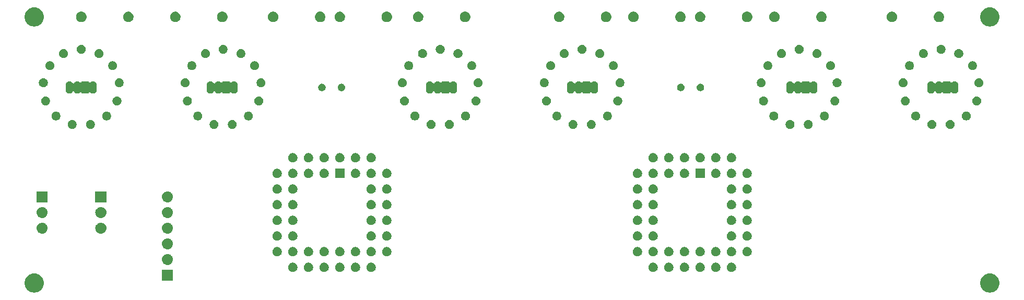
<source format=gbr>
G04 #@! TF.GenerationSoftware,KiCad,Pcbnew,(5.1.4-0-10_14)*
G04 #@! TF.CreationDate,2019-11-07T09:29:39+01:00*
G04 #@! TF.ProjectId,luminixie,6c756d69-6e69-4786-9965-2e6b69636164,rev?*
G04 #@! TF.SameCoordinates,Original*
G04 #@! TF.FileFunction,Soldermask,Bot*
G04 #@! TF.FilePolarity,Negative*
%FSLAX46Y46*%
G04 Gerber Fmt 4.6, Leading zero omitted, Abs format (unit mm)*
G04 Created by KiCad (PCBNEW (5.1.4-0-10_14)) date 2019-11-07 09:29:39*
%MOMM*%
%LPD*%
G04 APERTURE LIST*
%ADD10C,0.100000*%
G04 APERTURE END LIST*
D10*
G36*
X239062585Y-103888802D02*
G01*
X239212410Y-103918604D01*
X239494674Y-104035521D01*
X239748705Y-104205259D01*
X239964741Y-104421295D01*
X240134479Y-104675326D01*
X240251396Y-104957590D01*
X240311000Y-105257240D01*
X240311000Y-105562760D01*
X240251396Y-105862410D01*
X240134479Y-106144674D01*
X239964741Y-106398705D01*
X239748705Y-106614741D01*
X239494674Y-106784479D01*
X239212410Y-106901396D01*
X239062585Y-106931198D01*
X238912761Y-106961000D01*
X238607239Y-106961000D01*
X238457415Y-106931198D01*
X238307590Y-106901396D01*
X238025326Y-106784479D01*
X237771295Y-106614741D01*
X237555259Y-106398705D01*
X237385521Y-106144674D01*
X237268604Y-105862410D01*
X237209000Y-105562760D01*
X237209000Y-105257240D01*
X237268604Y-104957590D01*
X237385521Y-104675326D01*
X237555259Y-104421295D01*
X237771295Y-104205259D01*
X238025326Y-104035521D01*
X238307590Y-103918604D01*
X238457415Y-103888802D01*
X238607239Y-103859000D01*
X238912761Y-103859000D01*
X239062585Y-103888802D01*
X239062585Y-103888802D01*
G37*
G36*
X84122585Y-103888802D02*
G01*
X84272410Y-103918604D01*
X84554674Y-104035521D01*
X84808705Y-104205259D01*
X85024741Y-104421295D01*
X85194479Y-104675326D01*
X85311396Y-104957590D01*
X85371000Y-105257240D01*
X85371000Y-105562760D01*
X85311396Y-105862410D01*
X85194479Y-106144674D01*
X85024741Y-106398705D01*
X84808705Y-106614741D01*
X84554674Y-106784479D01*
X84272410Y-106901396D01*
X84122585Y-106931198D01*
X83972761Y-106961000D01*
X83667239Y-106961000D01*
X83517415Y-106931198D01*
X83367590Y-106901396D01*
X83085326Y-106784479D01*
X82831295Y-106614741D01*
X82615259Y-106398705D01*
X82445521Y-106144674D01*
X82328604Y-105862410D01*
X82269000Y-105562760D01*
X82269000Y-105257240D01*
X82328604Y-104957590D01*
X82445521Y-104675326D01*
X82615259Y-104421295D01*
X82831295Y-104205259D01*
X83085326Y-104035521D01*
X83367590Y-103918604D01*
X83517415Y-103888802D01*
X83667239Y-103859000D01*
X83972761Y-103859000D01*
X84122585Y-103888802D01*
X84122585Y-103888802D01*
G37*
G36*
X106311000Y-105041000D02*
G01*
X104509000Y-105041000D01*
X104509000Y-103239000D01*
X106311000Y-103239000D01*
X106311000Y-105041000D01*
X106311000Y-105041000D01*
G37*
G36*
X194532325Y-102137090D02*
G01*
X194671038Y-102194547D01*
X194795872Y-102277958D01*
X194902042Y-102384128D01*
X194985453Y-102508962D01*
X195042910Y-102647675D01*
X195072200Y-102794929D01*
X195072200Y-102945071D01*
X195042910Y-103092325D01*
X194985453Y-103231038D01*
X194902042Y-103355872D01*
X194795872Y-103462042D01*
X194671038Y-103545453D01*
X194532325Y-103602910D01*
X194385071Y-103632200D01*
X194234929Y-103632200D01*
X194087675Y-103602910D01*
X193948962Y-103545453D01*
X193824128Y-103462042D01*
X193717958Y-103355872D01*
X193634547Y-103231038D01*
X193577090Y-103092325D01*
X193547800Y-102945071D01*
X193547800Y-102794929D01*
X193577090Y-102647675D01*
X193634547Y-102508962D01*
X193717958Y-102384128D01*
X193824128Y-102277958D01*
X193948962Y-102194547D01*
X194087675Y-102137090D01*
X194234929Y-102107800D01*
X194385071Y-102107800D01*
X194532325Y-102137090D01*
X194532325Y-102137090D01*
G37*
G36*
X191992325Y-102137090D02*
G01*
X192131038Y-102194547D01*
X192255872Y-102277958D01*
X192362042Y-102384128D01*
X192445453Y-102508962D01*
X192502910Y-102647675D01*
X192532200Y-102794929D01*
X192532200Y-102945071D01*
X192502910Y-103092325D01*
X192445453Y-103231038D01*
X192362042Y-103355872D01*
X192255872Y-103462042D01*
X192131038Y-103545453D01*
X191992325Y-103602910D01*
X191845071Y-103632200D01*
X191694929Y-103632200D01*
X191547675Y-103602910D01*
X191408962Y-103545453D01*
X191284128Y-103462042D01*
X191177958Y-103355872D01*
X191094547Y-103231038D01*
X191037090Y-103092325D01*
X191007800Y-102945071D01*
X191007800Y-102794929D01*
X191037090Y-102647675D01*
X191094547Y-102508962D01*
X191177958Y-102384128D01*
X191284128Y-102277958D01*
X191408962Y-102194547D01*
X191547675Y-102137090D01*
X191694929Y-102107800D01*
X191845071Y-102107800D01*
X191992325Y-102137090D01*
X191992325Y-102137090D01*
G37*
G36*
X189452325Y-102137090D02*
G01*
X189591038Y-102194547D01*
X189715872Y-102277958D01*
X189822042Y-102384128D01*
X189905453Y-102508962D01*
X189962910Y-102647675D01*
X189992200Y-102794929D01*
X189992200Y-102945071D01*
X189962910Y-103092325D01*
X189905453Y-103231038D01*
X189822042Y-103355872D01*
X189715872Y-103462042D01*
X189591038Y-103545453D01*
X189452325Y-103602910D01*
X189305071Y-103632200D01*
X189154929Y-103632200D01*
X189007675Y-103602910D01*
X188868962Y-103545453D01*
X188744128Y-103462042D01*
X188637958Y-103355872D01*
X188554547Y-103231038D01*
X188497090Y-103092325D01*
X188467800Y-102945071D01*
X188467800Y-102794929D01*
X188497090Y-102647675D01*
X188554547Y-102508962D01*
X188637958Y-102384128D01*
X188744128Y-102277958D01*
X188868962Y-102194547D01*
X189007675Y-102137090D01*
X189154929Y-102107800D01*
X189305071Y-102107800D01*
X189452325Y-102137090D01*
X189452325Y-102137090D01*
G37*
G36*
X186912325Y-102137090D02*
G01*
X187051038Y-102194547D01*
X187175872Y-102277958D01*
X187282042Y-102384128D01*
X187365453Y-102508962D01*
X187422910Y-102647675D01*
X187452200Y-102794929D01*
X187452200Y-102945071D01*
X187422910Y-103092325D01*
X187365453Y-103231038D01*
X187282042Y-103355872D01*
X187175872Y-103462042D01*
X187051038Y-103545453D01*
X186912325Y-103602910D01*
X186765071Y-103632200D01*
X186614929Y-103632200D01*
X186467675Y-103602910D01*
X186328962Y-103545453D01*
X186204128Y-103462042D01*
X186097958Y-103355872D01*
X186014547Y-103231038D01*
X185957090Y-103092325D01*
X185927800Y-102945071D01*
X185927800Y-102794929D01*
X185957090Y-102647675D01*
X186014547Y-102508962D01*
X186097958Y-102384128D01*
X186204128Y-102277958D01*
X186328962Y-102194547D01*
X186467675Y-102137090D01*
X186614929Y-102107800D01*
X186765071Y-102107800D01*
X186912325Y-102137090D01*
X186912325Y-102137090D01*
G37*
G36*
X184372325Y-102137090D02*
G01*
X184511038Y-102194547D01*
X184635872Y-102277958D01*
X184742042Y-102384128D01*
X184825453Y-102508962D01*
X184882910Y-102647675D01*
X184912200Y-102794929D01*
X184912200Y-102945071D01*
X184882910Y-103092325D01*
X184825453Y-103231038D01*
X184742042Y-103355872D01*
X184635872Y-103462042D01*
X184511038Y-103545453D01*
X184372325Y-103602910D01*
X184225071Y-103632200D01*
X184074929Y-103632200D01*
X183927675Y-103602910D01*
X183788962Y-103545453D01*
X183664128Y-103462042D01*
X183557958Y-103355872D01*
X183474547Y-103231038D01*
X183417090Y-103092325D01*
X183387800Y-102945071D01*
X183387800Y-102794929D01*
X183417090Y-102647675D01*
X183474547Y-102508962D01*
X183557958Y-102384128D01*
X183664128Y-102277958D01*
X183788962Y-102194547D01*
X183927675Y-102137090D01*
X184074929Y-102107800D01*
X184225071Y-102107800D01*
X184372325Y-102137090D01*
X184372325Y-102137090D01*
G37*
G36*
X138652325Y-102137090D02*
G01*
X138791038Y-102194547D01*
X138915872Y-102277958D01*
X139022042Y-102384128D01*
X139105453Y-102508962D01*
X139162910Y-102647675D01*
X139192200Y-102794929D01*
X139192200Y-102945071D01*
X139162910Y-103092325D01*
X139105453Y-103231038D01*
X139022042Y-103355872D01*
X138915872Y-103462042D01*
X138791038Y-103545453D01*
X138652325Y-103602910D01*
X138505071Y-103632200D01*
X138354929Y-103632200D01*
X138207675Y-103602910D01*
X138068962Y-103545453D01*
X137944128Y-103462042D01*
X137837958Y-103355872D01*
X137754547Y-103231038D01*
X137697090Y-103092325D01*
X137667800Y-102945071D01*
X137667800Y-102794929D01*
X137697090Y-102647675D01*
X137754547Y-102508962D01*
X137837958Y-102384128D01*
X137944128Y-102277958D01*
X138068962Y-102194547D01*
X138207675Y-102137090D01*
X138354929Y-102107800D01*
X138505071Y-102107800D01*
X138652325Y-102137090D01*
X138652325Y-102137090D01*
G37*
G36*
X136112325Y-102137090D02*
G01*
X136251038Y-102194547D01*
X136375872Y-102277958D01*
X136482042Y-102384128D01*
X136565453Y-102508962D01*
X136622910Y-102647675D01*
X136652200Y-102794929D01*
X136652200Y-102945071D01*
X136622910Y-103092325D01*
X136565453Y-103231038D01*
X136482042Y-103355872D01*
X136375872Y-103462042D01*
X136251038Y-103545453D01*
X136112325Y-103602910D01*
X135965071Y-103632200D01*
X135814929Y-103632200D01*
X135667675Y-103602910D01*
X135528962Y-103545453D01*
X135404128Y-103462042D01*
X135297958Y-103355872D01*
X135214547Y-103231038D01*
X135157090Y-103092325D01*
X135127800Y-102945071D01*
X135127800Y-102794929D01*
X135157090Y-102647675D01*
X135214547Y-102508962D01*
X135297958Y-102384128D01*
X135404128Y-102277958D01*
X135528962Y-102194547D01*
X135667675Y-102137090D01*
X135814929Y-102107800D01*
X135965071Y-102107800D01*
X136112325Y-102137090D01*
X136112325Y-102137090D01*
G37*
G36*
X133572325Y-102137090D02*
G01*
X133711038Y-102194547D01*
X133835872Y-102277958D01*
X133942042Y-102384128D01*
X134025453Y-102508962D01*
X134082910Y-102647675D01*
X134112200Y-102794929D01*
X134112200Y-102945071D01*
X134082910Y-103092325D01*
X134025453Y-103231038D01*
X133942042Y-103355872D01*
X133835872Y-103462042D01*
X133711038Y-103545453D01*
X133572325Y-103602910D01*
X133425071Y-103632200D01*
X133274929Y-103632200D01*
X133127675Y-103602910D01*
X132988962Y-103545453D01*
X132864128Y-103462042D01*
X132757958Y-103355872D01*
X132674547Y-103231038D01*
X132617090Y-103092325D01*
X132587800Y-102945071D01*
X132587800Y-102794929D01*
X132617090Y-102647675D01*
X132674547Y-102508962D01*
X132757958Y-102384128D01*
X132864128Y-102277958D01*
X132988962Y-102194547D01*
X133127675Y-102137090D01*
X133274929Y-102107800D01*
X133425071Y-102107800D01*
X133572325Y-102137090D01*
X133572325Y-102137090D01*
G37*
G36*
X131032325Y-102137090D02*
G01*
X131171038Y-102194547D01*
X131295872Y-102277958D01*
X131402042Y-102384128D01*
X131485453Y-102508962D01*
X131542910Y-102647675D01*
X131572200Y-102794929D01*
X131572200Y-102945071D01*
X131542910Y-103092325D01*
X131485453Y-103231038D01*
X131402042Y-103355872D01*
X131295872Y-103462042D01*
X131171038Y-103545453D01*
X131032325Y-103602910D01*
X130885071Y-103632200D01*
X130734929Y-103632200D01*
X130587675Y-103602910D01*
X130448962Y-103545453D01*
X130324128Y-103462042D01*
X130217958Y-103355872D01*
X130134547Y-103231038D01*
X130077090Y-103092325D01*
X130047800Y-102945071D01*
X130047800Y-102794929D01*
X130077090Y-102647675D01*
X130134547Y-102508962D01*
X130217958Y-102384128D01*
X130324128Y-102277958D01*
X130448962Y-102194547D01*
X130587675Y-102137090D01*
X130734929Y-102107800D01*
X130885071Y-102107800D01*
X131032325Y-102137090D01*
X131032325Y-102137090D01*
G37*
G36*
X128492325Y-102137090D02*
G01*
X128631038Y-102194547D01*
X128755872Y-102277958D01*
X128862042Y-102384128D01*
X128945453Y-102508962D01*
X129002910Y-102647675D01*
X129032200Y-102794929D01*
X129032200Y-102945071D01*
X129002910Y-103092325D01*
X128945453Y-103231038D01*
X128862042Y-103355872D01*
X128755872Y-103462042D01*
X128631038Y-103545453D01*
X128492325Y-103602910D01*
X128345071Y-103632200D01*
X128194929Y-103632200D01*
X128047675Y-103602910D01*
X127908962Y-103545453D01*
X127784128Y-103462042D01*
X127677958Y-103355872D01*
X127594547Y-103231038D01*
X127537090Y-103092325D01*
X127507800Y-102945071D01*
X127507800Y-102794929D01*
X127537090Y-102647675D01*
X127594547Y-102508962D01*
X127677958Y-102384128D01*
X127784128Y-102277958D01*
X127908962Y-102194547D01*
X128047675Y-102137090D01*
X128194929Y-102107800D01*
X128345071Y-102107800D01*
X128492325Y-102137090D01*
X128492325Y-102137090D01*
G37*
G36*
X125952325Y-102137090D02*
G01*
X126091038Y-102194547D01*
X126215872Y-102277958D01*
X126322042Y-102384128D01*
X126405453Y-102508962D01*
X126462910Y-102647675D01*
X126492200Y-102794929D01*
X126492200Y-102945071D01*
X126462910Y-103092325D01*
X126405453Y-103231038D01*
X126322042Y-103355872D01*
X126215872Y-103462042D01*
X126091038Y-103545453D01*
X125952325Y-103602910D01*
X125805071Y-103632200D01*
X125654929Y-103632200D01*
X125507675Y-103602910D01*
X125368962Y-103545453D01*
X125244128Y-103462042D01*
X125137958Y-103355872D01*
X125054547Y-103231038D01*
X124997090Y-103092325D01*
X124967800Y-102945071D01*
X124967800Y-102794929D01*
X124997090Y-102647675D01*
X125054547Y-102508962D01*
X125137958Y-102384128D01*
X125244128Y-102277958D01*
X125368962Y-102194547D01*
X125507675Y-102137090D01*
X125654929Y-102107800D01*
X125805071Y-102107800D01*
X125952325Y-102137090D01*
X125952325Y-102137090D01*
G37*
G36*
X197072325Y-102137090D02*
G01*
X197211038Y-102194547D01*
X197335872Y-102277958D01*
X197442042Y-102384128D01*
X197525453Y-102508962D01*
X197582910Y-102647675D01*
X197612200Y-102794929D01*
X197612200Y-102945071D01*
X197582910Y-103092325D01*
X197525453Y-103231038D01*
X197442042Y-103355872D01*
X197335872Y-103462042D01*
X197211038Y-103545453D01*
X197072325Y-103602910D01*
X196925071Y-103632200D01*
X196774929Y-103632200D01*
X196627675Y-103602910D01*
X196488962Y-103545453D01*
X196364128Y-103462042D01*
X196257958Y-103355872D01*
X196174547Y-103231038D01*
X196117090Y-103092325D01*
X196087800Y-102945071D01*
X196087800Y-102794929D01*
X196117090Y-102647675D01*
X196174547Y-102508962D01*
X196257958Y-102384128D01*
X196364128Y-102277958D01*
X196488962Y-102194547D01*
X196627675Y-102137090D01*
X196774929Y-102107800D01*
X196925071Y-102107800D01*
X197072325Y-102137090D01*
X197072325Y-102137090D01*
G37*
G36*
X105520443Y-100705519D02*
G01*
X105586627Y-100712037D01*
X105756466Y-100763557D01*
X105912991Y-100847222D01*
X105948729Y-100876552D01*
X106050186Y-100959814D01*
X106133448Y-101061271D01*
X106162778Y-101097009D01*
X106246443Y-101253534D01*
X106297963Y-101423373D01*
X106315359Y-101600000D01*
X106297963Y-101776627D01*
X106246443Y-101946466D01*
X106162778Y-102102991D01*
X106158831Y-102107800D01*
X106050186Y-102240186D01*
X105948729Y-102323448D01*
X105912991Y-102352778D01*
X105756466Y-102436443D01*
X105586627Y-102487963D01*
X105520442Y-102494482D01*
X105454260Y-102501000D01*
X105365740Y-102501000D01*
X105299558Y-102494482D01*
X105233373Y-102487963D01*
X105063534Y-102436443D01*
X104907009Y-102352778D01*
X104871271Y-102323448D01*
X104769814Y-102240186D01*
X104661169Y-102107800D01*
X104657222Y-102102991D01*
X104573557Y-101946466D01*
X104522037Y-101776627D01*
X104504641Y-101600000D01*
X104522037Y-101423373D01*
X104573557Y-101253534D01*
X104657222Y-101097009D01*
X104686552Y-101061271D01*
X104769814Y-100959814D01*
X104871271Y-100876552D01*
X104907009Y-100847222D01*
X105063534Y-100763557D01*
X105233373Y-100712037D01*
X105299557Y-100705519D01*
X105365740Y-100699000D01*
X105454260Y-100699000D01*
X105520443Y-100705519D01*
X105520443Y-100705519D01*
G37*
G36*
X194532325Y-99597090D02*
G01*
X194671038Y-99654547D01*
X194795872Y-99737958D01*
X194902042Y-99844128D01*
X194985453Y-99968962D01*
X195042910Y-100107675D01*
X195072200Y-100254929D01*
X195072200Y-100405071D01*
X195042910Y-100552325D01*
X194985453Y-100691038D01*
X194902042Y-100815872D01*
X194795872Y-100922042D01*
X194671038Y-101005453D01*
X194532325Y-101062910D01*
X194385071Y-101092200D01*
X194234929Y-101092200D01*
X194087675Y-101062910D01*
X193948962Y-101005453D01*
X193824128Y-100922042D01*
X193717958Y-100815872D01*
X193634547Y-100691038D01*
X193577090Y-100552325D01*
X193547800Y-100405071D01*
X193547800Y-100254929D01*
X193577090Y-100107675D01*
X193634547Y-99968962D01*
X193717958Y-99844128D01*
X193824128Y-99737958D01*
X193948962Y-99654547D01*
X194087675Y-99597090D01*
X194234929Y-99567800D01*
X194385071Y-99567800D01*
X194532325Y-99597090D01*
X194532325Y-99597090D01*
G37*
G36*
X131032325Y-99597090D02*
G01*
X131171038Y-99654547D01*
X131295872Y-99737958D01*
X131402042Y-99844128D01*
X131485453Y-99968962D01*
X131542910Y-100107675D01*
X131572200Y-100254929D01*
X131572200Y-100405071D01*
X131542910Y-100552325D01*
X131485453Y-100691038D01*
X131402042Y-100815872D01*
X131295872Y-100922042D01*
X131171038Y-101005453D01*
X131032325Y-101062910D01*
X130885071Y-101092200D01*
X130734929Y-101092200D01*
X130587675Y-101062910D01*
X130448962Y-101005453D01*
X130324128Y-100922042D01*
X130217958Y-100815872D01*
X130134547Y-100691038D01*
X130077090Y-100552325D01*
X130047800Y-100405071D01*
X130047800Y-100254929D01*
X130077090Y-100107675D01*
X130134547Y-99968962D01*
X130217958Y-99844128D01*
X130324128Y-99737958D01*
X130448962Y-99654547D01*
X130587675Y-99597090D01*
X130734929Y-99567800D01*
X130885071Y-99567800D01*
X131032325Y-99597090D01*
X131032325Y-99597090D01*
G37*
G36*
X191992325Y-99597090D02*
G01*
X192131038Y-99654547D01*
X192255872Y-99737958D01*
X192362042Y-99844128D01*
X192445453Y-99968962D01*
X192502910Y-100107675D01*
X192532200Y-100254929D01*
X192532200Y-100405071D01*
X192502910Y-100552325D01*
X192445453Y-100691038D01*
X192362042Y-100815872D01*
X192255872Y-100922042D01*
X192131038Y-101005453D01*
X191992325Y-101062910D01*
X191845071Y-101092200D01*
X191694929Y-101092200D01*
X191547675Y-101062910D01*
X191408962Y-101005453D01*
X191284128Y-100922042D01*
X191177958Y-100815872D01*
X191094547Y-100691038D01*
X191037090Y-100552325D01*
X191007800Y-100405071D01*
X191007800Y-100254929D01*
X191037090Y-100107675D01*
X191094547Y-99968962D01*
X191177958Y-99844128D01*
X191284128Y-99737958D01*
X191408962Y-99654547D01*
X191547675Y-99597090D01*
X191694929Y-99567800D01*
X191845071Y-99567800D01*
X191992325Y-99597090D01*
X191992325Y-99597090D01*
G37*
G36*
X189452325Y-99597090D02*
G01*
X189591038Y-99654547D01*
X189715872Y-99737958D01*
X189822042Y-99844128D01*
X189905453Y-99968962D01*
X189962910Y-100107675D01*
X189992200Y-100254929D01*
X189992200Y-100405071D01*
X189962910Y-100552325D01*
X189905453Y-100691038D01*
X189822042Y-100815872D01*
X189715872Y-100922042D01*
X189591038Y-101005453D01*
X189452325Y-101062910D01*
X189305071Y-101092200D01*
X189154929Y-101092200D01*
X189007675Y-101062910D01*
X188868962Y-101005453D01*
X188744128Y-100922042D01*
X188637958Y-100815872D01*
X188554547Y-100691038D01*
X188497090Y-100552325D01*
X188467800Y-100405071D01*
X188467800Y-100254929D01*
X188497090Y-100107675D01*
X188554547Y-99968962D01*
X188637958Y-99844128D01*
X188744128Y-99737958D01*
X188868962Y-99654547D01*
X189007675Y-99597090D01*
X189154929Y-99567800D01*
X189305071Y-99567800D01*
X189452325Y-99597090D01*
X189452325Y-99597090D01*
G37*
G36*
X186912325Y-99597090D02*
G01*
X187051038Y-99654547D01*
X187175872Y-99737958D01*
X187282042Y-99844128D01*
X187365453Y-99968962D01*
X187422910Y-100107675D01*
X187452200Y-100254929D01*
X187452200Y-100405071D01*
X187422910Y-100552325D01*
X187365453Y-100691038D01*
X187282042Y-100815872D01*
X187175872Y-100922042D01*
X187051038Y-101005453D01*
X186912325Y-101062910D01*
X186765071Y-101092200D01*
X186614929Y-101092200D01*
X186467675Y-101062910D01*
X186328962Y-101005453D01*
X186204128Y-100922042D01*
X186097958Y-100815872D01*
X186014547Y-100691038D01*
X185957090Y-100552325D01*
X185927800Y-100405071D01*
X185927800Y-100254929D01*
X185957090Y-100107675D01*
X186014547Y-99968962D01*
X186097958Y-99844128D01*
X186204128Y-99737958D01*
X186328962Y-99654547D01*
X186467675Y-99597090D01*
X186614929Y-99567800D01*
X186765071Y-99567800D01*
X186912325Y-99597090D01*
X186912325Y-99597090D01*
G37*
G36*
X184372325Y-99597090D02*
G01*
X184511038Y-99654547D01*
X184635872Y-99737958D01*
X184742042Y-99844128D01*
X184825453Y-99968962D01*
X184882910Y-100107675D01*
X184912200Y-100254929D01*
X184912200Y-100405071D01*
X184882910Y-100552325D01*
X184825453Y-100691038D01*
X184742042Y-100815872D01*
X184635872Y-100922042D01*
X184511038Y-101005453D01*
X184372325Y-101062910D01*
X184225071Y-101092200D01*
X184074929Y-101092200D01*
X183927675Y-101062910D01*
X183788962Y-101005453D01*
X183664128Y-100922042D01*
X183557958Y-100815872D01*
X183474547Y-100691038D01*
X183417090Y-100552325D01*
X183387800Y-100405071D01*
X183387800Y-100254929D01*
X183417090Y-100107675D01*
X183474547Y-99968962D01*
X183557958Y-99844128D01*
X183664128Y-99737958D01*
X183788962Y-99654547D01*
X183927675Y-99597090D01*
X184074929Y-99567800D01*
X184225071Y-99567800D01*
X184372325Y-99597090D01*
X184372325Y-99597090D01*
G37*
G36*
X181832325Y-99597090D02*
G01*
X181971038Y-99654547D01*
X182095872Y-99737958D01*
X182202042Y-99844128D01*
X182285453Y-99968962D01*
X182342910Y-100107675D01*
X182372200Y-100254929D01*
X182372200Y-100405071D01*
X182342910Y-100552325D01*
X182285453Y-100691038D01*
X182202042Y-100815872D01*
X182095872Y-100922042D01*
X181971038Y-101005453D01*
X181832325Y-101062910D01*
X181685071Y-101092200D01*
X181534929Y-101092200D01*
X181387675Y-101062910D01*
X181248962Y-101005453D01*
X181124128Y-100922042D01*
X181017958Y-100815872D01*
X180934547Y-100691038D01*
X180877090Y-100552325D01*
X180847800Y-100405071D01*
X180847800Y-100254929D01*
X180877090Y-100107675D01*
X180934547Y-99968962D01*
X181017958Y-99844128D01*
X181124128Y-99737958D01*
X181248962Y-99654547D01*
X181387675Y-99597090D01*
X181534929Y-99567800D01*
X181685071Y-99567800D01*
X181832325Y-99597090D01*
X181832325Y-99597090D01*
G37*
G36*
X199612325Y-99597090D02*
G01*
X199751038Y-99654547D01*
X199875872Y-99737958D01*
X199982042Y-99844128D01*
X200065453Y-99968962D01*
X200122910Y-100107675D01*
X200152200Y-100254929D01*
X200152200Y-100405071D01*
X200122910Y-100552325D01*
X200065453Y-100691038D01*
X199982042Y-100815872D01*
X199875872Y-100922042D01*
X199751038Y-101005453D01*
X199612325Y-101062910D01*
X199465071Y-101092200D01*
X199314929Y-101092200D01*
X199167675Y-101062910D01*
X199028962Y-101005453D01*
X198904128Y-100922042D01*
X198797958Y-100815872D01*
X198714547Y-100691038D01*
X198657090Y-100552325D01*
X198627800Y-100405071D01*
X198627800Y-100254929D01*
X198657090Y-100107675D01*
X198714547Y-99968962D01*
X198797958Y-99844128D01*
X198904128Y-99737958D01*
X199028962Y-99654547D01*
X199167675Y-99597090D01*
X199314929Y-99567800D01*
X199465071Y-99567800D01*
X199612325Y-99597090D01*
X199612325Y-99597090D01*
G37*
G36*
X197072325Y-99597090D02*
G01*
X197211038Y-99654547D01*
X197335872Y-99737958D01*
X197442042Y-99844128D01*
X197525453Y-99968962D01*
X197582910Y-100107675D01*
X197612200Y-100254929D01*
X197612200Y-100405071D01*
X197582910Y-100552325D01*
X197525453Y-100691038D01*
X197442042Y-100815872D01*
X197335872Y-100922042D01*
X197211038Y-101005453D01*
X197072325Y-101062910D01*
X196925071Y-101092200D01*
X196774929Y-101092200D01*
X196627675Y-101062910D01*
X196488962Y-101005453D01*
X196364128Y-100922042D01*
X196257958Y-100815872D01*
X196174547Y-100691038D01*
X196117090Y-100552325D01*
X196087800Y-100405071D01*
X196087800Y-100254929D01*
X196117090Y-100107675D01*
X196174547Y-99968962D01*
X196257958Y-99844128D01*
X196364128Y-99737958D01*
X196488962Y-99654547D01*
X196627675Y-99597090D01*
X196774929Y-99567800D01*
X196925071Y-99567800D01*
X197072325Y-99597090D01*
X197072325Y-99597090D01*
G37*
G36*
X123412325Y-99597090D02*
G01*
X123551038Y-99654547D01*
X123675872Y-99737958D01*
X123782042Y-99844128D01*
X123865453Y-99968962D01*
X123922910Y-100107675D01*
X123952200Y-100254929D01*
X123952200Y-100405071D01*
X123922910Y-100552325D01*
X123865453Y-100691038D01*
X123782042Y-100815872D01*
X123675872Y-100922042D01*
X123551038Y-101005453D01*
X123412325Y-101062910D01*
X123265071Y-101092200D01*
X123114929Y-101092200D01*
X122967675Y-101062910D01*
X122828962Y-101005453D01*
X122704128Y-100922042D01*
X122597958Y-100815872D01*
X122514547Y-100691038D01*
X122457090Y-100552325D01*
X122427800Y-100405071D01*
X122427800Y-100254929D01*
X122457090Y-100107675D01*
X122514547Y-99968962D01*
X122597958Y-99844128D01*
X122704128Y-99737958D01*
X122828962Y-99654547D01*
X122967675Y-99597090D01*
X123114929Y-99567800D01*
X123265071Y-99567800D01*
X123412325Y-99597090D01*
X123412325Y-99597090D01*
G37*
G36*
X125952325Y-99597090D02*
G01*
X126091038Y-99654547D01*
X126215872Y-99737958D01*
X126322042Y-99844128D01*
X126405453Y-99968962D01*
X126462910Y-100107675D01*
X126492200Y-100254929D01*
X126492200Y-100405071D01*
X126462910Y-100552325D01*
X126405453Y-100691038D01*
X126322042Y-100815872D01*
X126215872Y-100922042D01*
X126091038Y-101005453D01*
X125952325Y-101062910D01*
X125805071Y-101092200D01*
X125654929Y-101092200D01*
X125507675Y-101062910D01*
X125368962Y-101005453D01*
X125244128Y-100922042D01*
X125137958Y-100815872D01*
X125054547Y-100691038D01*
X124997090Y-100552325D01*
X124967800Y-100405071D01*
X124967800Y-100254929D01*
X124997090Y-100107675D01*
X125054547Y-99968962D01*
X125137958Y-99844128D01*
X125244128Y-99737958D01*
X125368962Y-99654547D01*
X125507675Y-99597090D01*
X125654929Y-99567800D01*
X125805071Y-99567800D01*
X125952325Y-99597090D01*
X125952325Y-99597090D01*
G37*
G36*
X128492325Y-99597090D02*
G01*
X128631038Y-99654547D01*
X128755872Y-99737958D01*
X128862042Y-99844128D01*
X128945453Y-99968962D01*
X129002910Y-100107675D01*
X129032200Y-100254929D01*
X129032200Y-100405071D01*
X129002910Y-100552325D01*
X128945453Y-100691038D01*
X128862042Y-100815872D01*
X128755872Y-100922042D01*
X128631038Y-101005453D01*
X128492325Y-101062910D01*
X128345071Y-101092200D01*
X128194929Y-101092200D01*
X128047675Y-101062910D01*
X127908962Y-101005453D01*
X127784128Y-100922042D01*
X127677958Y-100815872D01*
X127594547Y-100691038D01*
X127537090Y-100552325D01*
X127507800Y-100405071D01*
X127507800Y-100254929D01*
X127537090Y-100107675D01*
X127594547Y-99968962D01*
X127677958Y-99844128D01*
X127784128Y-99737958D01*
X127908962Y-99654547D01*
X128047675Y-99597090D01*
X128194929Y-99567800D01*
X128345071Y-99567800D01*
X128492325Y-99597090D01*
X128492325Y-99597090D01*
G37*
G36*
X138652325Y-99597090D02*
G01*
X138791038Y-99654547D01*
X138915872Y-99737958D01*
X139022042Y-99844128D01*
X139105453Y-99968962D01*
X139162910Y-100107675D01*
X139192200Y-100254929D01*
X139192200Y-100405071D01*
X139162910Y-100552325D01*
X139105453Y-100691038D01*
X139022042Y-100815872D01*
X138915872Y-100922042D01*
X138791038Y-101005453D01*
X138652325Y-101062910D01*
X138505071Y-101092200D01*
X138354929Y-101092200D01*
X138207675Y-101062910D01*
X138068962Y-101005453D01*
X137944128Y-100922042D01*
X137837958Y-100815872D01*
X137754547Y-100691038D01*
X137697090Y-100552325D01*
X137667800Y-100405071D01*
X137667800Y-100254929D01*
X137697090Y-100107675D01*
X137754547Y-99968962D01*
X137837958Y-99844128D01*
X137944128Y-99737958D01*
X138068962Y-99654547D01*
X138207675Y-99597090D01*
X138354929Y-99567800D01*
X138505071Y-99567800D01*
X138652325Y-99597090D01*
X138652325Y-99597090D01*
G37*
G36*
X133572325Y-99597090D02*
G01*
X133711038Y-99654547D01*
X133835872Y-99737958D01*
X133942042Y-99844128D01*
X134025453Y-99968962D01*
X134082910Y-100107675D01*
X134112200Y-100254929D01*
X134112200Y-100405071D01*
X134082910Y-100552325D01*
X134025453Y-100691038D01*
X133942042Y-100815872D01*
X133835872Y-100922042D01*
X133711038Y-101005453D01*
X133572325Y-101062910D01*
X133425071Y-101092200D01*
X133274929Y-101092200D01*
X133127675Y-101062910D01*
X132988962Y-101005453D01*
X132864128Y-100922042D01*
X132757958Y-100815872D01*
X132674547Y-100691038D01*
X132617090Y-100552325D01*
X132587800Y-100405071D01*
X132587800Y-100254929D01*
X132617090Y-100107675D01*
X132674547Y-99968962D01*
X132757958Y-99844128D01*
X132864128Y-99737958D01*
X132988962Y-99654547D01*
X133127675Y-99597090D01*
X133274929Y-99567800D01*
X133425071Y-99567800D01*
X133572325Y-99597090D01*
X133572325Y-99597090D01*
G37*
G36*
X136112325Y-99597090D02*
G01*
X136251038Y-99654547D01*
X136375872Y-99737958D01*
X136482042Y-99844128D01*
X136565453Y-99968962D01*
X136622910Y-100107675D01*
X136652200Y-100254929D01*
X136652200Y-100405071D01*
X136622910Y-100552325D01*
X136565453Y-100691038D01*
X136482042Y-100815872D01*
X136375872Y-100922042D01*
X136251038Y-101005453D01*
X136112325Y-101062910D01*
X135965071Y-101092200D01*
X135814929Y-101092200D01*
X135667675Y-101062910D01*
X135528962Y-101005453D01*
X135404128Y-100922042D01*
X135297958Y-100815872D01*
X135214547Y-100691038D01*
X135157090Y-100552325D01*
X135127800Y-100405071D01*
X135127800Y-100254929D01*
X135157090Y-100107675D01*
X135214547Y-99968962D01*
X135297958Y-99844128D01*
X135404128Y-99737958D01*
X135528962Y-99654547D01*
X135667675Y-99597090D01*
X135814929Y-99567800D01*
X135965071Y-99567800D01*
X136112325Y-99597090D01*
X136112325Y-99597090D01*
G37*
G36*
X141192325Y-99597090D02*
G01*
X141331038Y-99654547D01*
X141455872Y-99737958D01*
X141562042Y-99844128D01*
X141645453Y-99968962D01*
X141702910Y-100107675D01*
X141732200Y-100254929D01*
X141732200Y-100405071D01*
X141702910Y-100552325D01*
X141645453Y-100691038D01*
X141562042Y-100815872D01*
X141455872Y-100922042D01*
X141331038Y-101005453D01*
X141192325Y-101062910D01*
X141045071Y-101092200D01*
X140894929Y-101092200D01*
X140747675Y-101062910D01*
X140608962Y-101005453D01*
X140484128Y-100922042D01*
X140377958Y-100815872D01*
X140294547Y-100691038D01*
X140237090Y-100552325D01*
X140207800Y-100405071D01*
X140207800Y-100254929D01*
X140237090Y-100107675D01*
X140294547Y-99968962D01*
X140377958Y-99844128D01*
X140484128Y-99737958D01*
X140608962Y-99654547D01*
X140747675Y-99597090D01*
X140894929Y-99567800D01*
X141045071Y-99567800D01*
X141192325Y-99597090D01*
X141192325Y-99597090D01*
G37*
G36*
X105520443Y-98165519D02*
G01*
X105586627Y-98172037D01*
X105756466Y-98223557D01*
X105912991Y-98307222D01*
X105948729Y-98336552D01*
X106050186Y-98419814D01*
X106133448Y-98521271D01*
X106162778Y-98557009D01*
X106246443Y-98713534D01*
X106297963Y-98883373D01*
X106315359Y-99060000D01*
X106297963Y-99236627D01*
X106246443Y-99406466D01*
X106162778Y-99562991D01*
X106158831Y-99567800D01*
X106050186Y-99700186D01*
X105948729Y-99783448D01*
X105912991Y-99812778D01*
X105756466Y-99896443D01*
X105586627Y-99947963D01*
X105520443Y-99954481D01*
X105454260Y-99961000D01*
X105365740Y-99961000D01*
X105299557Y-99954481D01*
X105233373Y-99947963D01*
X105063534Y-99896443D01*
X104907009Y-99812778D01*
X104871271Y-99783448D01*
X104769814Y-99700186D01*
X104661169Y-99567800D01*
X104657222Y-99562991D01*
X104573557Y-99406466D01*
X104522037Y-99236627D01*
X104504641Y-99060000D01*
X104522037Y-98883373D01*
X104573557Y-98713534D01*
X104657222Y-98557009D01*
X104686552Y-98521271D01*
X104769814Y-98419814D01*
X104871271Y-98336552D01*
X104907009Y-98307222D01*
X105063534Y-98223557D01*
X105233373Y-98172037D01*
X105299557Y-98165519D01*
X105365740Y-98159000D01*
X105454260Y-98159000D01*
X105520443Y-98165519D01*
X105520443Y-98165519D01*
G37*
G36*
X123412325Y-97057090D02*
G01*
X123551038Y-97114547D01*
X123675872Y-97197958D01*
X123782042Y-97304128D01*
X123865453Y-97428962D01*
X123922910Y-97567675D01*
X123952200Y-97714929D01*
X123952200Y-97865071D01*
X123922910Y-98012325D01*
X123865453Y-98151038D01*
X123782042Y-98275872D01*
X123675872Y-98382042D01*
X123551038Y-98465453D01*
X123412325Y-98522910D01*
X123265071Y-98552200D01*
X123114929Y-98552200D01*
X122967675Y-98522910D01*
X122828962Y-98465453D01*
X122704128Y-98382042D01*
X122597958Y-98275872D01*
X122514547Y-98151038D01*
X122457090Y-98012325D01*
X122427800Y-97865071D01*
X122427800Y-97714929D01*
X122457090Y-97567675D01*
X122514547Y-97428962D01*
X122597958Y-97304128D01*
X122704128Y-97197958D01*
X122828962Y-97114547D01*
X122967675Y-97057090D01*
X123114929Y-97027800D01*
X123265071Y-97027800D01*
X123412325Y-97057090D01*
X123412325Y-97057090D01*
G37*
G36*
X125952325Y-97057090D02*
G01*
X126091038Y-97114547D01*
X126215872Y-97197958D01*
X126322042Y-97304128D01*
X126405453Y-97428962D01*
X126462910Y-97567675D01*
X126492200Y-97714929D01*
X126492200Y-97865071D01*
X126462910Y-98012325D01*
X126405453Y-98151038D01*
X126322042Y-98275872D01*
X126215872Y-98382042D01*
X126091038Y-98465453D01*
X125952325Y-98522910D01*
X125805071Y-98552200D01*
X125654929Y-98552200D01*
X125507675Y-98522910D01*
X125368962Y-98465453D01*
X125244128Y-98382042D01*
X125137958Y-98275872D01*
X125054547Y-98151038D01*
X124997090Y-98012325D01*
X124967800Y-97865071D01*
X124967800Y-97714929D01*
X124997090Y-97567675D01*
X125054547Y-97428962D01*
X125137958Y-97304128D01*
X125244128Y-97197958D01*
X125368962Y-97114547D01*
X125507675Y-97057090D01*
X125654929Y-97027800D01*
X125805071Y-97027800D01*
X125952325Y-97057090D01*
X125952325Y-97057090D01*
G37*
G36*
X138652325Y-97057090D02*
G01*
X138791038Y-97114547D01*
X138915872Y-97197958D01*
X139022042Y-97304128D01*
X139105453Y-97428962D01*
X139162910Y-97567675D01*
X139192200Y-97714929D01*
X139192200Y-97865071D01*
X139162910Y-98012325D01*
X139105453Y-98151038D01*
X139022042Y-98275872D01*
X138915872Y-98382042D01*
X138791038Y-98465453D01*
X138652325Y-98522910D01*
X138505071Y-98552200D01*
X138354929Y-98552200D01*
X138207675Y-98522910D01*
X138068962Y-98465453D01*
X137944128Y-98382042D01*
X137837958Y-98275872D01*
X137754547Y-98151038D01*
X137697090Y-98012325D01*
X137667800Y-97865071D01*
X137667800Y-97714929D01*
X137697090Y-97567675D01*
X137754547Y-97428962D01*
X137837958Y-97304128D01*
X137944128Y-97197958D01*
X138068962Y-97114547D01*
X138207675Y-97057090D01*
X138354929Y-97027800D01*
X138505071Y-97027800D01*
X138652325Y-97057090D01*
X138652325Y-97057090D01*
G37*
G36*
X141192325Y-97057090D02*
G01*
X141331038Y-97114547D01*
X141455872Y-97197958D01*
X141562042Y-97304128D01*
X141645453Y-97428962D01*
X141702910Y-97567675D01*
X141732200Y-97714929D01*
X141732200Y-97865071D01*
X141702910Y-98012325D01*
X141645453Y-98151038D01*
X141562042Y-98275872D01*
X141455872Y-98382042D01*
X141331038Y-98465453D01*
X141192325Y-98522910D01*
X141045071Y-98552200D01*
X140894929Y-98552200D01*
X140747675Y-98522910D01*
X140608962Y-98465453D01*
X140484128Y-98382042D01*
X140377958Y-98275872D01*
X140294547Y-98151038D01*
X140237090Y-98012325D01*
X140207800Y-97865071D01*
X140207800Y-97714929D01*
X140237090Y-97567675D01*
X140294547Y-97428962D01*
X140377958Y-97304128D01*
X140484128Y-97197958D01*
X140608962Y-97114547D01*
X140747675Y-97057090D01*
X140894929Y-97027800D01*
X141045071Y-97027800D01*
X141192325Y-97057090D01*
X141192325Y-97057090D01*
G37*
G36*
X199612325Y-97057090D02*
G01*
X199751038Y-97114547D01*
X199875872Y-97197958D01*
X199982042Y-97304128D01*
X200065453Y-97428962D01*
X200122910Y-97567675D01*
X200152200Y-97714929D01*
X200152200Y-97865071D01*
X200122910Y-98012325D01*
X200065453Y-98151038D01*
X199982042Y-98275872D01*
X199875872Y-98382042D01*
X199751038Y-98465453D01*
X199612325Y-98522910D01*
X199465071Y-98552200D01*
X199314929Y-98552200D01*
X199167675Y-98522910D01*
X199028962Y-98465453D01*
X198904128Y-98382042D01*
X198797958Y-98275872D01*
X198714547Y-98151038D01*
X198657090Y-98012325D01*
X198627800Y-97865071D01*
X198627800Y-97714929D01*
X198657090Y-97567675D01*
X198714547Y-97428962D01*
X198797958Y-97304128D01*
X198904128Y-97197958D01*
X199028962Y-97114547D01*
X199167675Y-97057090D01*
X199314929Y-97027800D01*
X199465071Y-97027800D01*
X199612325Y-97057090D01*
X199612325Y-97057090D01*
G37*
G36*
X197072325Y-97057090D02*
G01*
X197211038Y-97114547D01*
X197335872Y-97197958D01*
X197442042Y-97304128D01*
X197525453Y-97428962D01*
X197582910Y-97567675D01*
X197612200Y-97714929D01*
X197612200Y-97865071D01*
X197582910Y-98012325D01*
X197525453Y-98151038D01*
X197442042Y-98275872D01*
X197335872Y-98382042D01*
X197211038Y-98465453D01*
X197072325Y-98522910D01*
X196925071Y-98552200D01*
X196774929Y-98552200D01*
X196627675Y-98522910D01*
X196488962Y-98465453D01*
X196364128Y-98382042D01*
X196257958Y-98275872D01*
X196174547Y-98151038D01*
X196117090Y-98012325D01*
X196087800Y-97865071D01*
X196087800Y-97714929D01*
X196117090Y-97567675D01*
X196174547Y-97428962D01*
X196257958Y-97304128D01*
X196364128Y-97197958D01*
X196488962Y-97114547D01*
X196627675Y-97057090D01*
X196774929Y-97027800D01*
X196925071Y-97027800D01*
X197072325Y-97057090D01*
X197072325Y-97057090D01*
G37*
G36*
X184372325Y-97057090D02*
G01*
X184511038Y-97114547D01*
X184635872Y-97197958D01*
X184742042Y-97304128D01*
X184825453Y-97428962D01*
X184882910Y-97567675D01*
X184912200Y-97714929D01*
X184912200Y-97865071D01*
X184882910Y-98012325D01*
X184825453Y-98151038D01*
X184742042Y-98275872D01*
X184635872Y-98382042D01*
X184511038Y-98465453D01*
X184372325Y-98522910D01*
X184225071Y-98552200D01*
X184074929Y-98552200D01*
X183927675Y-98522910D01*
X183788962Y-98465453D01*
X183664128Y-98382042D01*
X183557958Y-98275872D01*
X183474547Y-98151038D01*
X183417090Y-98012325D01*
X183387800Y-97865071D01*
X183387800Y-97714929D01*
X183417090Y-97567675D01*
X183474547Y-97428962D01*
X183557958Y-97304128D01*
X183664128Y-97197958D01*
X183788962Y-97114547D01*
X183927675Y-97057090D01*
X184074929Y-97027800D01*
X184225071Y-97027800D01*
X184372325Y-97057090D01*
X184372325Y-97057090D01*
G37*
G36*
X181832325Y-97057090D02*
G01*
X181971038Y-97114547D01*
X182095872Y-97197958D01*
X182202042Y-97304128D01*
X182285453Y-97428962D01*
X182342910Y-97567675D01*
X182372200Y-97714929D01*
X182372200Y-97865071D01*
X182342910Y-98012325D01*
X182285453Y-98151038D01*
X182202042Y-98275872D01*
X182095872Y-98382042D01*
X181971038Y-98465453D01*
X181832325Y-98522910D01*
X181685071Y-98552200D01*
X181534929Y-98552200D01*
X181387675Y-98522910D01*
X181248962Y-98465453D01*
X181124128Y-98382042D01*
X181017958Y-98275872D01*
X180934547Y-98151038D01*
X180877090Y-98012325D01*
X180847800Y-97865071D01*
X180847800Y-97714929D01*
X180877090Y-97567675D01*
X180934547Y-97428962D01*
X181017958Y-97304128D01*
X181124128Y-97197958D01*
X181248962Y-97114547D01*
X181387675Y-97057090D01*
X181534929Y-97027800D01*
X181685071Y-97027800D01*
X181832325Y-97057090D01*
X181832325Y-97057090D01*
G37*
G36*
X85200442Y-95625518D02*
G01*
X85266627Y-95632037D01*
X85436466Y-95683557D01*
X85592991Y-95767222D01*
X85628729Y-95796552D01*
X85730186Y-95879814D01*
X85813448Y-95981271D01*
X85842778Y-96017009D01*
X85926443Y-96173534D01*
X85977963Y-96343373D01*
X85995359Y-96520000D01*
X85977963Y-96696627D01*
X85926443Y-96866466D01*
X85842778Y-97022991D01*
X85838831Y-97027800D01*
X85730186Y-97160186D01*
X85628729Y-97243448D01*
X85592991Y-97272778D01*
X85436466Y-97356443D01*
X85266627Y-97407963D01*
X85200442Y-97414482D01*
X85134260Y-97421000D01*
X85045740Y-97421000D01*
X84979558Y-97414482D01*
X84913373Y-97407963D01*
X84743534Y-97356443D01*
X84587009Y-97272778D01*
X84551271Y-97243448D01*
X84449814Y-97160186D01*
X84341169Y-97027800D01*
X84337222Y-97022991D01*
X84253557Y-96866466D01*
X84202037Y-96696627D01*
X84184641Y-96520000D01*
X84202037Y-96343373D01*
X84253557Y-96173534D01*
X84337222Y-96017009D01*
X84366552Y-95981271D01*
X84449814Y-95879814D01*
X84551271Y-95796552D01*
X84587009Y-95767222D01*
X84743534Y-95683557D01*
X84913373Y-95632037D01*
X84979558Y-95625518D01*
X85045740Y-95619000D01*
X85134260Y-95619000D01*
X85200442Y-95625518D01*
X85200442Y-95625518D01*
G37*
G36*
X94725442Y-95625518D02*
G01*
X94791627Y-95632037D01*
X94961466Y-95683557D01*
X95117991Y-95767222D01*
X95153729Y-95796552D01*
X95255186Y-95879814D01*
X95338448Y-95981271D01*
X95367778Y-96017009D01*
X95451443Y-96173534D01*
X95502963Y-96343373D01*
X95520359Y-96520000D01*
X95502963Y-96696627D01*
X95451443Y-96866466D01*
X95367778Y-97022991D01*
X95363831Y-97027800D01*
X95255186Y-97160186D01*
X95153729Y-97243448D01*
X95117991Y-97272778D01*
X94961466Y-97356443D01*
X94791627Y-97407963D01*
X94725442Y-97414482D01*
X94659260Y-97421000D01*
X94570740Y-97421000D01*
X94504558Y-97414482D01*
X94438373Y-97407963D01*
X94268534Y-97356443D01*
X94112009Y-97272778D01*
X94076271Y-97243448D01*
X93974814Y-97160186D01*
X93866169Y-97027800D01*
X93862222Y-97022991D01*
X93778557Y-96866466D01*
X93727037Y-96696627D01*
X93709641Y-96520000D01*
X93727037Y-96343373D01*
X93778557Y-96173534D01*
X93862222Y-96017009D01*
X93891552Y-95981271D01*
X93974814Y-95879814D01*
X94076271Y-95796552D01*
X94112009Y-95767222D01*
X94268534Y-95683557D01*
X94438373Y-95632037D01*
X94504558Y-95625518D01*
X94570740Y-95619000D01*
X94659260Y-95619000D01*
X94725442Y-95625518D01*
X94725442Y-95625518D01*
G37*
G36*
X105520442Y-95625518D02*
G01*
X105586627Y-95632037D01*
X105756466Y-95683557D01*
X105912991Y-95767222D01*
X105948729Y-95796552D01*
X106050186Y-95879814D01*
X106133448Y-95981271D01*
X106162778Y-96017009D01*
X106246443Y-96173534D01*
X106297963Y-96343373D01*
X106315359Y-96520000D01*
X106297963Y-96696627D01*
X106246443Y-96866466D01*
X106162778Y-97022991D01*
X106158831Y-97027800D01*
X106050186Y-97160186D01*
X105948729Y-97243448D01*
X105912991Y-97272778D01*
X105756466Y-97356443D01*
X105586627Y-97407963D01*
X105520442Y-97414482D01*
X105454260Y-97421000D01*
X105365740Y-97421000D01*
X105299558Y-97414482D01*
X105233373Y-97407963D01*
X105063534Y-97356443D01*
X104907009Y-97272778D01*
X104871271Y-97243448D01*
X104769814Y-97160186D01*
X104661169Y-97027800D01*
X104657222Y-97022991D01*
X104573557Y-96866466D01*
X104522037Y-96696627D01*
X104504641Y-96520000D01*
X104522037Y-96343373D01*
X104573557Y-96173534D01*
X104657222Y-96017009D01*
X104686552Y-95981271D01*
X104769814Y-95879814D01*
X104871271Y-95796552D01*
X104907009Y-95767222D01*
X105063534Y-95683557D01*
X105233373Y-95632037D01*
X105299558Y-95625518D01*
X105365740Y-95619000D01*
X105454260Y-95619000D01*
X105520442Y-95625518D01*
X105520442Y-95625518D01*
G37*
G36*
X181832325Y-94517090D02*
G01*
X181971038Y-94574547D01*
X182095872Y-94657958D01*
X182202042Y-94764128D01*
X182285453Y-94888962D01*
X182342910Y-95027675D01*
X182372200Y-95174929D01*
X182372200Y-95325071D01*
X182342910Y-95472325D01*
X182285453Y-95611038D01*
X182202042Y-95735872D01*
X182095872Y-95842042D01*
X181971038Y-95925453D01*
X181832325Y-95982910D01*
X181685071Y-96012200D01*
X181534929Y-96012200D01*
X181387675Y-95982910D01*
X181248962Y-95925453D01*
X181124128Y-95842042D01*
X181017958Y-95735872D01*
X180934547Y-95611038D01*
X180877090Y-95472325D01*
X180847800Y-95325071D01*
X180847800Y-95174929D01*
X180877090Y-95027675D01*
X180934547Y-94888962D01*
X181017958Y-94764128D01*
X181124128Y-94657958D01*
X181248962Y-94574547D01*
X181387675Y-94517090D01*
X181534929Y-94487800D01*
X181685071Y-94487800D01*
X181832325Y-94517090D01*
X181832325Y-94517090D01*
G37*
G36*
X199612325Y-94517090D02*
G01*
X199751038Y-94574547D01*
X199875872Y-94657958D01*
X199982042Y-94764128D01*
X200065453Y-94888962D01*
X200122910Y-95027675D01*
X200152200Y-95174929D01*
X200152200Y-95325071D01*
X200122910Y-95472325D01*
X200065453Y-95611038D01*
X199982042Y-95735872D01*
X199875872Y-95842042D01*
X199751038Y-95925453D01*
X199612325Y-95982910D01*
X199465071Y-96012200D01*
X199314929Y-96012200D01*
X199167675Y-95982910D01*
X199028962Y-95925453D01*
X198904128Y-95842042D01*
X198797958Y-95735872D01*
X198714547Y-95611038D01*
X198657090Y-95472325D01*
X198627800Y-95325071D01*
X198627800Y-95174929D01*
X198657090Y-95027675D01*
X198714547Y-94888962D01*
X198797958Y-94764128D01*
X198904128Y-94657958D01*
X199028962Y-94574547D01*
X199167675Y-94517090D01*
X199314929Y-94487800D01*
X199465071Y-94487800D01*
X199612325Y-94517090D01*
X199612325Y-94517090D01*
G37*
G36*
X184372325Y-94517090D02*
G01*
X184511038Y-94574547D01*
X184635872Y-94657958D01*
X184742042Y-94764128D01*
X184825453Y-94888962D01*
X184882910Y-95027675D01*
X184912200Y-95174929D01*
X184912200Y-95325071D01*
X184882910Y-95472325D01*
X184825453Y-95611038D01*
X184742042Y-95735872D01*
X184635872Y-95842042D01*
X184511038Y-95925453D01*
X184372325Y-95982910D01*
X184225071Y-96012200D01*
X184074929Y-96012200D01*
X183927675Y-95982910D01*
X183788962Y-95925453D01*
X183664128Y-95842042D01*
X183557958Y-95735872D01*
X183474547Y-95611038D01*
X183417090Y-95472325D01*
X183387800Y-95325071D01*
X183387800Y-95174929D01*
X183417090Y-95027675D01*
X183474547Y-94888962D01*
X183557958Y-94764128D01*
X183664128Y-94657958D01*
X183788962Y-94574547D01*
X183927675Y-94517090D01*
X184074929Y-94487800D01*
X184225071Y-94487800D01*
X184372325Y-94517090D01*
X184372325Y-94517090D01*
G37*
G36*
X197072325Y-94517090D02*
G01*
X197211038Y-94574547D01*
X197335872Y-94657958D01*
X197442042Y-94764128D01*
X197525453Y-94888962D01*
X197582910Y-95027675D01*
X197612200Y-95174929D01*
X197612200Y-95325071D01*
X197582910Y-95472325D01*
X197525453Y-95611038D01*
X197442042Y-95735872D01*
X197335872Y-95842042D01*
X197211038Y-95925453D01*
X197072325Y-95982910D01*
X196925071Y-96012200D01*
X196774929Y-96012200D01*
X196627675Y-95982910D01*
X196488962Y-95925453D01*
X196364128Y-95842042D01*
X196257958Y-95735872D01*
X196174547Y-95611038D01*
X196117090Y-95472325D01*
X196087800Y-95325071D01*
X196087800Y-95174929D01*
X196117090Y-95027675D01*
X196174547Y-94888962D01*
X196257958Y-94764128D01*
X196364128Y-94657958D01*
X196488962Y-94574547D01*
X196627675Y-94517090D01*
X196774929Y-94487800D01*
X196925071Y-94487800D01*
X197072325Y-94517090D01*
X197072325Y-94517090D01*
G37*
G36*
X141192325Y-94517090D02*
G01*
X141331038Y-94574547D01*
X141455872Y-94657958D01*
X141562042Y-94764128D01*
X141645453Y-94888962D01*
X141702910Y-95027675D01*
X141732200Y-95174929D01*
X141732200Y-95325071D01*
X141702910Y-95472325D01*
X141645453Y-95611038D01*
X141562042Y-95735872D01*
X141455872Y-95842042D01*
X141331038Y-95925453D01*
X141192325Y-95982910D01*
X141045071Y-96012200D01*
X140894929Y-96012200D01*
X140747675Y-95982910D01*
X140608962Y-95925453D01*
X140484128Y-95842042D01*
X140377958Y-95735872D01*
X140294547Y-95611038D01*
X140237090Y-95472325D01*
X140207800Y-95325071D01*
X140207800Y-95174929D01*
X140237090Y-95027675D01*
X140294547Y-94888962D01*
X140377958Y-94764128D01*
X140484128Y-94657958D01*
X140608962Y-94574547D01*
X140747675Y-94517090D01*
X140894929Y-94487800D01*
X141045071Y-94487800D01*
X141192325Y-94517090D01*
X141192325Y-94517090D01*
G37*
G36*
X138652325Y-94517090D02*
G01*
X138791038Y-94574547D01*
X138915872Y-94657958D01*
X139022042Y-94764128D01*
X139105453Y-94888962D01*
X139162910Y-95027675D01*
X139192200Y-95174929D01*
X139192200Y-95325071D01*
X139162910Y-95472325D01*
X139105453Y-95611038D01*
X139022042Y-95735872D01*
X138915872Y-95842042D01*
X138791038Y-95925453D01*
X138652325Y-95982910D01*
X138505071Y-96012200D01*
X138354929Y-96012200D01*
X138207675Y-95982910D01*
X138068962Y-95925453D01*
X137944128Y-95842042D01*
X137837958Y-95735872D01*
X137754547Y-95611038D01*
X137697090Y-95472325D01*
X137667800Y-95325071D01*
X137667800Y-95174929D01*
X137697090Y-95027675D01*
X137754547Y-94888962D01*
X137837958Y-94764128D01*
X137944128Y-94657958D01*
X138068962Y-94574547D01*
X138207675Y-94517090D01*
X138354929Y-94487800D01*
X138505071Y-94487800D01*
X138652325Y-94517090D01*
X138652325Y-94517090D01*
G37*
G36*
X125952325Y-94517090D02*
G01*
X126091038Y-94574547D01*
X126215872Y-94657958D01*
X126322042Y-94764128D01*
X126405453Y-94888962D01*
X126462910Y-95027675D01*
X126492200Y-95174929D01*
X126492200Y-95325071D01*
X126462910Y-95472325D01*
X126405453Y-95611038D01*
X126322042Y-95735872D01*
X126215872Y-95842042D01*
X126091038Y-95925453D01*
X125952325Y-95982910D01*
X125805071Y-96012200D01*
X125654929Y-96012200D01*
X125507675Y-95982910D01*
X125368962Y-95925453D01*
X125244128Y-95842042D01*
X125137958Y-95735872D01*
X125054547Y-95611038D01*
X124997090Y-95472325D01*
X124967800Y-95325071D01*
X124967800Y-95174929D01*
X124997090Y-95027675D01*
X125054547Y-94888962D01*
X125137958Y-94764128D01*
X125244128Y-94657958D01*
X125368962Y-94574547D01*
X125507675Y-94517090D01*
X125654929Y-94487800D01*
X125805071Y-94487800D01*
X125952325Y-94517090D01*
X125952325Y-94517090D01*
G37*
G36*
X123412325Y-94517090D02*
G01*
X123551038Y-94574547D01*
X123675872Y-94657958D01*
X123782042Y-94764128D01*
X123865453Y-94888962D01*
X123922910Y-95027675D01*
X123952200Y-95174929D01*
X123952200Y-95325071D01*
X123922910Y-95472325D01*
X123865453Y-95611038D01*
X123782042Y-95735872D01*
X123675872Y-95842042D01*
X123551038Y-95925453D01*
X123412325Y-95982910D01*
X123265071Y-96012200D01*
X123114929Y-96012200D01*
X122967675Y-95982910D01*
X122828962Y-95925453D01*
X122704128Y-95842042D01*
X122597958Y-95735872D01*
X122514547Y-95611038D01*
X122457090Y-95472325D01*
X122427800Y-95325071D01*
X122427800Y-95174929D01*
X122457090Y-95027675D01*
X122514547Y-94888962D01*
X122597958Y-94764128D01*
X122704128Y-94657958D01*
X122828962Y-94574547D01*
X122967675Y-94517090D01*
X123114929Y-94487800D01*
X123265071Y-94487800D01*
X123412325Y-94517090D01*
X123412325Y-94517090D01*
G37*
G36*
X105520443Y-93085519D02*
G01*
X105586627Y-93092037D01*
X105756466Y-93143557D01*
X105912991Y-93227222D01*
X105948729Y-93256552D01*
X106050186Y-93339814D01*
X106133448Y-93441271D01*
X106162778Y-93477009D01*
X106246443Y-93633534D01*
X106297963Y-93803373D01*
X106315359Y-93980000D01*
X106297963Y-94156627D01*
X106246443Y-94326466D01*
X106162778Y-94482991D01*
X106158831Y-94487800D01*
X106050186Y-94620186D01*
X105948729Y-94703448D01*
X105912991Y-94732778D01*
X105756466Y-94816443D01*
X105586627Y-94867963D01*
X105520443Y-94874481D01*
X105454260Y-94881000D01*
X105365740Y-94881000D01*
X105299557Y-94874481D01*
X105233373Y-94867963D01*
X105063534Y-94816443D01*
X104907009Y-94732778D01*
X104871271Y-94703448D01*
X104769814Y-94620186D01*
X104661169Y-94487800D01*
X104657222Y-94482991D01*
X104573557Y-94326466D01*
X104522037Y-94156627D01*
X104504641Y-93980000D01*
X104522037Y-93803373D01*
X104573557Y-93633534D01*
X104657222Y-93477009D01*
X104686552Y-93441271D01*
X104769814Y-93339814D01*
X104871271Y-93256552D01*
X104907009Y-93227222D01*
X105063534Y-93143557D01*
X105233373Y-93092037D01*
X105299557Y-93085519D01*
X105365740Y-93079000D01*
X105454260Y-93079000D01*
X105520443Y-93085519D01*
X105520443Y-93085519D01*
G37*
G36*
X94725443Y-93085519D02*
G01*
X94791627Y-93092037D01*
X94961466Y-93143557D01*
X95117991Y-93227222D01*
X95153729Y-93256552D01*
X95255186Y-93339814D01*
X95338448Y-93441271D01*
X95367778Y-93477009D01*
X95451443Y-93633534D01*
X95502963Y-93803373D01*
X95520359Y-93980000D01*
X95502963Y-94156627D01*
X95451443Y-94326466D01*
X95367778Y-94482991D01*
X95363831Y-94487800D01*
X95255186Y-94620186D01*
X95153729Y-94703448D01*
X95117991Y-94732778D01*
X94961466Y-94816443D01*
X94791627Y-94867963D01*
X94725443Y-94874481D01*
X94659260Y-94881000D01*
X94570740Y-94881000D01*
X94504557Y-94874481D01*
X94438373Y-94867963D01*
X94268534Y-94816443D01*
X94112009Y-94732778D01*
X94076271Y-94703448D01*
X93974814Y-94620186D01*
X93866169Y-94487800D01*
X93862222Y-94482991D01*
X93778557Y-94326466D01*
X93727037Y-94156627D01*
X93709641Y-93980000D01*
X93727037Y-93803373D01*
X93778557Y-93633534D01*
X93862222Y-93477009D01*
X93891552Y-93441271D01*
X93974814Y-93339814D01*
X94076271Y-93256552D01*
X94112009Y-93227222D01*
X94268534Y-93143557D01*
X94438373Y-93092037D01*
X94504557Y-93085519D01*
X94570740Y-93079000D01*
X94659260Y-93079000D01*
X94725443Y-93085519D01*
X94725443Y-93085519D01*
G37*
G36*
X85200443Y-93085519D02*
G01*
X85266627Y-93092037D01*
X85436466Y-93143557D01*
X85592991Y-93227222D01*
X85628729Y-93256552D01*
X85730186Y-93339814D01*
X85813448Y-93441271D01*
X85842778Y-93477009D01*
X85926443Y-93633534D01*
X85977963Y-93803373D01*
X85995359Y-93980000D01*
X85977963Y-94156627D01*
X85926443Y-94326466D01*
X85842778Y-94482991D01*
X85838831Y-94487800D01*
X85730186Y-94620186D01*
X85628729Y-94703448D01*
X85592991Y-94732778D01*
X85436466Y-94816443D01*
X85266627Y-94867963D01*
X85200443Y-94874481D01*
X85134260Y-94881000D01*
X85045740Y-94881000D01*
X84979557Y-94874481D01*
X84913373Y-94867963D01*
X84743534Y-94816443D01*
X84587009Y-94732778D01*
X84551271Y-94703448D01*
X84449814Y-94620186D01*
X84341169Y-94487800D01*
X84337222Y-94482991D01*
X84253557Y-94326466D01*
X84202037Y-94156627D01*
X84184641Y-93980000D01*
X84202037Y-93803373D01*
X84253557Y-93633534D01*
X84337222Y-93477009D01*
X84366552Y-93441271D01*
X84449814Y-93339814D01*
X84551271Y-93256552D01*
X84587009Y-93227222D01*
X84743534Y-93143557D01*
X84913373Y-93092037D01*
X84979557Y-93085519D01*
X85045740Y-93079000D01*
X85134260Y-93079000D01*
X85200443Y-93085519D01*
X85200443Y-93085519D01*
G37*
G36*
X138652325Y-91977090D02*
G01*
X138791038Y-92034547D01*
X138915872Y-92117958D01*
X139022042Y-92224128D01*
X139105453Y-92348962D01*
X139162910Y-92487675D01*
X139192200Y-92634929D01*
X139192200Y-92785071D01*
X139162910Y-92932325D01*
X139105453Y-93071038D01*
X139022042Y-93195872D01*
X138915872Y-93302042D01*
X138791038Y-93385453D01*
X138652325Y-93442910D01*
X138505071Y-93472200D01*
X138354929Y-93472200D01*
X138207675Y-93442910D01*
X138068962Y-93385453D01*
X137944128Y-93302042D01*
X137837958Y-93195872D01*
X137754547Y-93071038D01*
X137697090Y-92932325D01*
X137667800Y-92785071D01*
X137667800Y-92634929D01*
X137697090Y-92487675D01*
X137754547Y-92348962D01*
X137837958Y-92224128D01*
X137944128Y-92117958D01*
X138068962Y-92034547D01*
X138207675Y-91977090D01*
X138354929Y-91947800D01*
X138505071Y-91947800D01*
X138652325Y-91977090D01*
X138652325Y-91977090D01*
G37*
G36*
X181832325Y-91977090D02*
G01*
X181971038Y-92034547D01*
X182095872Y-92117958D01*
X182202042Y-92224128D01*
X182285453Y-92348962D01*
X182342910Y-92487675D01*
X182372200Y-92634929D01*
X182372200Y-92785071D01*
X182342910Y-92932325D01*
X182285453Y-93071038D01*
X182202042Y-93195872D01*
X182095872Y-93302042D01*
X181971038Y-93385453D01*
X181832325Y-93442910D01*
X181685071Y-93472200D01*
X181534929Y-93472200D01*
X181387675Y-93442910D01*
X181248962Y-93385453D01*
X181124128Y-93302042D01*
X181017958Y-93195872D01*
X180934547Y-93071038D01*
X180877090Y-92932325D01*
X180847800Y-92785071D01*
X180847800Y-92634929D01*
X180877090Y-92487675D01*
X180934547Y-92348962D01*
X181017958Y-92224128D01*
X181124128Y-92117958D01*
X181248962Y-92034547D01*
X181387675Y-91977090D01*
X181534929Y-91947800D01*
X181685071Y-91947800D01*
X181832325Y-91977090D01*
X181832325Y-91977090D01*
G37*
G36*
X123412325Y-91977090D02*
G01*
X123551038Y-92034547D01*
X123675872Y-92117958D01*
X123782042Y-92224128D01*
X123865453Y-92348962D01*
X123922910Y-92487675D01*
X123952200Y-92634929D01*
X123952200Y-92785071D01*
X123922910Y-92932325D01*
X123865453Y-93071038D01*
X123782042Y-93195872D01*
X123675872Y-93302042D01*
X123551038Y-93385453D01*
X123412325Y-93442910D01*
X123265071Y-93472200D01*
X123114929Y-93472200D01*
X122967675Y-93442910D01*
X122828962Y-93385453D01*
X122704128Y-93302042D01*
X122597958Y-93195872D01*
X122514547Y-93071038D01*
X122457090Y-92932325D01*
X122427800Y-92785071D01*
X122427800Y-92634929D01*
X122457090Y-92487675D01*
X122514547Y-92348962D01*
X122597958Y-92224128D01*
X122704128Y-92117958D01*
X122828962Y-92034547D01*
X122967675Y-91977090D01*
X123114929Y-91947800D01*
X123265071Y-91947800D01*
X123412325Y-91977090D01*
X123412325Y-91977090D01*
G37*
G36*
X125952325Y-91977090D02*
G01*
X126091038Y-92034547D01*
X126215872Y-92117958D01*
X126322042Y-92224128D01*
X126405453Y-92348962D01*
X126462910Y-92487675D01*
X126492200Y-92634929D01*
X126492200Y-92785071D01*
X126462910Y-92932325D01*
X126405453Y-93071038D01*
X126322042Y-93195872D01*
X126215872Y-93302042D01*
X126091038Y-93385453D01*
X125952325Y-93442910D01*
X125805071Y-93472200D01*
X125654929Y-93472200D01*
X125507675Y-93442910D01*
X125368962Y-93385453D01*
X125244128Y-93302042D01*
X125137958Y-93195872D01*
X125054547Y-93071038D01*
X124997090Y-92932325D01*
X124967800Y-92785071D01*
X124967800Y-92634929D01*
X124997090Y-92487675D01*
X125054547Y-92348962D01*
X125137958Y-92224128D01*
X125244128Y-92117958D01*
X125368962Y-92034547D01*
X125507675Y-91977090D01*
X125654929Y-91947800D01*
X125805071Y-91947800D01*
X125952325Y-91977090D01*
X125952325Y-91977090D01*
G37*
G36*
X141192325Y-91977090D02*
G01*
X141331038Y-92034547D01*
X141455872Y-92117958D01*
X141562042Y-92224128D01*
X141645453Y-92348962D01*
X141702910Y-92487675D01*
X141732200Y-92634929D01*
X141732200Y-92785071D01*
X141702910Y-92932325D01*
X141645453Y-93071038D01*
X141562042Y-93195872D01*
X141455872Y-93302042D01*
X141331038Y-93385453D01*
X141192325Y-93442910D01*
X141045071Y-93472200D01*
X140894929Y-93472200D01*
X140747675Y-93442910D01*
X140608962Y-93385453D01*
X140484128Y-93302042D01*
X140377958Y-93195872D01*
X140294547Y-93071038D01*
X140237090Y-92932325D01*
X140207800Y-92785071D01*
X140207800Y-92634929D01*
X140237090Y-92487675D01*
X140294547Y-92348962D01*
X140377958Y-92224128D01*
X140484128Y-92117958D01*
X140608962Y-92034547D01*
X140747675Y-91977090D01*
X140894929Y-91947800D01*
X141045071Y-91947800D01*
X141192325Y-91977090D01*
X141192325Y-91977090D01*
G37*
G36*
X184372325Y-91977090D02*
G01*
X184511038Y-92034547D01*
X184635872Y-92117958D01*
X184742042Y-92224128D01*
X184825453Y-92348962D01*
X184882910Y-92487675D01*
X184912200Y-92634929D01*
X184912200Y-92785071D01*
X184882910Y-92932325D01*
X184825453Y-93071038D01*
X184742042Y-93195872D01*
X184635872Y-93302042D01*
X184511038Y-93385453D01*
X184372325Y-93442910D01*
X184225071Y-93472200D01*
X184074929Y-93472200D01*
X183927675Y-93442910D01*
X183788962Y-93385453D01*
X183664128Y-93302042D01*
X183557958Y-93195872D01*
X183474547Y-93071038D01*
X183417090Y-92932325D01*
X183387800Y-92785071D01*
X183387800Y-92634929D01*
X183417090Y-92487675D01*
X183474547Y-92348962D01*
X183557958Y-92224128D01*
X183664128Y-92117958D01*
X183788962Y-92034547D01*
X183927675Y-91977090D01*
X184074929Y-91947800D01*
X184225071Y-91947800D01*
X184372325Y-91977090D01*
X184372325Y-91977090D01*
G37*
G36*
X197072325Y-91977090D02*
G01*
X197211038Y-92034547D01*
X197335872Y-92117958D01*
X197442042Y-92224128D01*
X197525453Y-92348962D01*
X197582910Y-92487675D01*
X197612200Y-92634929D01*
X197612200Y-92785071D01*
X197582910Y-92932325D01*
X197525453Y-93071038D01*
X197442042Y-93195872D01*
X197335872Y-93302042D01*
X197211038Y-93385453D01*
X197072325Y-93442910D01*
X196925071Y-93472200D01*
X196774929Y-93472200D01*
X196627675Y-93442910D01*
X196488962Y-93385453D01*
X196364128Y-93302042D01*
X196257958Y-93195872D01*
X196174547Y-93071038D01*
X196117090Y-92932325D01*
X196087800Y-92785071D01*
X196087800Y-92634929D01*
X196117090Y-92487675D01*
X196174547Y-92348962D01*
X196257958Y-92224128D01*
X196364128Y-92117958D01*
X196488962Y-92034547D01*
X196627675Y-91977090D01*
X196774929Y-91947800D01*
X196925071Y-91947800D01*
X197072325Y-91977090D01*
X197072325Y-91977090D01*
G37*
G36*
X199612325Y-91977090D02*
G01*
X199751038Y-92034547D01*
X199875872Y-92117958D01*
X199982042Y-92224128D01*
X200065453Y-92348962D01*
X200122910Y-92487675D01*
X200152200Y-92634929D01*
X200152200Y-92785071D01*
X200122910Y-92932325D01*
X200065453Y-93071038D01*
X199982042Y-93195872D01*
X199875872Y-93302042D01*
X199751038Y-93385453D01*
X199612325Y-93442910D01*
X199465071Y-93472200D01*
X199314929Y-93472200D01*
X199167675Y-93442910D01*
X199028962Y-93385453D01*
X198904128Y-93302042D01*
X198797958Y-93195872D01*
X198714547Y-93071038D01*
X198657090Y-92932325D01*
X198627800Y-92785071D01*
X198627800Y-92634929D01*
X198657090Y-92487675D01*
X198714547Y-92348962D01*
X198797958Y-92224128D01*
X198904128Y-92117958D01*
X199028962Y-92034547D01*
X199167675Y-91977090D01*
X199314929Y-91947800D01*
X199465071Y-91947800D01*
X199612325Y-91977090D01*
X199612325Y-91977090D01*
G37*
G36*
X105520443Y-90545519D02*
G01*
X105586627Y-90552037D01*
X105756466Y-90603557D01*
X105912991Y-90687222D01*
X105948729Y-90716552D01*
X106050186Y-90799814D01*
X106133448Y-90901271D01*
X106162778Y-90937009D01*
X106246443Y-91093534D01*
X106297963Y-91263373D01*
X106315359Y-91440000D01*
X106297963Y-91616627D01*
X106246443Y-91786466D01*
X106162778Y-91942991D01*
X106158831Y-91947800D01*
X106050186Y-92080186D01*
X105948729Y-92163448D01*
X105912991Y-92192778D01*
X105756466Y-92276443D01*
X105586627Y-92327963D01*
X105520443Y-92334481D01*
X105454260Y-92341000D01*
X105365740Y-92341000D01*
X105299557Y-92334481D01*
X105233373Y-92327963D01*
X105063534Y-92276443D01*
X104907009Y-92192778D01*
X104871271Y-92163448D01*
X104769814Y-92080186D01*
X104661169Y-91947800D01*
X104657222Y-91942991D01*
X104573557Y-91786466D01*
X104522037Y-91616627D01*
X104504641Y-91440000D01*
X104522037Y-91263373D01*
X104573557Y-91093534D01*
X104657222Y-90937009D01*
X104686552Y-90901271D01*
X104769814Y-90799814D01*
X104871271Y-90716552D01*
X104907009Y-90687222D01*
X105063534Y-90603557D01*
X105233373Y-90552037D01*
X105299557Y-90545519D01*
X105365740Y-90539000D01*
X105454260Y-90539000D01*
X105520443Y-90545519D01*
X105520443Y-90545519D01*
G37*
G36*
X85991000Y-92341000D02*
G01*
X84189000Y-92341000D01*
X84189000Y-90539000D01*
X85991000Y-90539000D01*
X85991000Y-92341000D01*
X85991000Y-92341000D01*
G37*
G36*
X95516000Y-92341000D02*
G01*
X93714000Y-92341000D01*
X93714000Y-90539000D01*
X95516000Y-90539000D01*
X95516000Y-92341000D01*
X95516000Y-92341000D01*
G37*
G36*
X199612325Y-89437090D02*
G01*
X199751038Y-89494547D01*
X199875872Y-89577958D01*
X199982042Y-89684128D01*
X200065453Y-89808962D01*
X200122910Y-89947675D01*
X200152200Y-90094929D01*
X200152200Y-90245071D01*
X200122910Y-90392325D01*
X200065453Y-90531038D01*
X199982042Y-90655872D01*
X199875872Y-90762042D01*
X199751038Y-90845453D01*
X199612325Y-90902910D01*
X199465071Y-90932200D01*
X199314929Y-90932200D01*
X199167675Y-90902910D01*
X199028962Y-90845453D01*
X198904128Y-90762042D01*
X198797958Y-90655872D01*
X198714547Y-90531038D01*
X198657090Y-90392325D01*
X198627800Y-90245071D01*
X198627800Y-90094929D01*
X198657090Y-89947675D01*
X198714547Y-89808962D01*
X198797958Y-89684128D01*
X198904128Y-89577958D01*
X199028962Y-89494547D01*
X199167675Y-89437090D01*
X199314929Y-89407800D01*
X199465071Y-89407800D01*
X199612325Y-89437090D01*
X199612325Y-89437090D01*
G37*
G36*
X125952325Y-89437090D02*
G01*
X126091038Y-89494547D01*
X126215872Y-89577958D01*
X126322042Y-89684128D01*
X126405453Y-89808962D01*
X126462910Y-89947675D01*
X126492200Y-90094929D01*
X126492200Y-90245071D01*
X126462910Y-90392325D01*
X126405453Y-90531038D01*
X126322042Y-90655872D01*
X126215872Y-90762042D01*
X126091038Y-90845453D01*
X125952325Y-90902910D01*
X125805071Y-90932200D01*
X125654929Y-90932200D01*
X125507675Y-90902910D01*
X125368962Y-90845453D01*
X125244128Y-90762042D01*
X125137958Y-90655872D01*
X125054547Y-90531038D01*
X124997090Y-90392325D01*
X124967800Y-90245071D01*
X124967800Y-90094929D01*
X124997090Y-89947675D01*
X125054547Y-89808962D01*
X125137958Y-89684128D01*
X125244128Y-89577958D01*
X125368962Y-89494547D01*
X125507675Y-89437090D01*
X125654929Y-89407800D01*
X125805071Y-89407800D01*
X125952325Y-89437090D01*
X125952325Y-89437090D01*
G37*
G36*
X123412325Y-89437090D02*
G01*
X123551038Y-89494547D01*
X123675872Y-89577958D01*
X123782042Y-89684128D01*
X123865453Y-89808962D01*
X123922910Y-89947675D01*
X123952200Y-90094929D01*
X123952200Y-90245071D01*
X123922910Y-90392325D01*
X123865453Y-90531038D01*
X123782042Y-90655872D01*
X123675872Y-90762042D01*
X123551038Y-90845453D01*
X123412325Y-90902910D01*
X123265071Y-90932200D01*
X123114929Y-90932200D01*
X122967675Y-90902910D01*
X122828962Y-90845453D01*
X122704128Y-90762042D01*
X122597958Y-90655872D01*
X122514547Y-90531038D01*
X122457090Y-90392325D01*
X122427800Y-90245071D01*
X122427800Y-90094929D01*
X122457090Y-89947675D01*
X122514547Y-89808962D01*
X122597958Y-89684128D01*
X122704128Y-89577958D01*
X122828962Y-89494547D01*
X122967675Y-89437090D01*
X123114929Y-89407800D01*
X123265071Y-89407800D01*
X123412325Y-89437090D01*
X123412325Y-89437090D01*
G37*
G36*
X181832325Y-89437090D02*
G01*
X181971038Y-89494547D01*
X182095872Y-89577958D01*
X182202042Y-89684128D01*
X182285453Y-89808962D01*
X182342910Y-89947675D01*
X182372200Y-90094929D01*
X182372200Y-90245071D01*
X182342910Y-90392325D01*
X182285453Y-90531038D01*
X182202042Y-90655872D01*
X182095872Y-90762042D01*
X181971038Y-90845453D01*
X181832325Y-90902910D01*
X181685071Y-90932200D01*
X181534929Y-90932200D01*
X181387675Y-90902910D01*
X181248962Y-90845453D01*
X181124128Y-90762042D01*
X181017958Y-90655872D01*
X180934547Y-90531038D01*
X180877090Y-90392325D01*
X180847800Y-90245071D01*
X180847800Y-90094929D01*
X180877090Y-89947675D01*
X180934547Y-89808962D01*
X181017958Y-89684128D01*
X181124128Y-89577958D01*
X181248962Y-89494547D01*
X181387675Y-89437090D01*
X181534929Y-89407800D01*
X181685071Y-89407800D01*
X181832325Y-89437090D01*
X181832325Y-89437090D01*
G37*
G36*
X197072325Y-89437090D02*
G01*
X197211038Y-89494547D01*
X197335872Y-89577958D01*
X197442042Y-89684128D01*
X197525453Y-89808962D01*
X197582910Y-89947675D01*
X197612200Y-90094929D01*
X197612200Y-90245071D01*
X197582910Y-90392325D01*
X197525453Y-90531038D01*
X197442042Y-90655872D01*
X197335872Y-90762042D01*
X197211038Y-90845453D01*
X197072325Y-90902910D01*
X196925071Y-90932200D01*
X196774929Y-90932200D01*
X196627675Y-90902910D01*
X196488962Y-90845453D01*
X196364128Y-90762042D01*
X196257958Y-90655872D01*
X196174547Y-90531038D01*
X196117090Y-90392325D01*
X196087800Y-90245071D01*
X196087800Y-90094929D01*
X196117090Y-89947675D01*
X196174547Y-89808962D01*
X196257958Y-89684128D01*
X196364128Y-89577958D01*
X196488962Y-89494547D01*
X196627675Y-89437090D01*
X196774929Y-89407800D01*
X196925071Y-89407800D01*
X197072325Y-89437090D01*
X197072325Y-89437090D01*
G37*
G36*
X141192325Y-89437090D02*
G01*
X141331038Y-89494547D01*
X141455872Y-89577958D01*
X141562042Y-89684128D01*
X141645453Y-89808962D01*
X141702910Y-89947675D01*
X141732200Y-90094929D01*
X141732200Y-90245071D01*
X141702910Y-90392325D01*
X141645453Y-90531038D01*
X141562042Y-90655872D01*
X141455872Y-90762042D01*
X141331038Y-90845453D01*
X141192325Y-90902910D01*
X141045071Y-90932200D01*
X140894929Y-90932200D01*
X140747675Y-90902910D01*
X140608962Y-90845453D01*
X140484128Y-90762042D01*
X140377958Y-90655872D01*
X140294547Y-90531038D01*
X140237090Y-90392325D01*
X140207800Y-90245071D01*
X140207800Y-90094929D01*
X140237090Y-89947675D01*
X140294547Y-89808962D01*
X140377958Y-89684128D01*
X140484128Y-89577958D01*
X140608962Y-89494547D01*
X140747675Y-89437090D01*
X140894929Y-89407800D01*
X141045071Y-89407800D01*
X141192325Y-89437090D01*
X141192325Y-89437090D01*
G37*
G36*
X184372325Y-89437090D02*
G01*
X184511038Y-89494547D01*
X184635872Y-89577958D01*
X184742042Y-89684128D01*
X184825453Y-89808962D01*
X184882910Y-89947675D01*
X184912200Y-90094929D01*
X184912200Y-90245071D01*
X184882910Y-90392325D01*
X184825453Y-90531038D01*
X184742042Y-90655872D01*
X184635872Y-90762042D01*
X184511038Y-90845453D01*
X184372325Y-90902910D01*
X184225071Y-90932200D01*
X184074929Y-90932200D01*
X183927675Y-90902910D01*
X183788962Y-90845453D01*
X183664128Y-90762042D01*
X183557958Y-90655872D01*
X183474547Y-90531038D01*
X183417090Y-90392325D01*
X183387800Y-90245071D01*
X183387800Y-90094929D01*
X183417090Y-89947675D01*
X183474547Y-89808962D01*
X183557958Y-89684128D01*
X183664128Y-89577958D01*
X183788962Y-89494547D01*
X183927675Y-89437090D01*
X184074929Y-89407800D01*
X184225071Y-89407800D01*
X184372325Y-89437090D01*
X184372325Y-89437090D01*
G37*
G36*
X138652325Y-89437090D02*
G01*
X138791038Y-89494547D01*
X138915872Y-89577958D01*
X139022042Y-89684128D01*
X139105453Y-89808962D01*
X139162910Y-89947675D01*
X139192200Y-90094929D01*
X139192200Y-90245071D01*
X139162910Y-90392325D01*
X139105453Y-90531038D01*
X139022042Y-90655872D01*
X138915872Y-90762042D01*
X138791038Y-90845453D01*
X138652325Y-90902910D01*
X138505071Y-90932200D01*
X138354929Y-90932200D01*
X138207675Y-90902910D01*
X138068962Y-90845453D01*
X137944128Y-90762042D01*
X137837958Y-90655872D01*
X137754547Y-90531038D01*
X137697090Y-90392325D01*
X137667800Y-90245071D01*
X137667800Y-90094929D01*
X137697090Y-89947675D01*
X137754547Y-89808962D01*
X137837958Y-89684128D01*
X137944128Y-89577958D01*
X138068962Y-89494547D01*
X138207675Y-89437090D01*
X138354929Y-89407800D01*
X138505071Y-89407800D01*
X138652325Y-89437090D01*
X138652325Y-89437090D01*
G37*
G36*
X192532200Y-88392200D02*
G01*
X191007800Y-88392200D01*
X191007800Y-86867800D01*
X192532200Y-86867800D01*
X192532200Y-88392200D01*
X192532200Y-88392200D01*
G37*
G36*
X181832325Y-86897090D02*
G01*
X181971038Y-86954547D01*
X182095872Y-87037958D01*
X182202042Y-87144128D01*
X182285453Y-87268962D01*
X182342910Y-87407675D01*
X182372200Y-87554929D01*
X182372200Y-87705071D01*
X182342910Y-87852325D01*
X182285453Y-87991038D01*
X182202042Y-88115872D01*
X182095872Y-88222042D01*
X181971038Y-88305453D01*
X181832325Y-88362910D01*
X181685071Y-88392200D01*
X181534929Y-88392200D01*
X181387675Y-88362910D01*
X181248962Y-88305453D01*
X181124128Y-88222042D01*
X181017958Y-88115872D01*
X180934547Y-87991038D01*
X180877090Y-87852325D01*
X180847800Y-87705071D01*
X180847800Y-87554929D01*
X180877090Y-87407675D01*
X180934547Y-87268962D01*
X181017958Y-87144128D01*
X181124128Y-87037958D01*
X181248962Y-86954547D01*
X181387675Y-86897090D01*
X181534929Y-86867800D01*
X181685071Y-86867800D01*
X181832325Y-86897090D01*
X181832325Y-86897090D01*
G37*
G36*
X189452325Y-86897090D02*
G01*
X189591038Y-86954547D01*
X189715872Y-87037958D01*
X189822042Y-87144128D01*
X189905453Y-87268962D01*
X189962910Y-87407675D01*
X189992200Y-87554929D01*
X189992200Y-87705071D01*
X189962910Y-87852325D01*
X189905453Y-87991038D01*
X189822042Y-88115872D01*
X189715872Y-88222042D01*
X189591038Y-88305453D01*
X189452325Y-88362910D01*
X189305071Y-88392200D01*
X189154929Y-88392200D01*
X189007675Y-88362910D01*
X188868962Y-88305453D01*
X188744128Y-88222042D01*
X188637958Y-88115872D01*
X188554547Y-87991038D01*
X188497090Y-87852325D01*
X188467800Y-87705071D01*
X188467800Y-87554929D01*
X188497090Y-87407675D01*
X188554547Y-87268962D01*
X188637958Y-87144128D01*
X188744128Y-87037958D01*
X188868962Y-86954547D01*
X189007675Y-86897090D01*
X189154929Y-86867800D01*
X189305071Y-86867800D01*
X189452325Y-86897090D01*
X189452325Y-86897090D01*
G37*
G36*
X186912325Y-86897090D02*
G01*
X187051038Y-86954547D01*
X187175872Y-87037958D01*
X187282042Y-87144128D01*
X187365453Y-87268962D01*
X187422910Y-87407675D01*
X187452200Y-87554929D01*
X187452200Y-87705071D01*
X187422910Y-87852325D01*
X187365453Y-87991038D01*
X187282042Y-88115872D01*
X187175872Y-88222042D01*
X187051038Y-88305453D01*
X186912325Y-88362910D01*
X186765071Y-88392200D01*
X186614929Y-88392200D01*
X186467675Y-88362910D01*
X186328962Y-88305453D01*
X186204128Y-88222042D01*
X186097958Y-88115872D01*
X186014547Y-87991038D01*
X185957090Y-87852325D01*
X185927800Y-87705071D01*
X185927800Y-87554929D01*
X185957090Y-87407675D01*
X186014547Y-87268962D01*
X186097958Y-87144128D01*
X186204128Y-87037958D01*
X186328962Y-86954547D01*
X186467675Y-86897090D01*
X186614929Y-86867800D01*
X186765071Y-86867800D01*
X186912325Y-86897090D01*
X186912325Y-86897090D01*
G37*
G36*
X141192325Y-86897090D02*
G01*
X141331038Y-86954547D01*
X141455872Y-87037958D01*
X141562042Y-87144128D01*
X141645453Y-87268962D01*
X141702910Y-87407675D01*
X141732200Y-87554929D01*
X141732200Y-87705071D01*
X141702910Y-87852325D01*
X141645453Y-87991038D01*
X141562042Y-88115872D01*
X141455872Y-88222042D01*
X141331038Y-88305453D01*
X141192325Y-88362910D01*
X141045071Y-88392200D01*
X140894929Y-88392200D01*
X140747675Y-88362910D01*
X140608962Y-88305453D01*
X140484128Y-88222042D01*
X140377958Y-88115872D01*
X140294547Y-87991038D01*
X140237090Y-87852325D01*
X140207800Y-87705071D01*
X140207800Y-87554929D01*
X140237090Y-87407675D01*
X140294547Y-87268962D01*
X140377958Y-87144128D01*
X140484128Y-87037958D01*
X140608962Y-86954547D01*
X140747675Y-86897090D01*
X140894929Y-86867800D01*
X141045071Y-86867800D01*
X141192325Y-86897090D01*
X141192325Y-86897090D01*
G37*
G36*
X199612325Y-86897090D02*
G01*
X199751038Y-86954547D01*
X199875872Y-87037958D01*
X199982042Y-87144128D01*
X200065453Y-87268962D01*
X200122910Y-87407675D01*
X200152200Y-87554929D01*
X200152200Y-87705071D01*
X200122910Y-87852325D01*
X200065453Y-87991038D01*
X199982042Y-88115872D01*
X199875872Y-88222042D01*
X199751038Y-88305453D01*
X199612325Y-88362910D01*
X199465071Y-88392200D01*
X199314929Y-88392200D01*
X199167675Y-88362910D01*
X199028962Y-88305453D01*
X198904128Y-88222042D01*
X198797958Y-88115872D01*
X198714547Y-87991038D01*
X198657090Y-87852325D01*
X198627800Y-87705071D01*
X198627800Y-87554929D01*
X198657090Y-87407675D01*
X198714547Y-87268962D01*
X198797958Y-87144128D01*
X198904128Y-87037958D01*
X199028962Y-86954547D01*
X199167675Y-86897090D01*
X199314929Y-86867800D01*
X199465071Y-86867800D01*
X199612325Y-86897090D01*
X199612325Y-86897090D01*
G37*
G36*
X123412325Y-86897090D02*
G01*
X123551038Y-86954547D01*
X123675872Y-87037958D01*
X123782042Y-87144128D01*
X123865453Y-87268962D01*
X123922910Y-87407675D01*
X123952200Y-87554929D01*
X123952200Y-87705071D01*
X123922910Y-87852325D01*
X123865453Y-87991038D01*
X123782042Y-88115872D01*
X123675872Y-88222042D01*
X123551038Y-88305453D01*
X123412325Y-88362910D01*
X123265071Y-88392200D01*
X123114929Y-88392200D01*
X122967675Y-88362910D01*
X122828962Y-88305453D01*
X122704128Y-88222042D01*
X122597958Y-88115872D01*
X122514547Y-87991038D01*
X122457090Y-87852325D01*
X122427800Y-87705071D01*
X122427800Y-87554929D01*
X122457090Y-87407675D01*
X122514547Y-87268962D01*
X122597958Y-87144128D01*
X122704128Y-87037958D01*
X122828962Y-86954547D01*
X122967675Y-86897090D01*
X123114929Y-86867800D01*
X123265071Y-86867800D01*
X123412325Y-86897090D01*
X123412325Y-86897090D01*
G37*
G36*
X125952325Y-86897090D02*
G01*
X126091038Y-86954547D01*
X126215872Y-87037958D01*
X126322042Y-87144128D01*
X126405453Y-87268962D01*
X126462910Y-87407675D01*
X126492200Y-87554929D01*
X126492200Y-87705071D01*
X126462910Y-87852325D01*
X126405453Y-87991038D01*
X126322042Y-88115872D01*
X126215872Y-88222042D01*
X126091038Y-88305453D01*
X125952325Y-88362910D01*
X125805071Y-88392200D01*
X125654929Y-88392200D01*
X125507675Y-88362910D01*
X125368962Y-88305453D01*
X125244128Y-88222042D01*
X125137958Y-88115872D01*
X125054547Y-87991038D01*
X124997090Y-87852325D01*
X124967800Y-87705071D01*
X124967800Y-87554929D01*
X124997090Y-87407675D01*
X125054547Y-87268962D01*
X125137958Y-87144128D01*
X125244128Y-87037958D01*
X125368962Y-86954547D01*
X125507675Y-86897090D01*
X125654929Y-86867800D01*
X125805071Y-86867800D01*
X125952325Y-86897090D01*
X125952325Y-86897090D01*
G37*
G36*
X194532325Y-86897090D02*
G01*
X194671038Y-86954547D01*
X194795872Y-87037958D01*
X194902042Y-87144128D01*
X194985453Y-87268962D01*
X195042910Y-87407675D01*
X195072200Y-87554929D01*
X195072200Y-87705071D01*
X195042910Y-87852325D01*
X194985453Y-87991038D01*
X194902042Y-88115872D01*
X194795872Y-88222042D01*
X194671038Y-88305453D01*
X194532325Y-88362910D01*
X194385071Y-88392200D01*
X194234929Y-88392200D01*
X194087675Y-88362910D01*
X193948962Y-88305453D01*
X193824128Y-88222042D01*
X193717958Y-88115872D01*
X193634547Y-87991038D01*
X193577090Y-87852325D01*
X193547800Y-87705071D01*
X193547800Y-87554929D01*
X193577090Y-87407675D01*
X193634547Y-87268962D01*
X193717958Y-87144128D01*
X193824128Y-87037958D01*
X193948962Y-86954547D01*
X194087675Y-86897090D01*
X194234929Y-86867800D01*
X194385071Y-86867800D01*
X194532325Y-86897090D01*
X194532325Y-86897090D01*
G37*
G36*
X197072325Y-86897090D02*
G01*
X197211038Y-86954547D01*
X197335872Y-87037958D01*
X197442042Y-87144128D01*
X197525453Y-87268962D01*
X197582910Y-87407675D01*
X197612200Y-87554929D01*
X197612200Y-87705071D01*
X197582910Y-87852325D01*
X197525453Y-87991038D01*
X197442042Y-88115872D01*
X197335872Y-88222042D01*
X197211038Y-88305453D01*
X197072325Y-88362910D01*
X196925071Y-88392200D01*
X196774929Y-88392200D01*
X196627675Y-88362910D01*
X196488962Y-88305453D01*
X196364128Y-88222042D01*
X196257958Y-88115872D01*
X196174547Y-87991038D01*
X196117090Y-87852325D01*
X196087800Y-87705071D01*
X196087800Y-87554929D01*
X196117090Y-87407675D01*
X196174547Y-87268962D01*
X196257958Y-87144128D01*
X196364128Y-87037958D01*
X196488962Y-86954547D01*
X196627675Y-86897090D01*
X196774929Y-86867800D01*
X196925071Y-86867800D01*
X197072325Y-86897090D01*
X197072325Y-86897090D01*
G37*
G36*
X128492325Y-86897090D02*
G01*
X128631038Y-86954547D01*
X128755872Y-87037958D01*
X128862042Y-87144128D01*
X128945453Y-87268962D01*
X129002910Y-87407675D01*
X129032200Y-87554929D01*
X129032200Y-87705071D01*
X129002910Y-87852325D01*
X128945453Y-87991038D01*
X128862042Y-88115872D01*
X128755872Y-88222042D01*
X128631038Y-88305453D01*
X128492325Y-88362910D01*
X128345071Y-88392200D01*
X128194929Y-88392200D01*
X128047675Y-88362910D01*
X127908962Y-88305453D01*
X127784128Y-88222042D01*
X127677958Y-88115872D01*
X127594547Y-87991038D01*
X127537090Y-87852325D01*
X127507800Y-87705071D01*
X127507800Y-87554929D01*
X127537090Y-87407675D01*
X127594547Y-87268962D01*
X127677958Y-87144128D01*
X127784128Y-87037958D01*
X127908962Y-86954547D01*
X128047675Y-86897090D01*
X128194929Y-86867800D01*
X128345071Y-86867800D01*
X128492325Y-86897090D01*
X128492325Y-86897090D01*
G37*
G36*
X131032325Y-86897090D02*
G01*
X131171038Y-86954547D01*
X131295872Y-87037958D01*
X131402042Y-87144128D01*
X131485453Y-87268962D01*
X131542910Y-87407675D01*
X131572200Y-87554929D01*
X131572200Y-87705071D01*
X131542910Y-87852325D01*
X131485453Y-87991038D01*
X131402042Y-88115872D01*
X131295872Y-88222042D01*
X131171038Y-88305453D01*
X131032325Y-88362910D01*
X130885071Y-88392200D01*
X130734929Y-88392200D01*
X130587675Y-88362910D01*
X130448962Y-88305453D01*
X130324128Y-88222042D01*
X130217958Y-88115872D01*
X130134547Y-87991038D01*
X130077090Y-87852325D01*
X130047800Y-87705071D01*
X130047800Y-87554929D01*
X130077090Y-87407675D01*
X130134547Y-87268962D01*
X130217958Y-87144128D01*
X130324128Y-87037958D01*
X130448962Y-86954547D01*
X130587675Y-86897090D01*
X130734929Y-86867800D01*
X130885071Y-86867800D01*
X131032325Y-86897090D01*
X131032325Y-86897090D01*
G37*
G36*
X134112200Y-88392200D02*
G01*
X132587800Y-88392200D01*
X132587800Y-86867800D01*
X134112200Y-86867800D01*
X134112200Y-88392200D01*
X134112200Y-88392200D01*
G37*
G36*
X136112325Y-86897090D02*
G01*
X136251038Y-86954547D01*
X136375872Y-87037958D01*
X136482042Y-87144128D01*
X136565453Y-87268962D01*
X136622910Y-87407675D01*
X136652200Y-87554929D01*
X136652200Y-87705071D01*
X136622910Y-87852325D01*
X136565453Y-87991038D01*
X136482042Y-88115872D01*
X136375872Y-88222042D01*
X136251038Y-88305453D01*
X136112325Y-88362910D01*
X135965071Y-88392200D01*
X135814929Y-88392200D01*
X135667675Y-88362910D01*
X135528962Y-88305453D01*
X135404128Y-88222042D01*
X135297958Y-88115872D01*
X135214547Y-87991038D01*
X135157090Y-87852325D01*
X135127800Y-87705071D01*
X135127800Y-87554929D01*
X135157090Y-87407675D01*
X135214547Y-87268962D01*
X135297958Y-87144128D01*
X135404128Y-87037958D01*
X135528962Y-86954547D01*
X135667675Y-86897090D01*
X135814929Y-86867800D01*
X135965071Y-86867800D01*
X136112325Y-86897090D01*
X136112325Y-86897090D01*
G37*
G36*
X138652325Y-86897090D02*
G01*
X138791038Y-86954547D01*
X138915872Y-87037958D01*
X139022042Y-87144128D01*
X139105453Y-87268962D01*
X139162910Y-87407675D01*
X139192200Y-87554929D01*
X139192200Y-87705071D01*
X139162910Y-87852325D01*
X139105453Y-87991038D01*
X139022042Y-88115872D01*
X138915872Y-88222042D01*
X138791038Y-88305453D01*
X138652325Y-88362910D01*
X138505071Y-88392200D01*
X138354929Y-88392200D01*
X138207675Y-88362910D01*
X138068962Y-88305453D01*
X137944128Y-88222042D01*
X137837958Y-88115872D01*
X137754547Y-87991038D01*
X137697090Y-87852325D01*
X137667800Y-87705071D01*
X137667800Y-87554929D01*
X137697090Y-87407675D01*
X137754547Y-87268962D01*
X137837958Y-87144128D01*
X137944128Y-87037958D01*
X138068962Y-86954547D01*
X138207675Y-86897090D01*
X138354929Y-86867800D01*
X138505071Y-86867800D01*
X138652325Y-86897090D01*
X138652325Y-86897090D01*
G37*
G36*
X184372325Y-86897090D02*
G01*
X184511038Y-86954547D01*
X184635872Y-87037958D01*
X184742042Y-87144128D01*
X184825453Y-87268962D01*
X184882910Y-87407675D01*
X184912200Y-87554929D01*
X184912200Y-87705071D01*
X184882910Y-87852325D01*
X184825453Y-87991038D01*
X184742042Y-88115872D01*
X184635872Y-88222042D01*
X184511038Y-88305453D01*
X184372325Y-88362910D01*
X184225071Y-88392200D01*
X184074929Y-88392200D01*
X183927675Y-88362910D01*
X183788962Y-88305453D01*
X183664128Y-88222042D01*
X183557958Y-88115872D01*
X183474547Y-87991038D01*
X183417090Y-87852325D01*
X183387800Y-87705071D01*
X183387800Y-87554929D01*
X183417090Y-87407675D01*
X183474547Y-87268962D01*
X183557958Y-87144128D01*
X183664128Y-87037958D01*
X183788962Y-86954547D01*
X183927675Y-86897090D01*
X184074929Y-86867800D01*
X184225071Y-86867800D01*
X184372325Y-86897090D01*
X184372325Y-86897090D01*
G37*
G36*
X138652325Y-84357090D02*
G01*
X138791038Y-84414547D01*
X138915872Y-84497958D01*
X139022042Y-84604128D01*
X139105453Y-84728962D01*
X139162910Y-84867675D01*
X139192200Y-85014929D01*
X139192200Y-85165071D01*
X139162910Y-85312325D01*
X139105453Y-85451038D01*
X139022042Y-85575872D01*
X138915872Y-85682042D01*
X138791038Y-85765453D01*
X138652325Y-85822910D01*
X138505071Y-85852200D01*
X138354929Y-85852200D01*
X138207675Y-85822910D01*
X138068962Y-85765453D01*
X137944128Y-85682042D01*
X137837958Y-85575872D01*
X137754547Y-85451038D01*
X137697090Y-85312325D01*
X137667800Y-85165071D01*
X137667800Y-85014929D01*
X137697090Y-84867675D01*
X137754547Y-84728962D01*
X137837958Y-84604128D01*
X137944128Y-84497958D01*
X138068962Y-84414547D01*
X138207675Y-84357090D01*
X138354929Y-84327800D01*
X138505071Y-84327800D01*
X138652325Y-84357090D01*
X138652325Y-84357090D01*
G37*
G36*
X125952325Y-84357090D02*
G01*
X126091038Y-84414547D01*
X126215872Y-84497958D01*
X126322042Y-84604128D01*
X126405453Y-84728962D01*
X126462910Y-84867675D01*
X126492200Y-85014929D01*
X126492200Y-85165071D01*
X126462910Y-85312325D01*
X126405453Y-85451038D01*
X126322042Y-85575872D01*
X126215872Y-85682042D01*
X126091038Y-85765453D01*
X125952325Y-85822910D01*
X125805071Y-85852200D01*
X125654929Y-85852200D01*
X125507675Y-85822910D01*
X125368962Y-85765453D01*
X125244128Y-85682042D01*
X125137958Y-85575872D01*
X125054547Y-85451038D01*
X124997090Y-85312325D01*
X124967800Y-85165071D01*
X124967800Y-85014929D01*
X124997090Y-84867675D01*
X125054547Y-84728962D01*
X125137958Y-84604128D01*
X125244128Y-84497958D01*
X125368962Y-84414547D01*
X125507675Y-84357090D01*
X125654929Y-84327800D01*
X125805071Y-84327800D01*
X125952325Y-84357090D01*
X125952325Y-84357090D01*
G37*
G36*
X128492325Y-84357090D02*
G01*
X128631038Y-84414547D01*
X128755872Y-84497958D01*
X128862042Y-84604128D01*
X128945453Y-84728962D01*
X129002910Y-84867675D01*
X129032200Y-85014929D01*
X129032200Y-85165071D01*
X129002910Y-85312325D01*
X128945453Y-85451038D01*
X128862042Y-85575872D01*
X128755872Y-85682042D01*
X128631038Y-85765453D01*
X128492325Y-85822910D01*
X128345071Y-85852200D01*
X128194929Y-85852200D01*
X128047675Y-85822910D01*
X127908962Y-85765453D01*
X127784128Y-85682042D01*
X127677958Y-85575872D01*
X127594547Y-85451038D01*
X127537090Y-85312325D01*
X127507800Y-85165071D01*
X127507800Y-85014929D01*
X127537090Y-84867675D01*
X127594547Y-84728962D01*
X127677958Y-84604128D01*
X127784128Y-84497958D01*
X127908962Y-84414547D01*
X128047675Y-84357090D01*
X128194929Y-84327800D01*
X128345071Y-84327800D01*
X128492325Y-84357090D01*
X128492325Y-84357090D01*
G37*
G36*
X194532325Y-84357090D02*
G01*
X194671038Y-84414547D01*
X194795872Y-84497958D01*
X194902042Y-84604128D01*
X194985453Y-84728962D01*
X195042910Y-84867675D01*
X195072200Y-85014929D01*
X195072200Y-85165071D01*
X195042910Y-85312325D01*
X194985453Y-85451038D01*
X194902042Y-85575872D01*
X194795872Y-85682042D01*
X194671038Y-85765453D01*
X194532325Y-85822910D01*
X194385071Y-85852200D01*
X194234929Y-85852200D01*
X194087675Y-85822910D01*
X193948962Y-85765453D01*
X193824128Y-85682042D01*
X193717958Y-85575872D01*
X193634547Y-85451038D01*
X193577090Y-85312325D01*
X193547800Y-85165071D01*
X193547800Y-85014929D01*
X193577090Y-84867675D01*
X193634547Y-84728962D01*
X193717958Y-84604128D01*
X193824128Y-84497958D01*
X193948962Y-84414547D01*
X194087675Y-84357090D01*
X194234929Y-84327800D01*
X194385071Y-84327800D01*
X194532325Y-84357090D01*
X194532325Y-84357090D01*
G37*
G36*
X131032325Y-84357090D02*
G01*
X131171038Y-84414547D01*
X131295872Y-84497958D01*
X131402042Y-84604128D01*
X131485453Y-84728962D01*
X131542910Y-84867675D01*
X131572200Y-85014929D01*
X131572200Y-85165071D01*
X131542910Y-85312325D01*
X131485453Y-85451038D01*
X131402042Y-85575872D01*
X131295872Y-85682042D01*
X131171038Y-85765453D01*
X131032325Y-85822910D01*
X130885071Y-85852200D01*
X130734929Y-85852200D01*
X130587675Y-85822910D01*
X130448962Y-85765453D01*
X130324128Y-85682042D01*
X130217958Y-85575872D01*
X130134547Y-85451038D01*
X130077090Y-85312325D01*
X130047800Y-85165071D01*
X130047800Y-85014929D01*
X130077090Y-84867675D01*
X130134547Y-84728962D01*
X130217958Y-84604128D01*
X130324128Y-84497958D01*
X130448962Y-84414547D01*
X130587675Y-84357090D01*
X130734929Y-84327800D01*
X130885071Y-84327800D01*
X131032325Y-84357090D01*
X131032325Y-84357090D01*
G37*
G36*
X197072325Y-84357090D02*
G01*
X197211038Y-84414547D01*
X197335872Y-84497958D01*
X197442042Y-84604128D01*
X197525453Y-84728962D01*
X197582910Y-84867675D01*
X197612200Y-85014929D01*
X197612200Y-85165071D01*
X197582910Y-85312325D01*
X197525453Y-85451038D01*
X197442042Y-85575872D01*
X197335872Y-85682042D01*
X197211038Y-85765453D01*
X197072325Y-85822910D01*
X196925071Y-85852200D01*
X196774929Y-85852200D01*
X196627675Y-85822910D01*
X196488962Y-85765453D01*
X196364128Y-85682042D01*
X196257958Y-85575872D01*
X196174547Y-85451038D01*
X196117090Y-85312325D01*
X196087800Y-85165071D01*
X196087800Y-85014929D01*
X196117090Y-84867675D01*
X196174547Y-84728962D01*
X196257958Y-84604128D01*
X196364128Y-84497958D01*
X196488962Y-84414547D01*
X196627675Y-84357090D01*
X196774929Y-84327800D01*
X196925071Y-84327800D01*
X197072325Y-84357090D01*
X197072325Y-84357090D01*
G37*
G36*
X133572325Y-84357090D02*
G01*
X133711038Y-84414547D01*
X133835872Y-84497958D01*
X133942042Y-84604128D01*
X134025453Y-84728962D01*
X134082910Y-84867675D01*
X134112200Y-85014929D01*
X134112200Y-85165071D01*
X134082910Y-85312325D01*
X134025453Y-85451038D01*
X133942042Y-85575872D01*
X133835872Y-85682042D01*
X133711038Y-85765453D01*
X133572325Y-85822910D01*
X133425071Y-85852200D01*
X133274929Y-85852200D01*
X133127675Y-85822910D01*
X132988962Y-85765453D01*
X132864128Y-85682042D01*
X132757958Y-85575872D01*
X132674547Y-85451038D01*
X132617090Y-85312325D01*
X132587800Y-85165071D01*
X132587800Y-85014929D01*
X132617090Y-84867675D01*
X132674547Y-84728962D01*
X132757958Y-84604128D01*
X132864128Y-84497958D01*
X132988962Y-84414547D01*
X133127675Y-84357090D01*
X133274929Y-84327800D01*
X133425071Y-84327800D01*
X133572325Y-84357090D01*
X133572325Y-84357090D01*
G37*
G36*
X136112325Y-84357090D02*
G01*
X136251038Y-84414547D01*
X136375872Y-84497958D01*
X136482042Y-84604128D01*
X136565453Y-84728962D01*
X136622910Y-84867675D01*
X136652200Y-85014929D01*
X136652200Y-85165071D01*
X136622910Y-85312325D01*
X136565453Y-85451038D01*
X136482042Y-85575872D01*
X136375872Y-85682042D01*
X136251038Y-85765453D01*
X136112325Y-85822910D01*
X135965071Y-85852200D01*
X135814929Y-85852200D01*
X135667675Y-85822910D01*
X135528962Y-85765453D01*
X135404128Y-85682042D01*
X135297958Y-85575872D01*
X135214547Y-85451038D01*
X135157090Y-85312325D01*
X135127800Y-85165071D01*
X135127800Y-85014929D01*
X135157090Y-84867675D01*
X135214547Y-84728962D01*
X135297958Y-84604128D01*
X135404128Y-84497958D01*
X135528962Y-84414547D01*
X135667675Y-84357090D01*
X135814929Y-84327800D01*
X135965071Y-84327800D01*
X136112325Y-84357090D01*
X136112325Y-84357090D01*
G37*
G36*
X184372325Y-84357090D02*
G01*
X184511038Y-84414547D01*
X184635872Y-84497958D01*
X184742042Y-84604128D01*
X184825453Y-84728962D01*
X184882910Y-84867675D01*
X184912200Y-85014929D01*
X184912200Y-85165071D01*
X184882910Y-85312325D01*
X184825453Y-85451038D01*
X184742042Y-85575872D01*
X184635872Y-85682042D01*
X184511038Y-85765453D01*
X184372325Y-85822910D01*
X184225071Y-85852200D01*
X184074929Y-85852200D01*
X183927675Y-85822910D01*
X183788962Y-85765453D01*
X183664128Y-85682042D01*
X183557958Y-85575872D01*
X183474547Y-85451038D01*
X183417090Y-85312325D01*
X183387800Y-85165071D01*
X183387800Y-85014929D01*
X183417090Y-84867675D01*
X183474547Y-84728962D01*
X183557958Y-84604128D01*
X183664128Y-84497958D01*
X183788962Y-84414547D01*
X183927675Y-84357090D01*
X184074929Y-84327800D01*
X184225071Y-84327800D01*
X184372325Y-84357090D01*
X184372325Y-84357090D01*
G37*
G36*
X186912325Y-84357090D02*
G01*
X187051038Y-84414547D01*
X187175872Y-84497958D01*
X187282042Y-84604128D01*
X187365453Y-84728962D01*
X187422910Y-84867675D01*
X187452200Y-85014929D01*
X187452200Y-85165071D01*
X187422910Y-85312325D01*
X187365453Y-85451038D01*
X187282042Y-85575872D01*
X187175872Y-85682042D01*
X187051038Y-85765453D01*
X186912325Y-85822910D01*
X186765071Y-85852200D01*
X186614929Y-85852200D01*
X186467675Y-85822910D01*
X186328962Y-85765453D01*
X186204128Y-85682042D01*
X186097958Y-85575872D01*
X186014547Y-85451038D01*
X185957090Y-85312325D01*
X185927800Y-85165071D01*
X185927800Y-85014929D01*
X185957090Y-84867675D01*
X186014547Y-84728962D01*
X186097958Y-84604128D01*
X186204128Y-84497958D01*
X186328962Y-84414547D01*
X186467675Y-84357090D01*
X186614929Y-84327800D01*
X186765071Y-84327800D01*
X186912325Y-84357090D01*
X186912325Y-84357090D01*
G37*
G36*
X189452325Y-84357090D02*
G01*
X189591038Y-84414547D01*
X189715872Y-84497958D01*
X189822042Y-84604128D01*
X189905453Y-84728962D01*
X189962910Y-84867675D01*
X189992200Y-85014929D01*
X189992200Y-85165071D01*
X189962910Y-85312325D01*
X189905453Y-85451038D01*
X189822042Y-85575872D01*
X189715872Y-85682042D01*
X189591038Y-85765453D01*
X189452325Y-85822910D01*
X189305071Y-85852200D01*
X189154929Y-85852200D01*
X189007675Y-85822910D01*
X188868962Y-85765453D01*
X188744128Y-85682042D01*
X188637958Y-85575872D01*
X188554547Y-85451038D01*
X188497090Y-85312325D01*
X188467800Y-85165071D01*
X188467800Y-85014929D01*
X188497090Y-84867675D01*
X188554547Y-84728962D01*
X188637958Y-84604128D01*
X188744128Y-84497958D01*
X188868962Y-84414547D01*
X189007675Y-84357090D01*
X189154929Y-84327800D01*
X189305071Y-84327800D01*
X189452325Y-84357090D01*
X189452325Y-84357090D01*
G37*
G36*
X191992325Y-84357090D02*
G01*
X192131038Y-84414547D01*
X192255872Y-84497958D01*
X192362042Y-84604128D01*
X192445453Y-84728962D01*
X192502910Y-84867675D01*
X192532200Y-85014929D01*
X192532200Y-85165071D01*
X192502910Y-85312325D01*
X192445453Y-85451038D01*
X192362042Y-85575872D01*
X192255872Y-85682042D01*
X192131038Y-85765453D01*
X191992325Y-85822910D01*
X191845071Y-85852200D01*
X191694929Y-85852200D01*
X191547675Y-85822910D01*
X191408962Y-85765453D01*
X191284128Y-85682042D01*
X191177958Y-85575872D01*
X191094547Y-85451038D01*
X191037090Y-85312325D01*
X191007800Y-85165071D01*
X191007800Y-85014929D01*
X191037090Y-84867675D01*
X191094547Y-84728962D01*
X191177958Y-84604128D01*
X191284128Y-84497958D01*
X191408962Y-84414547D01*
X191547675Y-84357090D01*
X191694929Y-84327800D01*
X191845071Y-84327800D01*
X191992325Y-84357090D01*
X191992325Y-84357090D01*
G37*
G36*
X93132032Y-78973366D02*
G01*
X93263810Y-79027951D01*
X93382407Y-79107195D01*
X93483265Y-79208053D01*
X93562509Y-79326650D01*
X93617094Y-79458428D01*
X93644920Y-79598322D01*
X93644920Y-79740958D01*
X93617094Y-79880852D01*
X93562509Y-80012630D01*
X93483265Y-80131227D01*
X93382407Y-80232085D01*
X93263810Y-80311329D01*
X93132032Y-80365914D01*
X92992138Y-80393740D01*
X92849502Y-80393740D01*
X92709608Y-80365914D01*
X92577830Y-80311329D01*
X92459233Y-80232085D01*
X92358375Y-80131227D01*
X92279131Y-80012630D01*
X92224546Y-79880852D01*
X92196720Y-79740958D01*
X92196720Y-79598322D01*
X92224546Y-79458428D01*
X92279131Y-79326650D01*
X92358375Y-79208053D01*
X92459233Y-79107195D01*
X92577830Y-79027951D01*
X92709608Y-78973366D01*
X92849502Y-78945540D01*
X92992138Y-78945540D01*
X93132032Y-78973366D01*
X93132032Y-78973366D01*
G37*
G36*
X90170392Y-78973366D02*
G01*
X90302170Y-79027951D01*
X90420767Y-79107195D01*
X90521625Y-79208053D01*
X90600869Y-79326650D01*
X90655454Y-79458428D01*
X90683280Y-79598322D01*
X90683280Y-79740958D01*
X90655454Y-79880852D01*
X90600869Y-80012630D01*
X90521625Y-80131227D01*
X90420767Y-80232085D01*
X90302170Y-80311329D01*
X90170392Y-80365914D01*
X90030498Y-80393740D01*
X89887862Y-80393740D01*
X89747968Y-80365914D01*
X89616190Y-80311329D01*
X89497593Y-80232085D01*
X89396735Y-80131227D01*
X89317491Y-80012630D01*
X89262906Y-79880852D01*
X89235080Y-79740958D01*
X89235080Y-79598322D01*
X89262906Y-79458428D01*
X89317491Y-79326650D01*
X89396735Y-79208053D01*
X89497593Y-79107195D01*
X89616190Y-79027951D01*
X89747968Y-78973366D01*
X89887862Y-78945540D01*
X90030498Y-78945540D01*
X90170392Y-78973366D01*
X90170392Y-78973366D01*
G37*
G36*
X232532032Y-78973366D02*
G01*
X232663810Y-79027951D01*
X232782407Y-79107195D01*
X232883265Y-79208053D01*
X232962509Y-79326650D01*
X233017094Y-79458428D01*
X233044920Y-79598322D01*
X233044920Y-79740958D01*
X233017094Y-79880852D01*
X232962509Y-80012630D01*
X232883265Y-80131227D01*
X232782407Y-80232085D01*
X232663810Y-80311329D01*
X232532032Y-80365914D01*
X232392138Y-80393740D01*
X232249502Y-80393740D01*
X232109608Y-80365914D01*
X231977830Y-80311329D01*
X231859233Y-80232085D01*
X231758375Y-80131227D01*
X231679131Y-80012630D01*
X231624546Y-79880852D01*
X231596720Y-79740958D01*
X231596720Y-79598322D01*
X231624546Y-79458428D01*
X231679131Y-79326650D01*
X231758375Y-79208053D01*
X231859233Y-79107195D01*
X231977830Y-79027951D01*
X232109608Y-78973366D01*
X232249502Y-78945540D01*
X232392138Y-78945540D01*
X232532032Y-78973366D01*
X232532032Y-78973366D01*
G37*
G36*
X229570392Y-78973366D02*
G01*
X229702170Y-79027951D01*
X229820767Y-79107195D01*
X229921625Y-79208053D01*
X230000869Y-79326650D01*
X230055454Y-79458428D01*
X230083280Y-79598322D01*
X230083280Y-79740958D01*
X230055454Y-79880852D01*
X230000869Y-80012630D01*
X229921625Y-80131227D01*
X229820767Y-80232085D01*
X229702170Y-80311329D01*
X229570392Y-80365914D01*
X229430498Y-80393740D01*
X229287862Y-80393740D01*
X229147968Y-80365914D01*
X229016190Y-80311329D01*
X228897593Y-80232085D01*
X228796735Y-80131227D01*
X228717491Y-80012630D01*
X228662906Y-79880852D01*
X228635080Y-79740958D01*
X228635080Y-79598322D01*
X228662906Y-79458428D01*
X228717491Y-79326650D01*
X228796735Y-79208053D01*
X228897593Y-79107195D01*
X229016190Y-79027951D01*
X229147968Y-78973366D01*
X229287862Y-78945540D01*
X229430498Y-78945540D01*
X229570392Y-78973366D01*
X229570392Y-78973366D01*
G37*
G36*
X174332032Y-78973366D02*
G01*
X174463810Y-79027951D01*
X174582407Y-79107195D01*
X174683265Y-79208053D01*
X174762509Y-79326650D01*
X174817094Y-79458428D01*
X174844920Y-79598322D01*
X174844920Y-79740958D01*
X174817094Y-79880852D01*
X174762509Y-80012630D01*
X174683265Y-80131227D01*
X174582407Y-80232085D01*
X174463810Y-80311329D01*
X174332032Y-80365914D01*
X174192138Y-80393740D01*
X174049502Y-80393740D01*
X173909608Y-80365914D01*
X173777830Y-80311329D01*
X173659233Y-80232085D01*
X173558375Y-80131227D01*
X173479131Y-80012630D01*
X173424546Y-79880852D01*
X173396720Y-79740958D01*
X173396720Y-79598322D01*
X173424546Y-79458428D01*
X173479131Y-79326650D01*
X173558375Y-79208053D01*
X173659233Y-79107195D01*
X173777830Y-79027951D01*
X173909608Y-78973366D01*
X174049502Y-78945540D01*
X174192138Y-78945540D01*
X174332032Y-78973366D01*
X174332032Y-78973366D01*
G37*
G36*
X171370392Y-78973366D02*
G01*
X171502170Y-79027951D01*
X171620767Y-79107195D01*
X171721625Y-79208053D01*
X171800869Y-79326650D01*
X171855454Y-79458428D01*
X171883280Y-79598322D01*
X171883280Y-79740958D01*
X171855454Y-79880852D01*
X171800869Y-80012630D01*
X171721625Y-80131227D01*
X171620767Y-80232085D01*
X171502170Y-80311329D01*
X171370392Y-80365914D01*
X171230498Y-80393740D01*
X171087862Y-80393740D01*
X170947968Y-80365914D01*
X170816190Y-80311329D01*
X170697593Y-80232085D01*
X170596735Y-80131227D01*
X170517491Y-80012630D01*
X170462906Y-79880852D01*
X170435080Y-79740958D01*
X170435080Y-79598322D01*
X170462906Y-79458428D01*
X170517491Y-79326650D01*
X170596735Y-79208053D01*
X170697593Y-79107195D01*
X170816190Y-79027951D01*
X170947968Y-78973366D01*
X171087862Y-78945540D01*
X171230498Y-78945540D01*
X171370392Y-78973366D01*
X171370392Y-78973366D01*
G37*
G36*
X113170392Y-78973366D02*
G01*
X113302170Y-79027951D01*
X113420767Y-79107195D01*
X113521625Y-79208053D01*
X113600869Y-79326650D01*
X113655454Y-79458428D01*
X113683280Y-79598322D01*
X113683280Y-79740958D01*
X113655454Y-79880852D01*
X113600869Y-80012630D01*
X113521625Y-80131227D01*
X113420767Y-80232085D01*
X113302170Y-80311329D01*
X113170392Y-80365914D01*
X113030498Y-80393740D01*
X112887862Y-80393740D01*
X112747968Y-80365914D01*
X112616190Y-80311329D01*
X112497593Y-80232085D01*
X112396735Y-80131227D01*
X112317491Y-80012630D01*
X112262906Y-79880852D01*
X112235080Y-79740958D01*
X112235080Y-79598322D01*
X112262906Y-79458428D01*
X112317491Y-79326650D01*
X112396735Y-79208053D01*
X112497593Y-79107195D01*
X112616190Y-79027951D01*
X112747968Y-78973366D01*
X112887862Y-78945540D01*
X113030498Y-78945540D01*
X113170392Y-78973366D01*
X113170392Y-78973366D01*
G37*
G36*
X116132032Y-78973366D02*
G01*
X116263810Y-79027951D01*
X116382407Y-79107195D01*
X116483265Y-79208053D01*
X116562509Y-79326650D01*
X116617094Y-79458428D01*
X116644920Y-79598322D01*
X116644920Y-79740958D01*
X116617094Y-79880852D01*
X116562509Y-80012630D01*
X116483265Y-80131227D01*
X116382407Y-80232085D01*
X116263810Y-80311329D01*
X116132032Y-80365914D01*
X115992138Y-80393740D01*
X115849502Y-80393740D01*
X115709608Y-80365914D01*
X115577830Y-80311329D01*
X115459233Y-80232085D01*
X115358375Y-80131227D01*
X115279131Y-80012630D01*
X115224546Y-79880852D01*
X115196720Y-79740958D01*
X115196720Y-79598322D01*
X115224546Y-79458428D01*
X115279131Y-79326650D01*
X115358375Y-79208053D01*
X115459233Y-79107195D01*
X115577830Y-79027951D01*
X115709608Y-78973366D01*
X115849502Y-78945540D01*
X115992138Y-78945540D01*
X116132032Y-78973366D01*
X116132032Y-78973366D01*
G37*
G36*
X148370392Y-78973366D02*
G01*
X148502170Y-79027951D01*
X148620767Y-79107195D01*
X148721625Y-79208053D01*
X148800869Y-79326650D01*
X148855454Y-79458428D01*
X148883280Y-79598322D01*
X148883280Y-79740958D01*
X148855454Y-79880852D01*
X148800869Y-80012630D01*
X148721625Y-80131227D01*
X148620767Y-80232085D01*
X148502170Y-80311329D01*
X148370392Y-80365914D01*
X148230498Y-80393740D01*
X148087862Y-80393740D01*
X147947968Y-80365914D01*
X147816190Y-80311329D01*
X147697593Y-80232085D01*
X147596735Y-80131227D01*
X147517491Y-80012630D01*
X147462906Y-79880852D01*
X147435080Y-79740958D01*
X147435080Y-79598322D01*
X147462906Y-79458428D01*
X147517491Y-79326650D01*
X147596735Y-79208053D01*
X147697593Y-79107195D01*
X147816190Y-79027951D01*
X147947968Y-78973366D01*
X148087862Y-78945540D01*
X148230498Y-78945540D01*
X148370392Y-78973366D01*
X148370392Y-78973366D01*
G37*
G36*
X151332032Y-78973366D02*
G01*
X151463810Y-79027951D01*
X151582407Y-79107195D01*
X151683265Y-79208053D01*
X151762509Y-79326650D01*
X151817094Y-79458428D01*
X151844920Y-79598322D01*
X151844920Y-79740958D01*
X151817094Y-79880852D01*
X151762509Y-80012630D01*
X151683265Y-80131227D01*
X151582407Y-80232085D01*
X151463810Y-80311329D01*
X151332032Y-80365914D01*
X151192138Y-80393740D01*
X151049502Y-80393740D01*
X150909608Y-80365914D01*
X150777830Y-80311329D01*
X150659233Y-80232085D01*
X150558375Y-80131227D01*
X150479131Y-80012630D01*
X150424546Y-79880852D01*
X150396720Y-79740958D01*
X150396720Y-79598322D01*
X150424546Y-79458428D01*
X150479131Y-79326650D01*
X150558375Y-79208053D01*
X150659233Y-79107195D01*
X150777830Y-79027951D01*
X150909608Y-78973366D01*
X151049502Y-78945540D01*
X151192138Y-78945540D01*
X151332032Y-78973366D01*
X151332032Y-78973366D01*
G37*
G36*
X209532032Y-78973366D02*
G01*
X209663810Y-79027951D01*
X209782407Y-79107195D01*
X209883265Y-79208053D01*
X209962509Y-79326650D01*
X210017094Y-79458428D01*
X210044920Y-79598322D01*
X210044920Y-79740958D01*
X210017094Y-79880852D01*
X209962509Y-80012630D01*
X209883265Y-80131227D01*
X209782407Y-80232085D01*
X209663810Y-80311329D01*
X209532032Y-80365914D01*
X209392138Y-80393740D01*
X209249502Y-80393740D01*
X209109608Y-80365914D01*
X208977830Y-80311329D01*
X208859233Y-80232085D01*
X208758375Y-80131227D01*
X208679131Y-80012630D01*
X208624546Y-79880852D01*
X208596720Y-79740958D01*
X208596720Y-79598322D01*
X208624546Y-79458428D01*
X208679131Y-79326650D01*
X208758375Y-79208053D01*
X208859233Y-79107195D01*
X208977830Y-79027951D01*
X209109608Y-78973366D01*
X209249502Y-78945540D01*
X209392138Y-78945540D01*
X209532032Y-78973366D01*
X209532032Y-78973366D01*
G37*
G36*
X206570392Y-78973366D02*
G01*
X206702170Y-79027951D01*
X206820767Y-79107195D01*
X206921625Y-79208053D01*
X207000869Y-79326650D01*
X207055454Y-79458428D01*
X207083280Y-79598322D01*
X207083280Y-79740958D01*
X207055454Y-79880852D01*
X207000869Y-80012630D01*
X206921625Y-80131227D01*
X206820767Y-80232085D01*
X206702170Y-80311329D01*
X206570392Y-80365914D01*
X206430498Y-80393740D01*
X206287862Y-80393740D01*
X206147968Y-80365914D01*
X206016190Y-80311329D01*
X205897593Y-80232085D01*
X205796735Y-80131227D01*
X205717491Y-80012630D01*
X205662906Y-79880852D01*
X205635080Y-79740958D01*
X205635080Y-79598322D01*
X205662906Y-79458428D01*
X205717491Y-79326650D01*
X205796735Y-79208053D01*
X205897593Y-79107195D01*
X206016190Y-79027951D01*
X206147968Y-78973366D01*
X206287862Y-78945540D01*
X206430498Y-78945540D01*
X206570392Y-78973366D01*
X206570392Y-78973366D01*
G37*
G36*
X203946572Y-77596686D02*
G01*
X204078350Y-77651271D01*
X204196947Y-77730515D01*
X204297805Y-77831373D01*
X204377049Y-77949970D01*
X204431634Y-78081748D01*
X204459460Y-78221642D01*
X204459460Y-78364278D01*
X204431634Y-78504172D01*
X204377049Y-78635950D01*
X204297805Y-78754547D01*
X204196947Y-78855405D01*
X204078350Y-78934649D01*
X203946572Y-78989234D01*
X203806678Y-79017060D01*
X203664042Y-79017060D01*
X203524148Y-78989234D01*
X203392370Y-78934649D01*
X203273773Y-78855405D01*
X203172915Y-78754547D01*
X203093671Y-78635950D01*
X203039086Y-78504172D01*
X203011260Y-78364278D01*
X203011260Y-78221642D01*
X203039086Y-78081748D01*
X203093671Y-77949970D01*
X203172915Y-77831373D01*
X203273773Y-77730515D01*
X203392370Y-77651271D01*
X203524148Y-77596686D01*
X203664042Y-77568860D01*
X203806678Y-77568860D01*
X203946572Y-77596686D01*
X203946572Y-77596686D01*
G37*
G36*
X87546572Y-77596686D02*
G01*
X87678350Y-77651271D01*
X87796947Y-77730515D01*
X87897805Y-77831373D01*
X87977049Y-77949970D01*
X88031634Y-78081748D01*
X88059460Y-78221642D01*
X88059460Y-78364278D01*
X88031634Y-78504172D01*
X87977049Y-78635950D01*
X87897805Y-78754547D01*
X87796947Y-78855405D01*
X87678350Y-78934649D01*
X87546572Y-78989234D01*
X87406678Y-79017060D01*
X87264042Y-79017060D01*
X87124148Y-78989234D01*
X86992370Y-78934649D01*
X86873773Y-78855405D01*
X86772915Y-78754547D01*
X86693671Y-78635950D01*
X86639086Y-78504172D01*
X86611260Y-78364278D01*
X86611260Y-78221642D01*
X86639086Y-78081748D01*
X86693671Y-77949970D01*
X86772915Y-77831373D01*
X86873773Y-77730515D01*
X86992370Y-77651271D01*
X87124148Y-77596686D01*
X87264042Y-77568860D01*
X87406678Y-77568860D01*
X87546572Y-77596686D01*
X87546572Y-77596686D01*
G37*
G36*
X110546572Y-77596686D02*
G01*
X110678350Y-77651271D01*
X110796947Y-77730515D01*
X110897805Y-77831373D01*
X110977049Y-77949970D01*
X111031634Y-78081748D01*
X111059460Y-78221642D01*
X111059460Y-78364278D01*
X111031634Y-78504172D01*
X110977049Y-78635950D01*
X110897805Y-78754547D01*
X110796947Y-78855405D01*
X110678350Y-78934649D01*
X110546572Y-78989234D01*
X110406678Y-79017060D01*
X110264042Y-79017060D01*
X110124148Y-78989234D01*
X109992370Y-78934649D01*
X109873773Y-78855405D01*
X109772915Y-78754547D01*
X109693671Y-78635950D01*
X109639086Y-78504172D01*
X109611260Y-78364278D01*
X109611260Y-78221642D01*
X109639086Y-78081748D01*
X109693671Y-77949970D01*
X109772915Y-77831373D01*
X109873773Y-77730515D01*
X109992370Y-77651271D01*
X110124148Y-77596686D01*
X110264042Y-77568860D01*
X110406678Y-77568860D01*
X110546572Y-77596686D01*
X110546572Y-77596686D01*
G37*
G36*
X118755852Y-77596686D02*
G01*
X118887630Y-77651271D01*
X119006227Y-77730515D01*
X119107085Y-77831373D01*
X119186329Y-77949970D01*
X119240914Y-78081748D01*
X119268740Y-78221642D01*
X119268740Y-78364278D01*
X119240914Y-78504172D01*
X119186329Y-78635950D01*
X119107085Y-78754547D01*
X119006227Y-78855405D01*
X118887630Y-78934649D01*
X118755852Y-78989234D01*
X118615958Y-79017060D01*
X118473322Y-79017060D01*
X118333428Y-78989234D01*
X118201650Y-78934649D01*
X118083053Y-78855405D01*
X117982195Y-78754547D01*
X117902951Y-78635950D01*
X117848366Y-78504172D01*
X117820540Y-78364278D01*
X117820540Y-78221642D01*
X117848366Y-78081748D01*
X117902951Y-77949970D01*
X117982195Y-77831373D01*
X118083053Y-77730515D01*
X118201650Y-77651271D01*
X118333428Y-77596686D01*
X118473322Y-77568860D01*
X118615958Y-77568860D01*
X118755852Y-77596686D01*
X118755852Y-77596686D01*
G37*
G36*
X153955852Y-77596686D02*
G01*
X154087630Y-77651271D01*
X154206227Y-77730515D01*
X154307085Y-77831373D01*
X154386329Y-77949970D01*
X154440914Y-78081748D01*
X154468740Y-78221642D01*
X154468740Y-78364278D01*
X154440914Y-78504172D01*
X154386329Y-78635950D01*
X154307085Y-78754547D01*
X154206227Y-78855405D01*
X154087630Y-78934649D01*
X153955852Y-78989234D01*
X153815958Y-79017060D01*
X153673322Y-79017060D01*
X153533428Y-78989234D01*
X153401650Y-78934649D01*
X153283053Y-78855405D01*
X153182195Y-78754547D01*
X153102951Y-78635950D01*
X153048366Y-78504172D01*
X153020540Y-78364278D01*
X153020540Y-78221642D01*
X153048366Y-78081748D01*
X153102951Y-77949970D01*
X153182195Y-77831373D01*
X153283053Y-77730515D01*
X153401650Y-77651271D01*
X153533428Y-77596686D01*
X153673322Y-77568860D01*
X153815958Y-77568860D01*
X153955852Y-77596686D01*
X153955852Y-77596686D01*
G37*
G36*
X145746572Y-77596686D02*
G01*
X145878350Y-77651271D01*
X145996947Y-77730515D01*
X146097805Y-77831373D01*
X146177049Y-77949970D01*
X146231634Y-78081748D01*
X146259460Y-78221642D01*
X146259460Y-78364278D01*
X146231634Y-78504172D01*
X146177049Y-78635950D01*
X146097805Y-78754547D01*
X145996947Y-78855405D01*
X145878350Y-78934649D01*
X145746572Y-78989234D01*
X145606678Y-79017060D01*
X145464042Y-79017060D01*
X145324148Y-78989234D01*
X145192370Y-78934649D01*
X145073773Y-78855405D01*
X144972915Y-78754547D01*
X144893671Y-78635950D01*
X144839086Y-78504172D01*
X144811260Y-78364278D01*
X144811260Y-78221642D01*
X144839086Y-78081748D01*
X144893671Y-77949970D01*
X144972915Y-77831373D01*
X145073773Y-77730515D01*
X145192370Y-77651271D01*
X145324148Y-77596686D01*
X145464042Y-77568860D01*
X145606678Y-77568860D01*
X145746572Y-77596686D01*
X145746572Y-77596686D01*
G37*
G36*
X168746572Y-77596686D02*
G01*
X168878350Y-77651271D01*
X168996947Y-77730515D01*
X169097805Y-77831373D01*
X169177049Y-77949970D01*
X169231634Y-78081748D01*
X169259460Y-78221642D01*
X169259460Y-78364278D01*
X169231634Y-78504172D01*
X169177049Y-78635950D01*
X169097805Y-78754547D01*
X168996947Y-78855405D01*
X168878350Y-78934649D01*
X168746572Y-78989234D01*
X168606678Y-79017060D01*
X168464042Y-79017060D01*
X168324148Y-78989234D01*
X168192370Y-78934649D01*
X168073773Y-78855405D01*
X167972915Y-78754547D01*
X167893671Y-78635950D01*
X167839086Y-78504172D01*
X167811260Y-78364278D01*
X167811260Y-78221642D01*
X167839086Y-78081748D01*
X167893671Y-77949970D01*
X167972915Y-77831373D01*
X168073773Y-77730515D01*
X168192370Y-77651271D01*
X168324148Y-77596686D01*
X168464042Y-77568860D01*
X168606678Y-77568860D01*
X168746572Y-77596686D01*
X168746572Y-77596686D01*
G37*
G36*
X176955852Y-77596686D02*
G01*
X177087630Y-77651271D01*
X177206227Y-77730515D01*
X177307085Y-77831373D01*
X177386329Y-77949970D01*
X177440914Y-78081748D01*
X177468740Y-78221642D01*
X177468740Y-78364278D01*
X177440914Y-78504172D01*
X177386329Y-78635950D01*
X177307085Y-78754547D01*
X177206227Y-78855405D01*
X177087630Y-78934649D01*
X176955852Y-78989234D01*
X176815958Y-79017060D01*
X176673322Y-79017060D01*
X176533428Y-78989234D01*
X176401650Y-78934649D01*
X176283053Y-78855405D01*
X176182195Y-78754547D01*
X176102951Y-78635950D01*
X176048366Y-78504172D01*
X176020540Y-78364278D01*
X176020540Y-78221642D01*
X176048366Y-78081748D01*
X176102951Y-77949970D01*
X176182195Y-77831373D01*
X176283053Y-77730515D01*
X176401650Y-77651271D01*
X176533428Y-77596686D01*
X176673322Y-77568860D01*
X176815958Y-77568860D01*
X176955852Y-77596686D01*
X176955852Y-77596686D01*
G37*
G36*
X235155852Y-77596686D02*
G01*
X235287630Y-77651271D01*
X235406227Y-77730515D01*
X235507085Y-77831373D01*
X235586329Y-77949970D01*
X235640914Y-78081748D01*
X235668740Y-78221642D01*
X235668740Y-78364278D01*
X235640914Y-78504172D01*
X235586329Y-78635950D01*
X235507085Y-78754547D01*
X235406227Y-78855405D01*
X235287630Y-78934649D01*
X235155852Y-78989234D01*
X235015958Y-79017060D01*
X234873322Y-79017060D01*
X234733428Y-78989234D01*
X234601650Y-78934649D01*
X234483053Y-78855405D01*
X234382195Y-78754547D01*
X234302951Y-78635950D01*
X234248366Y-78504172D01*
X234220540Y-78364278D01*
X234220540Y-78221642D01*
X234248366Y-78081748D01*
X234302951Y-77949970D01*
X234382195Y-77831373D01*
X234483053Y-77730515D01*
X234601650Y-77651271D01*
X234733428Y-77596686D01*
X234873322Y-77568860D01*
X235015958Y-77568860D01*
X235155852Y-77596686D01*
X235155852Y-77596686D01*
G37*
G36*
X226946572Y-77596686D02*
G01*
X227078350Y-77651271D01*
X227196947Y-77730515D01*
X227297805Y-77831373D01*
X227377049Y-77949970D01*
X227431634Y-78081748D01*
X227459460Y-78221642D01*
X227459460Y-78364278D01*
X227431634Y-78504172D01*
X227377049Y-78635950D01*
X227297805Y-78754547D01*
X227196947Y-78855405D01*
X227078350Y-78934649D01*
X226946572Y-78989234D01*
X226806678Y-79017060D01*
X226664042Y-79017060D01*
X226524148Y-78989234D01*
X226392370Y-78934649D01*
X226273773Y-78855405D01*
X226172915Y-78754547D01*
X226093671Y-78635950D01*
X226039086Y-78504172D01*
X226011260Y-78364278D01*
X226011260Y-78221642D01*
X226039086Y-78081748D01*
X226093671Y-77949970D01*
X226172915Y-77831373D01*
X226273773Y-77730515D01*
X226392370Y-77651271D01*
X226524148Y-77596686D01*
X226664042Y-77568860D01*
X226806678Y-77568860D01*
X226946572Y-77596686D01*
X226946572Y-77596686D01*
G37*
G36*
X95755852Y-77596686D02*
G01*
X95887630Y-77651271D01*
X96006227Y-77730515D01*
X96107085Y-77831373D01*
X96186329Y-77949970D01*
X96240914Y-78081748D01*
X96268740Y-78221642D01*
X96268740Y-78364278D01*
X96240914Y-78504172D01*
X96186329Y-78635950D01*
X96107085Y-78754547D01*
X96006227Y-78855405D01*
X95887630Y-78934649D01*
X95755852Y-78989234D01*
X95615958Y-79017060D01*
X95473322Y-79017060D01*
X95333428Y-78989234D01*
X95201650Y-78934649D01*
X95083053Y-78855405D01*
X94982195Y-78754547D01*
X94902951Y-78635950D01*
X94848366Y-78504172D01*
X94820540Y-78364278D01*
X94820540Y-78221642D01*
X94848366Y-78081748D01*
X94902951Y-77949970D01*
X94982195Y-77831373D01*
X95083053Y-77730515D01*
X95201650Y-77651271D01*
X95333428Y-77596686D01*
X95473322Y-77568860D01*
X95615958Y-77568860D01*
X95755852Y-77596686D01*
X95755852Y-77596686D01*
G37*
G36*
X212155852Y-77596686D02*
G01*
X212287630Y-77651271D01*
X212406227Y-77730515D01*
X212507085Y-77831373D01*
X212586329Y-77949970D01*
X212640914Y-78081748D01*
X212668740Y-78221642D01*
X212668740Y-78364278D01*
X212640914Y-78504172D01*
X212586329Y-78635950D01*
X212507085Y-78754547D01*
X212406227Y-78855405D01*
X212287630Y-78934649D01*
X212155852Y-78989234D01*
X212015958Y-79017060D01*
X211873322Y-79017060D01*
X211733428Y-78989234D01*
X211601650Y-78934649D01*
X211483053Y-78855405D01*
X211382195Y-78754547D01*
X211302951Y-78635950D01*
X211248366Y-78504172D01*
X211220540Y-78364278D01*
X211220540Y-78221642D01*
X211248366Y-78081748D01*
X211302951Y-77949970D01*
X211382195Y-77831373D01*
X211483053Y-77730515D01*
X211601650Y-77651271D01*
X211733428Y-77596686D01*
X211873322Y-77568860D01*
X212015958Y-77568860D01*
X212155852Y-77596686D01*
X212155852Y-77596686D01*
G37*
G36*
X236837332Y-75158286D02*
G01*
X236969110Y-75212871D01*
X237087707Y-75292115D01*
X237188565Y-75392973D01*
X237267809Y-75511570D01*
X237322394Y-75643348D01*
X237350220Y-75783242D01*
X237350220Y-75925878D01*
X237322394Y-76065772D01*
X237267809Y-76197550D01*
X237188565Y-76316147D01*
X237087707Y-76417005D01*
X236969110Y-76496249D01*
X236837332Y-76550834D01*
X236697438Y-76578660D01*
X236554802Y-76578660D01*
X236414908Y-76550834D01*
X236283130Y-76496249D01*
X236164533Y-76417005D01*
X236063675Y-76316147D01*
X235984431Y-76197550D01*
X235929846Y-76065772D01*
X235902020Y-75925878D01*
X235902020Y-75783242D01*
X235929846Y-75643348D01*
X235984431Y-75511570D01*
X236063675Y-75392973D01*
X236164533Y-75292115D01*
X236283130Y-75212871D01*
X236414908Y-75158286D01*
X236554802Y-75130460D01*
X236697438Y-75130460D01*
X236837332Y-75158286D01*
X236837332Y-75158286D01*
G37*
G36*
X225265092Y-75158286D02*
G01*
X225396870Y-75212871D01*
X225515467Y-75292115D01*
X225616325Y-75392973D01*
X225695569Y-75511570D01*
X225750154Y-75643348D01*
X225777980Y-75783242D01*
X225777980Y-75925878D01*
X225750154Y-76065772D01*
X225695569Y-76197550D01*
X225616325Y-76316147D01*
X225515467Y-76417005D01*
X225396870Y-76496249D01*
X225265092Y-76550834D01*
X225125198Y-76578660D01*
X224982562Y-76578660D01*
X224842668Y-76550834D01*
X224710890Y-76496249D01*
X224592293Y-76417005D01*
X224491435Y-76316147D01*
X224412191Y-76197550D01*
X224357606Y-76065772D01*
X224329780Y-75925878D01*
X224329780Y-75783242D01*
X224357606Y-75643348D01*
X224412191Y-75511570D01*
X224491435Y-75392973D01*
X224592293Y-75292115D01*
X224710890Y-75212871D01*
X224842668Y-75158286D01*
X224982562Y-75130460D01*
X225125198Y-75130460D01*
X225265092Y-75158286D01*
X225265092Y-75158286D01*
G37*
G36*
X213837332Y-75158286D02*
G01*
X213969110Y-75212871D01*
X214087707Y-75292115D01*
X214188565Y-75392973D01*
X214267809Y-75511570D01*
X214322394Y-75643348D01*
X214350220Y-75783242D01*
X214350220Y-75925878D01*
X214322394Y-76065772D01*
X214267809Y-76197550D01*
X214188565Y-76316147D01*
X214087707Y-76417005D01*
X213969110Y-76496249D01*
X213837332Y-76550834D01*
X213697438Y-76578660D01*
X213554802Y-76578660D01*
X213414908Y-76550834D01*
X213283130Y-76496249D01*
X213164533Y-76417005D01*
X213063675Y-76316147D01*
X212984431Y-76197550D01*
X212929846Y-76065772D01*
X212902020Y-75925878D01*
X212902020Y-75783242D01*
X212929846Y-75643348D01*
X212984431Y-75511570D01*
X213063675Y-75392973D01*
X213164533Y-75292115D01*
X213283130Y-75212871D01*
X213414908Y-75158286D01*
X213554802Y-75130460D01*
X213697438Y-75130460D01*
X213837332Y-75158286D01*
X213837332Y-75158286D01*
G37*
G36*
X202265092Y-75158286D02*
G01*
X202396870Y-75212871D01*
X202515467Y-75292115D01*
X202616325Y-75392973D01*
X202695569Y-75511570D01*
X202750154Y-75643348D01*
X202777980Y-75783242D01*
X202777980Y-75925878D01*
X202750154Y-76065772D01*
X202695569Y-76197550D01*
X202616325Y-76316147D01*
X202515467Y-76417005D01*
X202396870Y-76496249D01*
X202265092Y-76550834D01*
X202125198Y-76578660D01*
X201982562Y-76578660D01*
X201842668Y-76550834D01*
X201710890Y-76496249D01*
X201592293Y-76417005D01*
X201491435Y-76316147D01*
X201412191Y-76197550D01*
X201357606Y-76065772D01*
X201329780Y-75925878D01*
X201329780Y-75783242D01*
X201357606Y-75643348D01*
X201412191Y-75511570D01*
X201491435Y-75392973D01*
X201592293Y-75292115D01*
X201710890Y-75212871D01*
X201842668Y-75158286D01*
X201982562Y-75130460D01*
X202125198Y-75130460D01*
X202265092Y-75158286D01*
X202265092Y-75158286D01*
G37*
G36*
X167065092Y-75158286D02*
G01*
X167196870Y-75212871D01*
X167315467Y-75292115D01*
X167416325Y-75392973D01*
X167495569Y-75511570D01*
X167550154Y-75643348D01*
X167577980Y-75783242D01*
X167577980Y-75925878D01*
X167550154Y-76065772D01*
X167495569Y-76197550D01*
X167416325Y-76316147D01*
X167315467Y-76417005D01*
X167196870Y-76496249D01*
X167065092Y-76550834D01*
X166925198Y-76578660D01*
X166782562Y-76578660D01*
X166642668Y-76550834D01*
X166510890Y-76496249D01*
X166392293Y-76417005D01*
X166291435Y-76316147D01*
X166212191Y-76197550D01*
X166157606Y-76065772D01*
X166129780Y-75925878D01*
X166129780Y-75783242D01*
X166157606Y-75643348D01*
X166212191Y-75511570D01*
X166291435Y-75392973D01*
X166392293Y-75292115D01*
X166510890Y-75212871D01*
X166642668Y-75158286D01*
X166782562Y-75130460D01*
X166925198Y-75130460D01*
X167065092Y-75158286D01*
X167065092Y-75158286D01*
G37*
G36*
X144065092Y-75158286D02*
G01*
X144196870Y-75212871D01*
X144315467Y-75292115D01*
X144416325Y-75392973D01*
X144495569Y-75511570D01*
X144550154Y-75643348D01*
X144577980Y-75783242D01*
X144577980Y-75925878D01*
X144550154Y-76065772D01*
X144495569Y-76197550D01*
X144416325Y-76316147D01*
X144315467Y-76417005D01*
X144196870Y-76496249D01*
X144065092Y-76550834D01*
X143925198Y-76578660D01*
X143782562Y-76578660D01*
X143642668Y-76550834D01*
X143510890Y-76496249D01*
X143392293Y-76417005D01*
X143291435Y-76316147D01*
X143212191Y-76197550D01*
X143157606Y-76065772D01*
X143129780Y-75925878D01*
X143129780Y-75783242D01*
X143157606Y-75643348D01*
X143212191Y-75511570D01*
X143291435Y-75392973D01*
X143392293Y-75292115D01*
X143510890Y-75212871D01*
X143642668Y-75158286D01*
X143782562Y-75130460D01*
X143925198Y-75130460D01*
X144065092Y-75158286D01*
X144065092Y-75158286D01*
G37*
G36*
X178637332Y-75158286D02*
G01*
X178769110Y-75212871D01*
X178887707Y-75292115D01*
X178988565Y-75392973D01*
X179067809Y-75511570D01*
X179122394Y-75643348D01*
X179150220Y-75783242D01*
X179150220Y-75925878D01*
X179122394Y-76065772D01*
X179067809Y-76197550D01*
X178988565Y-76316147D01*
X178887707Y-76417005D01*
X178769110Y-76496249D01*
X178637332Y-76550834D01*
X178497438Y-76578660D01*
X178354802Y-76578660D01*
X178214908Y-76550834D01*
X178083130Y-76496249D01*
X177964533Y-76417005D01*
X177863675Y-76316147D01*
X177784431Y-76197550D01*
X177729846Y-76065772D01*
X177702020Y-75925878D01*
X177702020Y-75783242D01*
X177729846Y-75643348D01*
X177784431Y-75511570D01*
X177863675Y-75392973D01*
X177964533Y-75292115D01*
X178083130Y-75212871D01*
X178214908Y-75158286D01*
X178354802Y-75130460D01*
X178497438Y-75130460D01*
X178637332Y-75158286D01*
X178637332Y-75158286D01*
G37*
G36*
X155637332Y-75158286D02*
G01*
X155769110Y-75212871D01*
X155887707Y-75292115D01*
X155988565Y-75392973D01*
X156067809Y-75511570D01*
X156122394Y-75643348D01*
X156150220Y-75783242D01*
X156150220Y-75925878D01*
X156122394Y-76065772D01*
X156067809Y-76197550D01*
X155988565Y-76316147D01*
X155887707Y-76417005D01*
X155769110Y-76496249D01*
X155637332Y-76550834D01*
X155497438Y-76578660D01*
X155354802Y-76578660D01*
X155214908Y-76550834D01*
X155083130Y-76496249D01*
X154964533Y-76417005D01*
X154863675Y-76316147D01*
X154784431Y-76197550D01*
X154729846Y-76065772D01*
X154702020Y-75925878D01*
X154702020Y-75783242D01*
X154729846Y-75643348D01*
X154784431Y-75511570D01*
X154863675Y-75392973D01*
X154964533Y-75292115D01*
X155083130Y-75212871D01*
X155214908Y-75158286D01*
X155354802Y-75130460D01*
X155497438Y-75130460D01*
X155637332Y-75158286D01*
X155637332Y-75158286D01*
G37*
G36*
X108865092Y-75158286D02*
G01*
X108996870Y-75212871D01*
X109115467Y-75292115D01*
X109216325Y-75392973D01*
X109295569Y-75511570D01*
X109350154Y-75643348D01*
X109377980Y-75783242D01*
X109377980Y-75925878D01*
X109350154Y-76065772D01*
X109295569Y-76197550D01*
X109216325Y-76316147D01*
X109115467Y-76417005D01*
X108996870Y-76496249D01*
X108865092Y-76550834D01*
X108725198Y-76578660D01*
X108582562Y-76578660D01*
X108442668Y-76550834D01*
X108310890Y-76496249D01*
X108192293Y-76417005D01*
X108091435Y-76316147D01*
X108012191Y-76197550D01*
X107957606Y-76065772D01*
X107929780Y-75925878D01*
X107929780Y-75783242D01*
X107957606Y-75643348D01*
X108012191Y-75511570D01*
X108091435Y-75392973D01*
X108192293Y-75292115D01*
X108310890Y-75212871D01*
X108442668Y-75158286D01*
X108582562Y-75130460D01*
X108725198Y-75130460D01*
X108865092Y-75158286D01*
X108865092Y-75158286D01*
G37*
G36*
X85865092Y-75158286D02*
G01*
X85996870Y-75212871D01*
X86115467Y-75292115D01*
X86216325Y-75392973D01*
X86295569Y-75511570D01*
X86350154Y-75643348D01*
X86377980Y-75783242D01*
X86377980Y-75925878D01*
X86350154Y-76065772D01*
X86295569Y-76197550D01*
X86216325Y-76316147D01*
X86115467Y-76417005D01*
X85996870Y-76496249D01*
X85865092Y-76550834D01*
X85725198Y-76578660D01*
X85582562Y-76578660D01*
X85442668Y-76550834D01*
X85310890Y-76496249D01*
X85192293Y-76417005D01*
X85091435Y-76316147D01*
X85012191Y-76197550D01*
X84957606Y-76065772D01*
X84929780Y-75925878D01*
X84929780Y-75783242D01*
X84957606Y-75643348D01*
X85012191Y-75511570D01*
X85091435Y-75392973D01*
X85192293Y-75292115D01*
X85310890Y-75212871D01*
X85442668Y-75158286D01*
X85582562Y-75130460D01*
X85725198Y-75130460D01*
X85865092Y-75158286D01*
X85865092Y-75158286D01*
G37*
G36*
X97437332Y-75158286D02*
G01*
X97569110Y-75212871D01*
X97687707Y-75292115D01*
X97788565Y-75392973D01*
X97867809Y-75511570D01*
X97922394Y-75643348D01*
X97950220Y-75783242D01*
X97950220Y-75925878D01*
X97922394Y-76065772D01*
X97867809Y-76197550D01*
X97788565Y-76316147D01*
X97687707Y-76417005D01*
X97569110Y-76496249D01*
X97437332Y-76550834D01*
X97297438Y-76578660D01*
X97154802Y-76578660D01*
X97014908Y-76550834D01*
X96883130Y-76496249D01*
X96764533Y-76417005D01*
X96663675Y-76316147D01*
X96584431Y-76197550D01*
X96529846Y-76065772D01*
X96502020Y-75925878D01*
X96502020Y-75783242D01*
X96529846Y-75643348D01*
X96584431Y-75511570D01*
X96663675Y-75392973D01*
X96764533Y-75292115D01*
X96883130Y-75212871D01*
X97014908Y-75158286D01*
X97154802Y-75130460D01*
X97297438Y-75130460D01*
X97437332Y-75158286D01*
X97437332Y-75158286D01*
G37*
G36*
X120437332Y-75158286D02*
G01*
X120569110Y-75212871D01*
X120687707Y-75292115D01*
X120788565Y-75392973D01*
X120867809Y-75511570D01*
X120922394Y-75643348D01*
X120950220Y-75783242D01*
X120950220Y-75925878D01*
X120922394Y-76065772D01*
X120867809Y-76197550D01*
X120788565Y-76316147D01*
X120687707Y-76417005D01*
X120569110Y-76496249D01*
X120437332Y-76550834D01*
X120297438Y-76578660D01*
X120154802Y-76578660D01*
X120014908Y-76550834D01*
X119883130Y-76496249D01*
X119764533Y-76417005D01*
X119663675Y-76316147D01*
X119584431Y-76197550D01*
X119529846Y-76065772D01*
X119502020Y-75925878D01*
X119502020Y-75783242D01*
X119529846Y-75643348D01*
X119584431Y-75511570D01*
X119663675Y-75392973D01*
X119764533Y-75292115D01*
X119883130Y-75212871D01*
X120014908Y-75158286D01*
X120154802Y-75130460D01*
X120297438Y-75130460D01*
X120437332Y-75158286D01*
X120437332Y-75158286D01*
G37*
G36*
X174744542Y-72665323D02*
G01*
X174859488Y-72700192D01*
X174965424Y-72756816D01*
X174965426Y-72756817D01*
X174965425Y-72756817D01*
X175058280Y-72833020D01*
X175096665Y-72879793D01*
X175134484Y-72925875D01*
X175191108Y-73031811D01*
X175225977Y-73146757D01*
X175234800Y-73236345D01*
X175234800Y-74083655D01*
X175225977Y-74173243D01*
X175191108Y-74288189D01*
X175134484Y-74394125D01*
X175058280Y-74486980D01*
X174965425Y-74563184D01*
X174859489Y-74619808D01*
X174744543Y-74654677D01*
X174625000Y-74666450D01*
X174505458Y-74654677D01*
X174390512Y-74619808D01*
X174284576Y-74563184D01*
X174250769Y-74535439D01*
X174191721Y-74486980D01*
X174186421Y-74480522D01*
X174169098Y-74463199D01*
X174148723Y-74449585D01*
X174126085Y-74440207D01*
X174102051Y-74435427D01*
X174077547Y-74435427D01*
X174053514Y-74440207D01*
X174030875Y-74449585D01*
X174010501Y-74463198D01*
X173993174Y-74480525D01*
X173979560Y-74500900D01*
X173970182Y-74523538D01*
X173965402Y-74547572D01*
X173964800Y-74559824D01*
X173964800Y-74663500D01*
X172745200Y-74663500D01*
X172745200Y-74559825D01*
X172742798Y-74535439D01*
X172735685Y-74511990D01*
X172724134Y-74490379D01*
X172708589Y-74471437D01*
X172689647Y-74455892D01*
X172668036Y-74444341D01*
X172644587Y-74437228D01*
X172620201Y-74434826D01*
X172595815Y-74437228D01*
X172572366Y-74444341D01*
X172550755Y-74455892D01*
X172531813Y-74471437D01*
X172523584Y-74480517D01*
X172518280Y-74486980D01*
X172518279Y-74486981D01*
X172425425Y-74563184D01*
X172319489Y-74619808D01*
X172204543Y-74654677D01*
X172085000Y-74666450D01*
X171965458Y-74654677D01*
X171850512Y-74619808D01*
X171744576Y-74563184D01*
X171651721Y-74486980D01*
X171575519Y-74394128D01*
X171560241Y-74365544D01*
X171546628Y-74345170D01*
X171529301Y-74327842D01*
X171508927Y-74314228D01*
X171486288Y-74304851D01*
X171462255Y-74300070D01*
X171437751Y-74300070D01*
X171413717Y-74304850D01*
X171391078Y-74314227D01*
X171370704Y-74327840D01*
X171353376Y-74345167D01*
X171339762Y-74365542D01*
X171324483Y-74394127D01*
X171248280Y-74486980D01*
X171155425Y-74563184D01*
X171049489Y-74619808D01*
X170934543Y-74654677D01*
X170815000Y-74666450D01*
X170695458Y-74654677D01*
X170580512Y-74619808D01*
X170474576Y-74563184D01*
X170381721Y-74486980D01*
X170305517Y-74394125D01*
X170248893Y-74288189D01*
X170214023Y-74173243D01*
X170205200Y-74083655D01*
X170205200Y-73236346D01*
X170214023Y-73146758D01*
X170248892Y-73031812D01*
X170305516Y-72925876D01*
X170339412Y-72884573D01*
X170381720Y-72833020D01*
X170474574Y-72756817D01*
X170474573Y-72756817D01*
X170474575Y-72756816D01*
X170580511Y-72700192D01*
X170695457Y-72665323D01*
X170815000Y-72653550D01*
X170934542Y-72665323D01*
X171049488Y-72700192D01*
X171155424Y-72756816D01*
X171155426Y-72756817D01*
X171155425Y-72756817D01*
X171248280Y-72833020D01*
X171324483Y-72925874D01*
X171324484Y-72925876D01*
X171339760Y-72954456D01*
X171353373Y-72974830D01*
X171370700Y-72992158D01*
X171391074Y-73005772D01*
X171413713Y-73015149D01*
X171437746Y-73019930D01*
X171462250Y-73019930D01*
X171486284Y-73015150D01*
X171508923Y-73005773D01*
X171529297Y-72992160D01*
X171546625Y-72974833D01*
X171560239Y-72954457D01*
X171575516Y-72925876D01*
X171609412Y-72884573D01*
X171651720Y-72833020D01*
X171744574Y-72756817D01*
X171744573Y-72756817D01*
X171744575Y-72756816D01*
X171850511Y-72700192D01*
X171965457Y-72665323D01*
X172085000Y-72653550D01*
X172204542Y-72665323D01*
X172319488Y-72700192D01*
X172425424Y-72756816D01*
X172425426Y-72756817D01*
X172425425Y-72756817D01*
X172518280Y-72833020D01*
X172523584Y-72839483D01*
X172540902Y-72856801D01*
X172561277Y-72870415D01*
X172583915Y-72879793D01*
X172607949Y-72884573D01*
X172632453Y-72884573D01*
X172656486Y-72879793D01*
X172679125Y-72870415D01*
X172699499Y-72856802D01*
X172716826Y-72839475D01*
X172730440Y-72819100D01*
X172739818Y-72796462D01*
X172744598Y-72772428D01*
X172745200Y-72760176D01*
X172745200Y-72656500D01*
X173964800Y-72656500D01*
X173964800Y-72760176D01*
X173967202Y-72784562D01*
X173974315Y-72808011D01*
X173985866Y-72829622D01*
X174001411Y-72848564D01*
X174020353Y-72864109D01*
X174041964Y-72875660D01*
X174065413Y-72882773D01*
X174089799Y-72885175D01*
X174114185Y-72882773D01*
X174137634Y-72875660D01*
X174159245Y-72864109D01*
X174178187Y-72848564D01*
X174186408Y-72839492D01*
X174191720Y-72833020D01*
X174284574Y-72756817D01*
X174284573Y-72756817D01*
X174284575Y-72756816D01*
X174390511Y-72700192D01*
X174505457Y-72665323D01*
X174625000Y-72653550D01*
X174744542Y-72665323D01*
X174744542Y-72665323D01*
G37*
G36*
X116324542Y-72665323D02*
G01*
X116439488Y-72700192D01*
X116545424Y-72756816D01*
X116545426Y-72756817D01*
X116545425Y-72756817D01*
X116638280Y-72833020D01*
X116676665Y-72879793D01*
X116714484Y-72925875D01*
X116771108Y-73031811D01*
X116805977Y-73146757D01*
X116814800Y-73236345D01*
X116814800Y-74083655D01*
X116805977Y-74173243D01*
X116771108Y-74288189D01*
X116714484Y-74394125D01*
X116638280Y-74486980D01*
X116545425Y-74563184D01*
X116439489Y-74619808D01*
X116324543Y-74654677D01*
X116205000Y-74666450D01*
X116085458Y-74654677D01*
X115970512Y-74619808D01*
X115864576Y-74563184D01*
X115830769Y-74535439D01*
X115771721Y-74486980D01*
X115766421Y-74480522D01*
X115749098Y-74463199D01*
X115728723Y-74449585D01*
X115706085Y-74440207D01*
X115682051Y-74435427D01*
X115657547Y-74435427D01*
X115633514Y-74440207D01*
X115610875Y-74449585D01*
X115590501Y-74463198D01*
X115573174Y-74480525D01*
X115559560Y-74500900D01*
X115550182Y-74523538D01*
X115545402Y-74547572D01*
X115544800Y-74559824D01*
X115544800Y-74663500D01*
X114325200Y-74663500D01*
X114325200Y-74559824D01*
X114322798Y-74535439D01*
X114315685Y-74511990D01*
X114304134Y-74490379D01*
X114288589Y-74471437D01*
X114269647Y-74455892D01*
X114248036Y-74444341D01*
X114224587Y-74437228D01*
X114200201Y-74434826D01*
X114175815Y-74437228D01*
X114152366Y-74444341D01*
X114130755Y-74455892D01*
X114111813Y-74471437D01*
X114103584Y-74480517D01*
X114098280Y-74486980D01*
X114098279Y-74486981D01*
X114005425Y-74563184D01*
X113899489Y-74619808D01*
X113784543Y-74654677D01*
X113665000Y-74666450D01*
X113545458Y-74654677D01*
X113430512Y-74619808D01*
X113324576Y-74563184D01*
X113231721Y-74486980D01*
X113155519Y-74394128D01*
X113140241Y-74365544D01*
X113126628Y-74345170D01*
X113109301Y-74327842D01*
X113088927Y-74314228D01*
X113066288Y-74304851D01*
X113042255Y-74300070D01*
X113017751Y-74300070D01*
X112993717Y-74304850D01*
X112971078Y-74314227D01*
X112950704Y-74327840D01*
X112933376Y-74345167D01*
X112919762Y-74365542D01*
X112904483Y-74394127D01*
X112828280Y-74486980D01*
X112735425Y-74563184D01*
X112629489Y-74619808D01*
X112514543Y-74654677D01*
X112395000Y-74666450D01*
X112275458Y-74654677D01*
X112160512Y-74619808D01*
X112054576Y-74563184D01*
X111961721Y-74486980D01*
X111885517Y-74394125D01*
X111828893Y-74288189D01*
X111794023Y-74173243D01*
X111785200Y-74083655D01*
X111785200Y-73236346D01*
X111794023Y-73146758D01*
X111828892Y-73031812D01*
X111885516Y-72925876D01*
X111919412Y-72884573D01*
X111961720Y-72833020D01*
X112054574Y-72756817D01*
X112054573Y-72756817D01*
X112054575Y-72756816D01*
X112160511Y-72700192D01*
X112275457Y-72665323D01*
X112395000Y-72653550D01*
X112514542Y-72665323D01*
X112629488Y-72700192D01*
X112735424Y-72756816D01*
X112735426Y-72756817D01*
X112735425Y-72756817D01*
X112828280Y-72833020D01*
X112904483Y-72925874D01*
X112904484Y-72925876D01*
X112919760Y-72954456D01*
X112933373Y-72974830D01*
X112950700Y-72992158D01*
X112971074Y-73005772D01*
X112993713Y-73015149D01*
X113017746Y-73019930D01*
X113042250Y-73019930D01*
X113066284Y-73015150D01*
X113088923Y-73005773D01*
X113109297Y-72992160D01*
X113126625Y-72974833D01*
X113140239Y-72954457D01*
X113155516Y-72925876D01*
X113189412Y-72884573D01*
X113231720Y-72833020D01*
X113324574Y-72756817D01*
X113324573Y-72756817D01*
X113324575Y-72756816D01*
X113430511Y-72700192D01*
X113545457Y-72665323D01*
X113665000Y-72653550D01*
X113784542Y-72665323D01*
X113899488Y-72700192D01*
X114005424Y-72756816D01*
X114005426Y-72756817D01*
X114005425Y-72756817D01*
X114098280Y-72833020D01*
X114103584Y-72839483D01*
X114120902Y-72856801D01*
X114141277Y-72870415D01*
X114163915Y-72879793D01*
X114187949Y-72884573D01*
X114212453Y-72884573D01*
X114236486Y-72879793D01*
X114259125Y-72870415D01*
X114279499Y-72856802D01*
X114296826Y-72839475D01*
X114310440Y-72819100D01*
X114319818Y-72796462D01*
X114324598Y-72772428D01*
X114325200Y-72760176D01*
X114325200Y-72656500D01*
X115544800Y-72656500D01*
X115544800Y-72760176D01*
X115547202Y-72784562D01*
X115554315Y-72808011D01*
X115565866Y-72829622D01*
X115581411Y-72848564D01*
X115600353Y-72864109D01*
X115621964Y-72875660D01*
X115645413Y-72882773D01*
X115669799Y-72885175D01*
X115694185Y-72882773D01*
X115717634Y-72875660D01*
X115739245Y-72864109D01*
X115758187Y-72848564D01*
X115766408Y-72839492D01*
X115771720Y-72833020D01*
X115864574Y-72756817D01*
X115864573Y-72756817D01*
X115864575Y-72756816D01*
X115970511Y-72700192D01*
X116085457Y-72665323D01*
X116205000Y-72653550D01*
X116324542Y-72665323D01*
X116324542Y-72665323D01*
G37*
G36*
X93464542Y-72665323D02*
G01*
X93579488Y-72700192D01*
X93685424Y-72756816D01*
X93685426Y-72756817D01*
X93685425Y-72756817D01*
X93778280Y-72833020D01*
X93816665Y-72879793D01*
X93854484Y-72925875D01*
X93911108Y-73031811D01*
X93945977Y-73146757D01*
X93954800Y-73236345D01*
X93954800Y-74083655D01*
X93945977Y-74173243D01*
X93911108Y-74288189D01*
X93854484Y-74394125D01*
X93778280Y-74486980D01*
X93685425Y-74563184D01*
X93579489Y-74619808D01*
X93464543Y-74654677D01*
X93345000Y-74666450D01*
X93225458Y-74654677D01*
X93110512Y-74619808D01*
X93004576Y-74563184D01*
X92970769Y-74535439D01*
X92911721Y-74486980D01*
X92906421Y-74480522D01*
X92889098Y-74463199D01*
X92868723Y-74449585D01*
X92846085Y-74440207D01*
X92822051Y-74435427D01*
X92797547Y-74435427D01*
X92773514Y-74440207D01*
X92750875Y-74449585D01*
X92730501Y-74463198D01*
X92713174Y-74480525D01*
X92699560Y-74500900D01*
X92690182Y-74523538D01*
X92685402Y-74547572D01*
X92684800Y-74559824D01*
X92684800Y-74663500D01*
X91465200Y-74663500D01*
X91465200Y-74559825D01*
X91462798Y-74535439D01*
X91455685Y-74511990D01*
X91444134Y-74490379D01*
X91428589Y-74471437D01*
X91409647Y-74455892D01*
X91388036Y-74444341D01*
X91364587Y-74437228D01*
X91340201Y-74434826D01*
X91315815Y-74437228D01*
X91292366Y-74444341D01*
X91270755Y-74455892D01*
X91251813Y-74471437D01*
X91243584Y-74480517D01*
X91238280Y-74486980D01*
X91238279Y-74486981D01*
X91145425Y-74563184D01*
X91039489Y-74619808D01*
X90924543Y-74654677D01*
X90805000Y-74666450D01*
X90685458Y-74654677D01*
X90570512Y-74619808D01*
X90464576Y-74563184D01*
X90371721Y-74486980D01*
X90295519Y-74394128D01*
X90280241Y-74365544D01*
X90266628Y-74345170D01*
X90249301Y-74327842D01*
X90228927Y-74314228D01*
X90206288Y-74304851D01*
X90182255Y-74300070D01*
X90157751Y-74300070D01*
X90133717Y-74304850D01*
X90111078Y-74314227D01*
X90090704Y-74327840D01*
X90073376Y-74345167D01*
X90059762Y-74365542D01*
X90044483Y-74394127D01*
X89968280Y-74486980D01*
X89875425Y-74563184D01*
X89769489Y-74619808D01*
X89654543Y-74654677D01*
X89535000Y-74666450D01*
X89415458Y-74654677D01*
X89300512Y-74619808D01*
X89194576Y-74563184D01*
X89101721Y-74486980D01*
X89025517Y-74394125D01*
X88968893Y-74288189D01*
X88934023Y-74173243D01*
X88925200Y-74083655D01*
X88925200Y-73236346D01*
X88934023Y-73146758D01*
X88968892Y-73031812D01*
X89025516Y-72925876D01*
X89059412Y-72884573D01*
X89101720Y-72833020D01*
X89194574Y-72756817D01*
X89194573Y-72756817D01*
X89194575Y-72756816D01*
X89300511Y-72700192D01*
X89415457Y-72665323D01*
X89535000Y-72653550D01*
X89654542Y-72665323D01*
X89769488Y-72700192D01*
X89875424Y-72756816D01*
X89875426Y-72756817D01*
X89875425Y-72756817D01*
X89968280Y-72833020D01*
X90044483Y-72925874D01*
X90044484Y-72925876D01*
X90059760Y-72954456D01*
X90073373Y-72974830D01*
X90090700Y-72992158D01*
X90111074Y-73005772D01*
X90133713Y-73015149D01*
X90157746Y-73019930D01*
X90182250Y-73019930D01*
X90206284Y-73015150D01*
X90228923Y-73005773D01*
X90249297Y-72992160D01*
X90266625Y-72974833D01*
X90280239Y-72954457D01*
X90295516Y-72925876D01*
X90329412Y-72884573D01*
X90371720Y-72833020D01*
X90464574Y-72756817D01*
X90464573Y-72756817D01*
X90464575Y-72756816D01*
X90570511Y-72700192D01*
X90685457Y-72665323D01*
X90805000Y-72653550D01*
X90924542Y-72665323D01*
X91039488Y-72700192D01*
X91145424Y-72756816D01*
X91145426Y-72756817D01*
X91145425Y-72756817D01*
X91238280Y-72833020D01*
X91243584Y-72839483D01*
X91260902Y-72856801D01*
X91281277Y-72870415D01*
X91303915Y-72879793D01*
X91327949Y-72884573D01*
X91352453Y-72884573D01*
X91376486Y-72879793D01*
X91399125Y-72870415D01*
X91419499Y-72856802D01*
X91436826Y-72839475D01*
X91450440Y-72819100D01*
X91459818Y-72796462D01*
X91464598Y-72772428D01*
X91465200Y-72760176D01*
X91465200Y-72656500D01*
X92684800Y-72656500D01*
X92684800Y-72760176D01*
X92687202Y-72784562D01*
X92694315Y-72808011D01*
X92705866Y-72829622D01*
X92721411Y-72848564D01*
X92740353Y-72864109D01*
X92761964Y-72875660D01*
X92785413Y-72882773D01*
X92809799Y-72885175D01*
X92834185Y-72882773D01*
X92857634Y-72875660D01*
X92879245Y-72864109D01*
X92898187Y-72848564D01*
X92906408Y-72839492D01*
X92911720Y-72833020D01*
X93004574Y-72756817D01*
X93004573Y-72756817D01*
X93004575Y-72756816D01*
X93110511Y-72700192D01*
X93225457Y-72665323D01*
X93345000Y-72653550D01*
X93464542Y-72665323D01*
X93464542Y-72665323D01*
G37*
G36*
X233164542Y-72665323D02*
G01*
X233279488Y-72700192D01*
X233385424Y-72756816D01*
X233385426Y-72756817D01*
X233385425Y-72756817D01*
X233478280Y-72833020D01*
X233516665Y-72879793D01*
X233554484Y-72925875D01*
X233611108Y-73031811D01*
X233645977Y-73146757D01*
X233654800Y-73236345D01*
X233654800Y-74083655D01*
X233645977Y-74173243D01*
X233611108Y-74288189D01*
X233554484Y-74394125D01*
X233478280Y-74486980D01*
X233385425Y-74563184D01*
X233279489Y-74619808D01*
X233164543Y-74654677D01*
X233045000Y-74666450D01*
X232925458Y-74654677D01*
X232810512Y-74619808D01*
X232704576Y-74563184D01*
X232670769Y-74535439D01*
X232611721Y-74486980D01*
X232606421Y-74480522D01*
X232589098Y-74463199D01*
X232568723Y-74449585D01*
X232546085Y-74440207D01*
X232522051Y-74435427D01*
X232497547Y-74435427D01*
X232473514Y-74440207D01*
X232450875Y-74449585D01*
X232430501Y-74463198D01*
X232413174Y-74480525D01*
X232399560Y-74500900D01*
X232390182Y-74523538D01*
X232385402Y-74547572D01*
X232384800Y-74559824D01*
X232384800Y-74663500D01*
X231165200Y-74663500D01*
X231165200Y-74559824D01*
X231162798Y-74535439D01*
X231155685Y-74511990D01*
X231144134Y-74490379D01*
X231128589Y-74471437D01*
X231109647Y-74455892D01*
X231088036Y-74444341D01*
X231064587Y-74437228D01*
X231040201Y-74434826D01*
X231015815Y-74437228D01*
X230992366Y-74444341D01*
X230970755Y-74455892D01*
X230951813Y-74471437D01*
X230943584Y-74480517D01*
X230938280Y-74486980D01*
X230938279Y-74486981D01*
X230845425Y-74563184D01*
X230739489Y-74619808D01*
X230624543Y-74654677D01*
X230505000Y-74666450D01*
X230385458Y-74654677D01*
X230270512Y-74619808D01*
X230164576Y-74563184D01*
X230071721Y-74486980D01*
X229995519Y-74394128D01*
X229980241Y-74365544D01*
X229966628Y-74345170D01*
X229949301Y-74327842D01*
X229928927Y-74314228D01*
X229906288Y-74304851D01*
X229882255Y-74300070D01*
X229857751Y-74300070D01*
X229833717Y-74304850D01*
X229811078Y-74314227D01*
X229790704Y-74327840D01*
X229773376Y-74345167D01*
X229759762Y-74365542D01*
X229744483Y-74394127D01*
X229668280Y-74486980D01*
X229575425Y-74563184D01*
X229469489Y-74619808D01*
X229354543Y-74654677D01*
X229235000Y-74666450D01*
X229115458Y-74654677D01*
X229000512Y-74619808D01*
X228894576Y-74563184D01*
X228801721Y-74486980D01*
X228725517Y-74394125D01*
X228668893Y-74288189D01*
X228634023Y-74173243D01*
X228625200Y-74083655D01*
X228625200Y-73236346D01*
X228634023Y-73146758D01*
X228668892Y-73031812D01*
X228725516Y-72925876D01*
X228759412Y-72884573D01*
X228801720Y-72833020D01*
X228894574Y-72756817D01*
X228894573Y-72756817D01*
X228894575Y-72756816D01*
X229000511Y-72700192D01*
X229115457Y-72665323D01*
X229235000Y-72653550D01*
X229354542Y-72665323D01*
X229469488Y-72700192D01*
X229575424Y-72756816D01*
X229575426Y-72756817D01*
X229575425Y-72756817D01*
X229668280Y-72833020D01*
X229744483Y-72925874D01*
X229744484Y-72925876D01*
X229759760Y-72954456D01*
X229773373Y-72974830D01*
X229790700Y-72992158D01*
X229811074Y-73005772D01*
X229833713Y-73015149D01*
X229857746Y-73019930D01*
X229882250Y-73019930D01*
X229906284Y-73015150D01*
X229928923Y-73005773D01*
X229949297Y-72992160D01*
X229966625Y-72974833D01*
X229980239Y-72954457D01*
X229995516Y-72925876D01*
X230029412Y-72884573D01*
X230071720Y-72833020D01*
X230164574Y-72756817D01*
X230164573Y-72756817D01*
X230164575Y-72756816D01*
X230270511Y-72700192D01*
X230385457Y-72665323D01*
X230505000Y-72653550D01*
X230624542Y-72665323D01*
X230739488Y-72700192D01*
X230845424Y-72756816D01*
X230845426Y-72756817D01*
X230845425Y-72756817D01*
X230938280Y-72833020D01*
X230943584Y-72839483D01*
X230960902Y-72856801D01*
X230981277Y-72870415D01*
X231003915Y-72879793D01*
X231027949Y-72884573D01*
X231052453Y-72884573D01*
X231076486Y-72879793D01*
X231099125Y-72870415D01*
X231119499Y-72856802D01*
X231136826Y-72839475D01*
X231150440Y-72819100D01*
X231159818Y-72796462D01*
X231164598Y-72772428D01*
X231165200Y-72760176D01*
X231165200Y-72656500D01*
X232384800Y-72656500D01*
X232384800Y-72760176D01*
X232387202Y-72784562D01*
X232394315Y-72808011D01*
X232405866Y-72829622D01*
X232421411Y-72848564D01*
X232440353Y-72864109D01*
X232461964Y-72875660D01*
X232485413Y-72882773D01*
X232509799Y-72885175D01*
X232534185Y-72882773D01*
X232557634Y-72875660D01*
X232579245Y-72864109D01*
X232598187Y-72848564D01*
X232606408Y-72839492D01*
X232611720Y-72833020D01*
X232704574Y-72756817D01*
X232704573Y-72756817D01*
X232704575Y-72756816D01*
X232810511Y-72700192D01*
X232925457Y-72665323D01*
X233045000Y-72653550D01*
X233164542Y-72665323D01*
X233164542Y-72665323D01*
G37*
G36*
X151884542Y-72665323D02*
G01*
X151999488Y-72700192D01*
X152105424Y-72756816D01*
X152105426Y-72756817D01*
X152105425Y-72756817D01*
X152198280Y-72833020D01*
X152236665Y-72879793D01*
X152274484Y-72925875D01*
X152331108Y-73031811D01*
X152365977Y-73146757D01*
X152374800Y-73236345D01*
X152374800Y-74083655D01*
X152365977Y-74173243D01*
X152331108Y-74288189D01*
X152274484Y-74394125D01*
X152198280Y-74486980D01*
X152105425Y-74563184D01*
X151999489Y-74619808D01*
X151884543Y-74654677D01*
X151765000Y-74666450D01*
X151645458Y-74654677D01*
X151530512Y-74619808D01*
X151424576Y-74563184D01*
X151390769Y-74535439D01*
X151331721Y-74486980D01*
X151326421Y-74480522D01*
X151309098Y-74463199D01*
X151288723Y-74449585D01*
X151266085Y-74440207D01*
X151242051Y-74435427D01*
X151217547Y-74435427D01*
X151193514Y-74440207D01*
X151170875Y-74449585D01*
X151150501Y-74463198D01*
X151133174Y-74480525D01*
X151119560Y-74500900D01*
X151110182Y-74523538D01*
X151105402Y-74547572D01*
X151104800Y-74559824D01*
X151104800Y-74663500D01*
X149885200Y-74663500D01*
X149885200Y-74559825D01*
X149882798Y-74535439D01*
X149875685Y-74511990D01*
X149864134Y-74490379D01*
X149848589Y-74471437D01*
X149829647Y-74455892D01*
X149808036Y-74444341D01*
X149784587Y-74437228D01*
X149760201Y-74434826D01*
X149735815Y-74437228D01*
X149712366Y-74444341D01*
X149690755Y-74455892D01*
X149671813Y-74471437D01*
X149663584Y-74480517D01*
X149658280Y-74486980D01*
X149658279Y-74486981D01*
X149565425Y-74563184D01*
X149459489Y-74619808D01*
X149344543Y-74654677D01*
X149225000Y-74666450D01*
X149105458Y-74654677D01*
X148990512Y-74619808D01*
X148884576Y-74563184D01*
X148791721Y-74486980D01*
X148715519Y-74394128D01*
X148700241Y-74365544D01*
X148686628Y-74345170D01*
X148669301Y-74327842D01*
X148648927Y-74314228D01*
X148626288Y-74304851D01*
X148602255Y-74300070D01*
X148577751Y-74300070D01*
X148553717Y-74304850D01*
X148531078Y-74314227D01*
X148510704Y-74327840D01*
X148493376Y-74345167D01*
X148479762Y-74365542D01*
X148464483Y-74394127D01*
X148388280Y-74486980D01*
X148295425Y-74563184D01*
X148189489Y-74619808D01*
X148074543Y-74654677D01*
X147955000Y-74666450D01*
X147835458Y-74654677D01*
X147720512Y-74619808D01*
X147614576Y-74563184D01*
X147521721Y-74486980D01*
X147445517Y-74394125D01*
X147388893Y-74288189D01*
X147354023Y-74173243D01*
X147345200Y-74083655D01*
X147345200Y-73236346D01*
X147354023Y-73146758D01*
X147388892Y-73031812D01*
X147445516Y-72925876D01*
X147479412Y-72884573D01*
X147521720Y-72833020D01*
X147614574Y-72756817D01*
X147614573Y-72756817D01*
X147614575Y-72756816D01*
X147720511Y-72700192D01*
X147835457Y-72665323D01*
X147955000Y-72653550D01*
X148074542Y-72665323D01*
X148189488Y-72700192D01*
X148295424Y-72756816D01*
X148295426Y-72756817D01*
X148295425Y-72756817D01*
X148388280Y-72833020D01*
X148464483Y-72925874D01*
X148464484Y-72925876D01*
X148479760Y-72954456D01*
X148493373Y-72974830D01*
X148510700Y-72992158D01*
X148531074Y-73005772D01*
X148553713Y-73015149D01*
X148577746Y-73019930D01*
X148602250Y-73019930D01*
X148626284Y-73015150D01*
X148648923Y-73005773D01*
X148669297Y-72992160D01*
X148686625Y-72974833D01*
X148700239Y-72954457D01*
X148715516Y-72925876D01*
X148749412Y-72884573D01*
X148791720Y-72833020D01*
X148884574Y-72756817D01*
X148884573Y-72756817D01*
X148884575Y-72756816D01*
X148990511Y-72700192D01*
X149105457Y-72665323D01*
X149225000Y-72653550D01*
X149344542Y-72665323D01*
X149459488Y-72700192D01*
X149565424Y-72756816D01*
X149565426Y-72756817D01*
X149565425Y-72756817D01*
X149658280Y-72833020D01*
X149663584Y-72839483D01*
X149680902Y-72856801D01*
X149701277Y-72870415D01*
X149723915Y-72879793D01*
X149747949Y-72884573D01*
X149772453Y-72884573D01*
X149796486Y-72879793D01*
X149819125Y-72870415D01*
X149839499Y-72856802D01*
X149856826Y-72839475D01*
X149870440Y-72819100D01*
X149879818Y-72796462D01*
X149884598Y-72772428D01*
X149885200Y-72760176D01*
X149885200Y-72656500D01*
X151104800Y-72656500D01*
X151104800Y-72760176D01*
X151107202Y-72784562D01*
X151114315Y-72808011D01*
X151125866Y-72829622D01*
X151141411Y-72848564D01*
X151160353Y-72864109D01*
X151181964Y-72875660D01*
X151205413Y-72882773D01*
X151229799Y-72885175D01*
X151254185Y-72882773D01*
X151277634Y-72875660D01*
X151299245Y-72864109D01*
X151318187Y-72848564D01*
X151326408Y-72839492D01*
X151331720Y-72833020D01*
X151424574Y-72756817D01*
X151424573Y-72756817D01*
X151424575Y-72756816D01*
X151530511Y-72700192D01*
X151645457Y-72665323D01*
X151765000Y-72653550D01*
X151884542Y-72665323D01*
X151884542Y-72665323D01*
G37*
G36*
X210304542Y-72665323D02*
G01*
X210419488Y-72700192D01*
X210525424Y-72756816D01*
X210525426Y-72756817D01*
X210525425Y-72756817D01*
X210618280Y-72833020D01*
X210656665Y-72879793D01*
X210694484Y-72925875D01*
X210751108Y-73031811D01*
X210785977Y-73146757D01*
X210794800Y-73236345D01*
X210794800Y-74083655D01*
X210785977Y-74173243D01*
X210751108Y-74288189D01*
X210694484Y-74394125D01*
X210618280Y-74486980D01*
X210525425Y-74563184D01*
X210419489Y-74619808D01*
X210304543Y-74654677D01*
X210185000Y-74666450D01*
X210065458Y-74654677D01*
X209950512Y-74619808D01*
X209844576Y-74563184D01*
X209810769Y-74535439D01*
X209751721Y-74486980D01*
X209746421Y-74480522D01*
X209729098Y-74463199D01*
X209708723Y-74449585D01*
X209686085Y-74440207D01*
X209662051Y-74435427D01*
X209637547Y-74435427D01*
X209613514Y-74440207D01*
X209590875Y-74449585D01*
X209570501Y-74463198D01*
X209553174Y-74480525D01*
X209539560Y-74500900D01*
X209530182Y-74523538D01*
X209525402Y-74547572D01*
X209524800Y-74559824D01*
X209524800Y-74663500D01*
X208305200Y-74663500D01*
X208305200Y-74559825D01*
X208302798Y-74535439D01*
X208295685Y-74511990D01*
X208284134Y-74490379D01*
X208268589Y-74471437D01*
X208249647Y-74455892D01*
X208228036Y-74444341D01*
X208204587Y-74437228D01*
X208180201Y-74434826D01*
X208155815Y-74437228D01*
X208132366Y-74444341D01*
X208110755Y-74455892D01*
X208091813Y-74471437D01*
X208083584Y-74480517D01*
X208078280Y-74486980D01*
X208078279Y-74486981D01*
X207985425Y-74563184D01*
X207879489Y-74619808D01*
X207764543Y-74654677D01*
X207645000Y-74666450D01*
X207525458Y-74654677D01*
X207410512Y-74619808D01*
X207304576Y-74563184D01*
X207211721Y-74486980D01*
X207135519Y-74394128D01*
X207120241Y-74365544D01*
X207106628Y-74345170D01*
X207089301Y-74327842D01*
X207068927Y-74314228D01*
X207046288Y-74304851D01*
X207022255Y-74300070D01*
X206997751Y-74300070D01*
X206973717Y-74304850D01*
X206951078Y-74314227D01*
X206930704Y-74327840D01*
X206913376Y-74345167D01*
X206899762Y-74365542D01*
X206884483Y-74394127D01*
X206808280Y-74486980D01*
X206715425Y-74563184D01*
X206609489Y-74619808D01*
X206494543Y-74654677D01*
X206375000Y-74666450D01*
X206255458Y-74654677D01*
X206140512Y-74619808D01*
X206034576Y-74563184D01*
X205941721Y-74486980D01*
X205865517Y-74394125D01*
X205808893Y-74288189D01*
X205774023Y-74173243D01*
X205765200Y-74083655D01*
X205765200Y-73236346D01*
X205774023Y-73146758D01*
X205808892Y-73031812D01*
X205865516Y-72925876D01*
X205899412Y-72884573D01*
X205941720Y-72833020D01*
X206034574Y-72756817D01*
X206034573Y-72756817D01*
X206034575Y-72756816D01*
X206140511Y-72700192D01*
X206255457Y-72665323D01*
X206375000Y-72653550D01*
X206494542Y-72665323D01*
X206609488Y-72700192D01*
X206715424Y-72756816D01*
X206715426Y-72756817D01*
X206715425Y-72756817D01*
X206808280Y-72833020D01*
X206884483Y-72925874D01*
X206884484Y-72925876D01*
X206899760Y-72954456D01*
X206913373Y-72974830D01*
X206930700Y-72992158D01*
X206951074Y-73005772D01*
X206973713Y-73015149D01*
X206997746Y-73019930D01*
X207022250Y-73019930D01*
X207046284Y-73015150D01*
X207068923Y-73005773D01*
X207089297Y-72992160D01*
X207106625Y-72974833D01*
X207120239Y-72954457D01*
X207135516Y-72925876D01*
X207169412Y-72884573D01*
X207211720Y-72833020D01*
X207304574Y-72756817D01*
X207304573Y-72756817D01*
X207304575Y-72756816D01*
X207410511Y-72700192D01*
X207525457Y-72665323D01*
X207645000Y-72653550D01*
X207764542Y-72665323D01*
X207879488Y-72700192D01*
X207985424Y-72756816D01*
X207985426Y-72756817D01*
X207985425Y-72756817D01*
X208078280Y-72833020D01*
X208083584Y-72839483D01*
X208100902Y-72856801D01*
X208121277Y-72870415D01*
X208143915Y-72879793D01*
X208167949Y-72884573D01*
X208192453Y-72884573D01*
X208216486Y-72879793D01*
X208239125Y-72870415D01*
X208259499Y-72856802D01*
X208276826Y-72839475D01*
X208290440Y-72819100D01*
X208299818Y-72796462D01*
X208304598Y-72772428D01*
X208305200Y-72760176D01*
X208305200Y-72656500D01*
X209524800Y-72656500D01*
X209524800Y-72760176D01*
X209527202Y-72784562D01*
X209534315Y-72808011D01*
X209545866Y-72829622D01*
X209561411Y-72848564D01*
X209580353Y-72864109D01*
X209601964Y-72875660D01*
X209625413Y-72882773D01*
X209649799Y-72885175D01*
X209674185Y-72882773D01*
X209697634Y-72875660D01*
X209719245Y-72864109D01*
X209738187Y-72848564D01*
X209746408Y-72839492D01*
X209751720Y-72833020D01*
X209844574Y-72756817D01*
X209844573Y-72756817D01*
X209844575Y-72756816D01*
X209950511Y-72700192D01*
X210065457Y-72665323D01*
X210185000Y-72653550D01*
X210304542Y-72665323D01*
X210304542Y-72665323D01*
G37*
G36*
X133803890Y-73078518D02*
G01*
X133913941Y-73124103D01*
X133947848Y-73146759D01*
X134012987Y-73190283D01*
X134097217Y-73274513D01*
X134097218Y-73274515D01*
X134163397Y-73373559D01*
X134208982Y-73483610D01*
X134232220Y-73600439D01*
X134232220Y-73719561D01*
X134208982Y-73836390D01*
X134163397Y-73946441D01*
X134163396Y-73946442D01*
X134097217Y-74045487D01*
X134012987Y-74129717D01*
X133963129Y-74163031D01*
X133913941Y-74195897D01*
X133803890Y-74241482D01*
X133687061Y-74264720D01*
X133567939Y-74264720D01*
X133451110Y-74241482D01*
X133341059Y-74195897D01*
X133291871Y-74163031D01*
X133242013Y-74129717D01*
X133157783Y-74045487D01*
X133091604Y-73946442D01*
X133091603Y-73946441D01*
X133046018Y-73836390D01*
X133022780Y-73719561D01*
X133022780Y-73600439D01*
X133046018Y-73483610D01*
X133091603Y-73373559D01*
X133157782Y-73274515D01*
X133157783Y-73274513D01*
X133242013Y-73190283D01*
X133307152Y-73146759D01*
X133341059Y-73124103D01*
X133451110Y-73078518D01*
X133567939Y-73055280D01*
X133687061Y-73055280D01*
X133803890Y-73078518D01*
X133803890Y-73078518D01*
G37*
G36*
X192003890Y-73078518D02*
G01*
X192113941Y-73124103D01*
X192147848Y-73146759D01*
X192212987Y-73190283D01*
X192297217Y-73274513D01*
X192297218Y-73274515D01*
X192363397Y-73373559D01*
X192408982Y-73483610D01*
X192432220Y-73600439D01*
X192432220Y-73719561D01*
X192408982Y-73836390D01*
X192363397Y-73946441D01*
X192363396Y-73946442D01*
X192297217Y-74045487D01*
X192212987Y-74129717D01*
X192163129Y-74163031D01*
X192113941Y-74195897D01*
X192003890Y-74241482D01*
X191887061Y-74264720D01*
X191767939Y-74264720D01*
X191651110Y-74241482D01*
X191541059Y-74195897D01*
X191491871Y-74163031D01*
X191442013Y-74129717D01*
X191357783Y-74045487D01*
X191291604Y-73946442D01*
X191291603Y-73946441D01*
X191246018Y-73836390D01*
X191222780Y-73719561D01*
X191222780Y-73600439D01*
X191246018Y-73483610D01*
X191291603Y-73373559D01*
X191357782Y-73274515D01*
X191357783Y-73274513D01*
X191442013Y-73190283D01*
X191507152Y-73146759D01*
X191541059Y-73124103D01*
X191651110Y-73078518D01*
X191767939Y-73055280D01*
X191887061Y-73055280D01*
X192003890Y-73078518D01*
X192003890Y-73078518D01*
G37*
G36*
X188828890Y-73078518D02*
G01*
X188938941Y-73124103D01*
X188972848Y-73146759D01*
X189037987Y-73190283D01*
X189122217Y-73274513D01*
X189122218Y-73274515D01*
X189188397Y-73373559D01*
X189233982Y-73483610D01*
X189257220Y-73600439D01*
X189257220Y-73719561D01*
X189233982Y-73836390D01*
X189188397Y-73946441D01*
X189188396Y-73946442D01*
X189122217Y-74045487D01*
X189037987Y-74129717D01*
X188988129Y-74163031D01*
X188938941Y-74195897D01*
X188828890Y-74241482D01*
X188712061Y-74264720D01*
X188592939Y-74264720D01*
X188476110Y-74241482D01*
X188366059Y-74195897D01*
X188316871Y-74163031D01*
X188267013Y-74129717D01*
X188182783Y-74045487D01*
X188116604Y-73946442D01*
X188116603Y-73946441D01*
X188071018Y-73836390D01*
X188047780Y-73719561D01*
X188047780Y-73600439D01*
X188071018Y-73483610D01*
X188116603Y-73373559D01*
X188182782Y-73274515D01*
X188182783Y-73274513D01*
X188267013Y-73190283D01*
X188332152Y-73146759D01*
X188366059Y-73124103D01*
X188476110Y-73078518D01*
X188592939Y-73055280D01*
X188712061Y-73055280D01*
X188828890Y-73078518D01*
X188828890Y-73078518D01*
G37*
G36*
X130628890Y-73078518D02*
G01*
X130738941Y-73124103D01*
X130772848Y-73146759D01*
X130837987Y-73190283D01*
X130922217Y-73274513D01*
X130922218Y-73274515D01*
X130988397Y-73373559D01*
X131033982Y-73483610D01*
X131057220Y-73600439D01*
X131057220Y-73719561D01*
X131033982Y-73836390D01*
X130988397Y-73946441D01*
X130988396Y-73946442D01*
X130922217Y-74045487D01*
X130837987Y-74129717D01*
X130788129Y-74163031D01*
X130738941Y-74195897D01*
X130628890Y-74241482D01*
X130512061Y-74264720D01*
X130392939Y-74264720D01*
X130276110Y-74241482D01*
X130166059Y-74195897D01*
X130116871Y-74163031D01*
X130067013Y-74129717D01*
X129982783Y-74045487D01*
X129916604Y-73946442D01*
X129916603Y-73946441D01*
X129871018Y-73836390D01*
X129847780Y-73719561D01*
X129847780Y-73600439D01*
X129871018Y-73483610D01*
X129916603Y-73373559D01*
X129982782Y-73274515D01*
X129982783Y-73274513D01*
X130067013Y-73190283D01*
X130132152Y-73146759D01*
X130166059Y-73124103D01*
X130276110Y-73078518D01*
X130392939Y-73055280D01*
X130512061Y-73055280D01*
X130628890Y-73078518D01*
X130628890Y-73078518D01*
G37*
G36*
X97795472Y-72219506D02*
G01*
X97927250Y-72274091D01*
X98045847Y-72353335D01*
X98146705Y-72454193D01*
X98225949Y-72572790D01*
X98280534Y-72704568D01*
X98308360Y-72844462D01*
X98308360Y-72987098D01*
X98280534Y-73126992D01*
X98225949Y-73258770D01*
X98146705Y-73377367D01*
X98045847Y-73478225D01*
X97927250Y-73557469D01*
X97795472Y-73612054D01*
X97655578Y-73639880D01*
X97512942Y-73639880D01*
X97373048Y-73612054D01*
X97241270Y-73557469D01*
X97122673Y-73478225D01*
X97021815Y-73377367D01*
X96942571Y-73258770D01*
X96887986Y-73126992D01*
X96860160Y-72987098D01*
X96860160Y-72844462D01*
X96887986Y-72704568D01*
X96942571Y-72572790D01*
X97021815Y-72454193D01*
X97122673Y-72353335D01*
X97241270Y-72274091D01*
X97373048Y-72219506D01*
X97512942Y-72191680D01*
X97655578Y-72191680D01*
X97795472Y-72219506D01*
X97795472Y-72219506D01*
G37*
G36*
X85506952Y-72219506D02*
G01*
X85638730Y-72274091D01*
X85757327Y-72353335D01*
X85858185Y-72454193D01*
X85937429Y-72572790D01*
X85992014Y-72704568D01*
X86019840Y-72844462D01*
X86019840Y-72987098D01*
X85992014Y-73126992D01*
X85937429Y-73258770D01*
X85858185Y-73377367D01*
X85757327Y-73478225D01*
X85638730Y-73557469D01*
X85506952Y-73612054D01*
X85367058Y-73639880D01*
X85224422Y-73639880D01*
X85084528Y-73612054D01*
X84952750Y-73557469D01*
X84834153Y-73478225D01*
X84733295Y-73377367D01*
X84654051Y-73258770D01*
X84599466Y-73126992D01*
X84571640Y-72987098D01*
X84571640Y-72844462D01*
X84599466Y-72704568D01*
X84654051Y-72572790D01*
X84733295Y-72454193D01*
X84834153Y-72353335D01*
X84952750Y-72274091D01*
X85084528Y-72219506D01*
X85224422Y-72191680D01*
X85367058Y-72191680D01*
X85506952Y-72219506D01*
X85506952Y-72219506D01*
G37*
G36*
X108506952Y-72219506D02*
G01*
X108638730Y-72274091D01*
X108757327Y-72353335D01*
X108858185Y-72454193D01*
X108937429Y-72572790D01*
X108992014Y-72704568D01*
X109019840Y-72844462D01*
X109019840Y-72987098D01*
X108992014Y-73126992D01*
X108937429Y-73258770D01*
X108858185Y-73377367D01*
X108757327Y-73478225D01*
X108638730Y-73557469D01*
X108506952Y-73612054D01*
X108367058Y-73639880D01*
X108224422Y-73639880D01*
X108084528Y-73612054D01*
X107952750Y-73557469D01*
X107834153Y-73478225D01*
X107733295Y-73377367D01*
X107654051Y-73258770D01*
X107599466Y-73126992D01*
X107571640Y-72987098D01*
X107571640Y-72844462D01*
X107599466Y-72704568D01*
X107654051Y-72572790D01*
X107733295Y-72454193D01*
X107834153Y-72353335D01*
X107952750Y-72274091D01*
X108084528Y-72219506D01*
X108224422Y-72191680D01*
X108367058Y-72191680D01*
X108506952Y-72219506D01*
X108506952Y-72219506D01*
G37*
G36*
X201906952Y-72219506D02*
G01*
X202038730Y-72274091D01*
X202157327Y-72353335D01*
X202258185Y-72454193D01*
X202337429Y-72572790D01*
X202392014Y-72704568D01*
X202419840Y-72844462D01*
X202419840Y-72987098D01*
X202392014Y-73126992D01*
X202337429Y-73258770D01*
X202258185Y-73377367D01*
X202157327Y-73478225D01*
X202038730Y-73557469D01*
X201906952Y-73612054D01*
X201767058Y-73639880D01*
X201624422Y-73639880D01*
X201484528Y-73612054D01*
X201352750Y-73557469D01*
X201234153Y-73478225D01*
X201133295Y-73377367D01*
X201054051Y-73258770D01*
X200999466Y-73126992D01*
X200971640Y-72987098D01*
X200971640Y-72844462D01*
X200999466Y-72704568D01*
X201054051Y-72572790D01*
X201133295Y-72454193D01*
X201234153Y-72353335D01*
X201352750Y-72274091D01*
X201484528Y-72219506D01*
X201624422Y-72191680D01*
X201767058Y-72191680D01*
X201906952Y-72219506D01*
X201906952Y-72219506D01*
G37*
G36*
X178995472Y-72219506D02*
G01*
X179127250Y-72274091D01*
X179245847Y-72353335D01*
X179346705Y-72454193D01*
X179425949Y-72572790D01*
X179480534Y-72704568D01*
X179508360Y-72844462D01*
X179508360Y-72987098D01*
X179480534Y-73126992D01*
X179425949Y-73258770D01*
X179346705Y-73377367D01*
X179245847Y-73478225D01*
X179127250Y-73557469D01*
X178995472Y-73612054D01*
X178855578Y-73639880D01*
X178712942Y-73639880D01*
X178573048Y-73612054D01*
X178441270Y-73557469D01*
X178322673Y-73478225D01*
X178221815Y-73377367D01*
X178142571Y-73258770D01*
X178087986Y-73126992D01*
X178060160Y-72987098D01*
X178060160Y-72844462D01*
X178087986Y-72704568D01*
X178142571Y-72572790D01*
X178221815Y-72454193D01*
X178322673Y-72353335D01*
X178441270Y-72274091D01*
X178573048Y-72219506D01*
X178712942Y-72191680D01*
X178855578Y-72191680D01*
X178995472Y-72219506D01*
X178995472Y-72219506D01*
G37*
G36*
X214195472Y-72219506D02*
G01*
X214327250Y-72274091D01*
X214445847Y-72353335D01*
X214546705Y-72454193D01*
X214625949Y-72572790D01*
X214680534Y-72704568D01*
X214708360Y-72844462D01*
X214708360Y-72987098D01*
X214680534Y-73126992D01*
X214625949Y-73258770D01*
X214546705Y-73377367D01*
X214445847Y-73478225D01*
X214327250Y-73557469D01*
X214195472Y-73612054D01*
X214055578Y-73639880D01*
X213912942Y-73639880D01*
X213773048Y-73612054D01*
X213641270Y-73557469D01*
X213522673Y-73478225D01*
X213421815Y-73377367D01*
X213342571Y-73258770D01*
X213287986Y-73126992D01*
X213260160Y-72987098D01*
X213260160Y-72844462D01*
X213287986Y-72704568D01*
X213342571Y-72572790D01*
X213421815Y-72454193D01*
X213522673Y-72353335D01*
X213641270Y-72274091D01*
X213773048Y-72219506D01*
X213912942Y-72191680D01*
X214055578Y-72191680D01*
X214195472Y-72219506D01*
X214195472Y-72219506D01*
G37*
G36*
X224906952Y-72219506D02*
G01*
X225038730Y-72274091D01*
X225157327Y-72353335D01*
X225258185Y-72454193D01*
X225337429Y-72572790D01*
X225392014Y-72704568D01*
X225419840Y-72844462D01*
X225419840Y-72987098D01*
X225392014Y-73126992D01*
X225337429Y-73258770D01*
X225258185Y-73377367D01*
X225157327Y-73478225D01*
X225038730Y-73557469D01*
X224906952Y-73612054D01*
X224767058Y-73639880D01*
X224624422Y-73639880D01*
X224484528Y-73612054D01*
X224352750Y-73557469D01*
X224234153Y-73478225D01*
X224133295Y-73377367D01*
X224054051Y-73258770D01*
X223999466Y-73126992D01*
X223971640Y-72987098D01*
X223971640Y-72844462D01*
X223999466Y-72704568D01*
X224054051Y-72572790D01*
X224133295Y-72454193D01*
X224234153Y-72353335D01*
X224352750Y-72274091D01*
X224484528Y-72219506D01*
X224624422Y-72191680D01*
X224767058Y-72191680D01*
X224906952Y-72219506D01*
X224906952Y-72219506D01*
G37*
G36*
X120795472Y-72219506D02*
G01*
X120927250Y-72274091D01*
X121045847Y-72353335D01*
X121146705Y-72454193D01*
X121225949Y-72572790D01*
X121280534Y-72704568D01*
X121308360Y-72844462D01*
X121308360Y-72987098D01*
X121280534Y-73126992D01*
X121225949Y-73258770D01*
X121146705Y-73377367D01*
X121045847Y-73478225D01*
X120927250Y-73557469D01*
X120795472Y-73612054D01*
X120655578Y-73639880D01*
X120512942Y-73639880D01*
X120373048Y-73612054D01*
X120241270Y-73557469D01*
X120122673Y-73478225D01*
X120021815Y-73377367D01*
X119942571Y-73258770D01*
X119887986Y-73126992D01*
X119860160Y-72987098D01*
X119860160Y-72844462D01*
X119887986Y-72704568D01*
X119942571Y-72572790D01*
X120021815Y-72454193D01*
X120122673Y-72353335D01*
X120241270Y-72274091D01*
X120373048Y-72219506D01*
X120512942Y-72191680D01*
X120655578Y-72191680D01*
X120795472Y-72219506D01*
X120795472Y-72219506D01*
G37*
G36*
X155995472Y-72219506D02*
G01*
X156127250Y-72274091D01*
X156245847Y-72353335D01*
X156346705Y-72454193D01*
X156425949Y-72572790D01*
X156480534Y-72704568D01*
X156508360Y-72844462D01*
X156508360Y-72987098D01*
X156480534Y-73126992D01*
X156425949Y-73258770D01*
X156346705Y-73377367D01*
X156245847Y-73478225D01*
X156127250Y-73557469D01*
X155995472Y-73612054D01*
X155855578Y-73639880D01*
X155712942Y-73639880D01*
X155573048Y-73612054D01*
X155441270Y-73557469D01*
X155322673Y-73478225D01*
X155221815Y-73377367D01*
X155142571Y-73258770D01*
X155087986Y-73126992D01*
X155060160Y-72987098D01*
X155060160Y-72844462D01*
X155087986Y-72704568D01*
X155142571Y-72572790D01*
X155221815Y-72454193D01*
X155322673Y-72353335D01*
X155441270Y-72274091D01*
X155573048Y-72219506D01*
X155712942Y-72191680D01*
X155855578Y-72191680D01*
X155995472Y-72219506D01*
X155995472Y-72219506D01*
G37*
G36*
X143706952Y-72219506D02*
G01*
X143838730Y-72274091D01*
X143957327Y-72353335D01*
X144058185Y-72454193D01*
X144137429Y-72572790D01*
X144192014Y-72704568D01*
X144219840Y-72844462D01*
X144219840Y-72987098D01*
X144192014Y-73126992D01*
X144137429Y-73258770D01*
X144058185Y-73377367D01*
X143957327Y-73478225D01*
X143838730Y-73557469D01*
X143706952Y-73612054D01*
X143567058Y-73639880D01*
X143424422Y-73639880D01*
X143284528Y-73612054D01*
X143152750Y-73557469D01*
X143034153Y-73478225D01*
X142933295Y-73377367D01*
X142854051Y-73258770D01*
X142799466Y-73126992D01*
X142771640Y-72987098D01*
X142771640Y-72844462D01*
X142799466Y-72704568D01*
X142854051Y-72572790D01*
X142933295Y-72454193D01*
X143034153Y-72353335D01*
X143152750Y-72274091D01*
X143284528Y-72219506D01*
X143424422Y-72191680D01*
X143567058Y-72191680D01*
X143706952Y-72219506D01*
X143706952Y-72219506D01*
G37*
G36*
X166706952Y-72219506D02*
G01*
X166838730Y-72274091D01*
X166957327Y-72353335D01*
X167058185Y-72454193D01*
X167137429Y-72572790D01*
X167192014Y-72704568D01*
X167219840Y-72844462D01*
X167219840Y-72987098D01*
X167192014Y-73126992D01*
X167137429Y-73258770D01*
X167058185Y-73377367D01*
X166957327Y-73478225D01*
X166838730Y-73557469D01*
X166706952Y-73612054D01*
X166567058Y-73639880D01*
X166424422Y-73639880D01*
X166284528Y-73612054D01*
X166152750Y-73557469D01*
X166034153Y-73478225D01*
X165933295Y-73377367D01*
X165854051Y-73258770D01*
X165799466Y-73126992D01*
X165771640Y-72987098D01*
X165771640Y-72844462D01*
X165799466Y-72704568D01*
X165854051Y-72572790D01*
X165933295Y-72454193D01*
X166034153Y-72353335D01*
X166152750Y-72274091D01*
X166284528Y-72219506D01*
X166424422Y-72191680D01*
X166567058Y-72191680D01*
X166706952Y-72219506D01*
X166706952Y-72219506D01*
G37*
G36*
X237195472Y-72219506D02*
G01*
X237327250Y-72274091D01*
X237445847Y-72353335D01*
X237546705Y-72454193D01*
X237625949Y-72572790D01*
X237680534Y-72704568D01*
X237708360Y-72844462D01*
X237708360Y-72987098D01*
X237680534Y-73126992D01*
X237625949Y-73258770D01*
X237546705Y-73377367D01*
X237445847Y-73478225D01*
X237327250Y-73557469D01*
X237195472Y-73612054D01*
X237055578Y-73639880D01*
X236912942Y-73639880D01*
X236773048Y-73612054D01*
X236641270Y-73557469D01*
X236522673Y-73478225D01*
X236421815Y-73377367D01*
X236342571Y-73258770D01*
X236287986Y-73126992D01*
X236260160Y-72987098D01*
X236260160Y-72844462D01*
X236287986Y-72704568D01*
X236342571Y-72572790D01*
X236421815Y-72454193D01*
X236522673Y-72353335D01*
X236641270Y-72274091D01*
X236773048Y-72219506D01*
X236912942Y-72191680D01*
X237055578Y-72191680D01*
X237195472Y-72219506D01*
X237195472Y-72219506D01*
G37*
G36*
X119743912Y-69448366D02*
G01*
X119875690Y-69502951D01*
X119994287Y-69582195D01*
X120095145Y-69683053D01*
X120174389Y-69801650D01*
X120228974Y-69933428D01*
X120256800Y-70073322D01*
X120256800Y-70215958D01*
X120228974Y-70355852D01*
X120174389Y-70487630D01*
X120095145Y-70606227D01*
X119994287Y-70707085D01*
X119875690Y-70786329D01*
X119743912Y-70840914D01*
X119604018Y-70868740D01*
X119461382Y-70868740D01*
X119321488Y-70840914D01*
X119189710Y-70786329D01*
X119071113Y-70707085D01*
X118970255Y-70606227D01*
X118891011Y-70487630D01*
X118836426Y-70355852D01*
X118808600Y-70215958D01*
X118808600Y-70073322D01*
X118836426Y-69933428D01*
X118891011Y-69801650D01*
X118970255Y-69683053D01*
X119071113Y-69582195D01*
X119189710Y-69502951D01*
X119321488Y-69448366D01*
X119461382Y-69420540D01*
X119604018Y-69420540D01*
X119743912Y-69448366D01*
X119743912Y-69448366D01*
G37*
G36*
X144758512Y-69448366D02*
G01*
X144890290Y-69502951D01*
X145008887Y-69582195D01*
X145109745Y-69683053D01*
X145188989Y-69801650D01*
X145243574Y-69933428D01*
X145271400Y-70073322D01*
X145271400Y-70215958D01*
X145243574Y-70355852D01*
X145188989Y-70487630D01*
X145109745Y-70606227D01*
X145008887Y-70707085D01*
X144890290Y-70786329D01*
X144758512Y-70840914D01*
X144618618Y-70868740D01*
X144475982Y-70868740D01*
X144336088Y-70840914D01*
X144204310Y-70786329D01*
X144085713Y-70707085D01*
X143984855Y-70606227D01*
X143905611Y-70487630D01*
X143851026Y-70355852D01*
X143823200Y-70215958D01*
X143823200Y-70073322D01*
X143851026Y-69933428D01*
X143905611Y-69801650D01*
X143984855Y-69683053D01*
X144085713Y-69582195D01*
X144204310Y-69502951D01*
X144336088Y-69448366D01*
X144475982Y-69420540D01*
X144618618Y-69420540D01*
X144758512Y-69448366D01*
X144758512Y-69448366D01*
G37*
G36*
X154943912Y-69448366D02*
G01*
X155075690Y-69502951D01*
X155194287Y-69582195D01*
X155295145Y-69683053D01*
X155374389Y-69801650D01*
X155428974Y-69933428D01*
X155456800Y-70073322D01*
X155456800Y-70215958D01*
X155428974Y-70355852D01*
X155374389Y-70487630D01*
X155295145Y-70606227D01*
X155194287Y-70707085D01*
X155075690Y-70786329D01*
X154943912Y-70840914D01*
X154804018Y-70868740D01*
X154661382Y-70868740D01*
X154521488Y-70840914D01*
X154389710Y-70786329D01*
X154271113Y-70707085D01*
X154170255Y-70606227D01*
X154091011Y-70487630D01*
X154036426Y-70355852D01*
X154008600Y-70215958D01*
X154008600Y-70073322D01*
X154036426Y-69933428D01*
X154091011Y-69801650D01*
X154170255Y-69683053D01*
X154271113Y-69582195D01*
X154389710Y-69502951D01*
X154521488Y-69448366D01*
X154661382Y-69420540D01*
X154804018Y-69420540D01*
X154943912Y-69448366D01*
X154943912Y-69448366D01*
G37*
G36*
X177943912Y-69448366D02*
G01*
X178075690Y-69502951D01*
X178194287Y-69582195D01*
X178295145Y-69683053D01*
X178374389Y-69801650D01*
X178428974Y-69933428D01*
X178456800Y-70073322D01*
X178456800Y-70215958D01*
X178428974Y-70355852D01*
X178374389Y-70487630D01*
X178295145Y-70606227D01*
X178194287Y-70707085D01*
X178075690Y-70786329D01*
X177943912Y-70840914D01*
X177804018Y-70868740D01*
X177661382Y-70868740D01*
X177521488Y-70840914D01*
X177389710Y-70786329D01*
X177271113Y-70707085D01*
X177170255Y-70606227D01*
X177091011Y-70487630D01*
X177036426Y-70355852D01*
X177008600Y-70215958D01*
X177008600Y-70073322D01*
X177036426Y-69933428D01*
X177091011Y-69801650D01*
X177170255Y-69683053D01*
X177271113Y-69582195D01*
X177389710Y-69502951D01*
X177521488Y-69448366D01*
X177661382Y-69420540D01*
X177804018Y-69420540D01*
X177943912Y-69448366D01*
X177943912Y-69448366D01*
G37*
G36*
X86558512Y-69448366D02*
G01*
X86690290Y-69502951D01*
X86808887Y-69582195D01*
X86909745Y-69683053D01*
X86988989Y-69801650D01*
X87043574Y-69933428D01*
X87071400Y-70073322D01*
X87071400Y-70215958D01*
X87043574Y-70355852D01*
X86988989Y-70487630D01*
X86909745Y-70606227D01*
X86808887Y-70707085D01*
X86690290Y-70786329D01*
X86558512Y-70840914D01*
X86418618Y-70868740D01*
X86275982Y-70868740D01*
X86136088Y-70840914D01*
X86004310Y-70786329D01*
X85885713Y-70707085D01*
X85784855Y-70606227D01*
X85705611Y-70487630D01*
X85651026Y-70355852D01*
X85623200Y-70215958D01*
X85623200Y-70073322D01*
X85651026Y-69933428D01*
X85705611Y-69801650D01*
X85784855Y-69683053D01*
X85885713Y-69582195D01*
X86004310Y-69502951D01*
X86136088Y-69448366D01*
X86275982Y-69420540D01*
X86418618Y-69420540D01*
X86558512Y-69448366D01*
X86558512Y-69448366D01*
G37*
G36*
X96743912Y-69448366D02*
G01*
X96875690Y-69502951D01*
X96994287Y-69582195D01*
X97095145Y-69683053D01*
X97174389Y-69801650D01*
X97228974Y-69933428D01*
X97256800Y-70073322D01*
X97256800Y-70215958D01*
X97228974Y-70355852D01*
X97174389Y-70487630D01*
X97095145Y-70606227D01*
X96994287Y-70707085D01*
X96875690Y-70786329D01*
X96743912Y-70840914D01*
X96604018Y-70868740D01*
X96461382Y-70868740D01*
X96321488Y-70840914D01*
X96189710Y-70786329D01*
X96071113Y-70707085D01*
X95970255Y-70606227D01*
X95891011Y-70487630D01*
X95836426Y-70355852D01*
X95808600Y-70215958D01*
X95808600Y-70073322D01*
X95836426Y-69933428D01*
X95891011Y-69801650D01*
X95970255Y-69683053D01*
X96071113Y-69582195D01*
X96189710Y-69502951D01*
X96321488Y-69448366D01*
X96461382Y-69420540D01*
X96604018Y-69420540D01*
X96743912Y-69448366D01*
X96743912Y-69448366D01*
G37*
G36*
X109558512Y-69448366D02*
G01*
X109690290Y-69502951D01*
X109808887Y-69582195D01*
X109909745Y-69683053D01*
X109988989Y-69801650D01*
X110043574Y-69933428D01*
X110071400Y-70073322D01*
X110071400Y-70215958D01*
X110043574Y-70355852D01*
X109988989Y-70487630D01*
X109909745Y-70606227D01*
X109808887Y-70707085D01*
X109690290Y-70786329D01*
X109558512Y-70840914D01*
X109418618Y-70868740D01*
X109275982Y-70868740D01*
X109136088Y-70840914D01*
X109004310Y-70786329D01*
X108885713Y-70707085D01*
X108784855Y-70606227D01*
X108705611Y-70487630D01*
X108651026Y-70355852D01*
X108623200Y-70215958D01*
X108623200Y-70073322D01*
X108651026Y-69933428D01*
X108705611Y-69801650D01*
X108784855Y-69683053D01*
X108885713Y-69582195D01*
X109004310Y-69502951D01*
X109136088Y-69448366D01*
X109275982Y-69420540D01*
X109418618Y-69420540D01*
X109558512Y-69448366D01*
X109558512Y-69448366D01*
G37*
G36*
X167758512Y-69448366D02*
G01*
X167890290Y-69502951D01*
X168008887Y-69582195D01*
X168109745Y-69683053D01*
X168188989Y-69801650D01*
X168243574Y-69933428D01*
X168271400Y-70073322D01*
X168271400Y-70215958D01*
X168243574Y-70355852D01*
X168188989Y-70487630D01*
X168109745Y-70606227D01*
X168008887Y-70707085D01*
X167890290Y-70786329D01*
X167758512Y-70840914D01*
X167618618Y-70868740D01*
X167475982Y-70868740D01*
X167336088Y-70840914D01*
X167204310Y-70786329D01*
X167085713Y-70707085D01*
X166984855Y-70606227D01*
X166905611Y-70487630D01*
X166851026Y-70355852D01*
X166823200Y-70215958D01*
X166823200Y-70073322D01*
X166851026Y-69933428D01*
X166905611Y-69801650D01*
X166984855Y-69683053D01*
X167085713Y-69582195D01*
X167204310Y-69502951D01*
X167336088Y-69448366D01*
X167475982Y-69420540D01*
X167618618Y-69420540D01*
X167758512Y-69448366D01*
X167758512Y-69448366D01*
G37*
G36*
X202958512Y-69448366D02*
G01*
X203090290Y-69502951D01*
X203208887Y-69582195D01*
X203309745Y-69683053D01*
X203388989Y-69801650D01*
X203443574Y-69933428D01*
X203471400Y-70073322D01*
X203471400Y-70215958D01*
X203443574Y-70355852D01*
X203388989Y-70487630D01*
X203309745Y-70606227D01*
X203208887Y-70707085D01*
X203090290Y-70786329D01*
X202958512Y-70840914D01*
X202818618Y-70868740D01*
X202675982Y-70868740D01*
X202536088Y-70840914D01*
X202404310Y-70786329D01*
X202285713Y-70707085D01*
X202184855Y-70606227D01*
X202105611Y-70487630D01*
X202051026Y-70355852D01*
X202023200Y-70215958D01*
X202023200Y-70073322D01*
X202051026Y-69933428D01*
X202105611Y-69801650D01*
X202184855Y-69683053D01*
X202285713Y-69582195D01*
X202404310Y-69502951D01*
X202536088Y-69448366D01*
X202675982Y-69420540D01*
X202818618Y-69420540D01*
X202958512Y-69448366D01*
X202958512Y-69448366D01*
G37*
G36*
X236143912Y-69448366D02*
G01*
X236275690Y-69502951D01*
X236394287Y-69582195D01*
X236495145Y-69683053D01*
X236574389Y-69801650D01*
X236628974Y-69933428D01*
X236656800Y-70073322D01*
X236656800Y-70215958D01*
X236628974Y-70355852D01*
X236574389Y-70487630D01*
X236495145Y-70606227D01*
X236394287Y-70707085D01*
X236275690Y-70786329D01*
X236143912Y-70840914D01*
X236004018Y-70868740D01*
X235861382Y-70868740D01*
X235721488Y-70840914D01*
X235589710Y-70786329D01*
X235471113Y-70707085D01*
X235370255Y-70606227D01*
X235291011Y-70487630D01*
X235236426Y-70355852D01*
X235208600Y-70215958D01*
X235208600Y-70073322D01*
X235236426Y-69933428D01*
X235291011Y-69801650D01*
X235370255Y-69683053D01*
X235471113Y-69582195D01*
X235589710Y-69502951D01*
X235721488Y-69448366D01*
X235861382Y-69420540D01*
X236004018Y-69420540D01*
X236143912Y-69448366D01*
X236143912Y-69448366D01*
G37*
G36*
X225958512Y-69448366D02*
G01*
X226090290Y-69502951D01*
X226208887Y-69582195D01*
X226309745Y-69683053D01*
X226388989Y-69801650D01*
X226443574Y-69933428D01*
X226471400Y-70073322D01*
X226471400Y-70215958D01*
X226443574Y-70355852D01*
X226388989Y-70487630D01*
X226309745Y-70606227D01*
X226208887Y-70707085D01*
X226090290Y-70786329D01*
X225958512Y-70840914D01*
X225818618Y-70868740D01*
X225675982Y-70868740D01*
X225536088Y-70840914D01*
X225404310Y-70786329D01*
X225285713Y-70707085D01*
X225184855Y-70606227D01*
X225105611Y-70487630D01*
X225051026Y-70355852D01*
X225023200Y-70215958D01*
X225023200Y-70073322D01*
X225051026Y-69933428D01*
X225105611Y-69801650D01*
X225184855Y-69683053D01*
X225285713Y-69582195D01*
X225404310Y-69502951D01*
X225536088Y-69448366D01*
X225675982Y-69420540D01*
X225818618Y-69420540D01*
X225958512Y-69448366D01*
X225958512Y-69448366D01*
G37*
G36*
X213143912Y-69448366D02*
G01*
X213275690Y-69502951D01*
X213394287Y-69582195D01*
X213495145Y-69683053D01*
X213574389Y-69801650D01*
X213628974Y-69933428D01*
X213656800Y-70073322D01*
X213656800Y-70215958D01*
X213628974Y-70355852D01*
X213574389Y-70487630D01*
X213495145Y-70606227D01*
X213394287Y-70707085D01*
X213275690Y-70786329D01*
X213143912Y-70840914D01*
X213004018Y-70868740D01*
X212861382Y-70868740D01*
X212721488Y-70840914D01*
X212589710Y-70786329D01*
X212471113Y-70707085D01*
X212370255Y-70606227D01*
X212291011Y-70487630D01*
X212236426Y-70355852D01*
X212208600Y-70215958D01*
X212208600Y-70073322D01*
X212236426Y-69933428D01*
X212291011Y-69801650D01*
X212370255Y-69683053D01*
X212471113Y-69582195D01*
X212589710Y-69502951D01*
X212721488Y-69448366D01*
X212861382Y-69420540D01*
X213004018Y-69420540D01*
X213143912Y-69448366D01*
X213143912Y-69448366D01*
G37*
G36*
X233926492Y-67484946D02*
G01*
X234058270Y-67539531D01*
X234176867Y-67618775D01*
X234277725Y-67719633D01*
X234356969Y-67838230D01*
X234411554Y-67970008D01*
X234439380Y-68109902D01*
X234439380Y-68252538D01*
X234411554Y-68392432D01*
X234356969Y-68524210D01*
X234277725Y-68642807D01*
X234176867Y-68743665D01*
X234058270Y-68822909D01*
X233926492Y-68877494D01*
X233786598Y-68905320D01*
X233643962Y-68905320D01*
X233504068Y-68877494D01*
X233372290Y-68822909D01*
X233253693Y-68743665D01*
X233152835Y-68642807D01*
X233073591Y-68524210D01*
X233019006Y-68392432D01*
X232991180Y-68252538D01*
X232991180Y-68109902D01*
X233019006Y-67970008D01*
X233073591Y-67838230D01*
X233152835Y-67719633D01*
X233253693Y-67618775D01*
X233372290Y-67539531D01*
X233504068Y-67484946D01*
X233643962Y-67457120D01*
X233786598Y-67457120D01*
X233926492Y-67484946D01*
X233926492Y-67484946D01*
G37*
G36*
X88775932Y-67484946D02*
G01*
X88907710Y-67539531D01*
X89026307Y-67618775D01*
X89127165Y-67719633D01*
X89206409Y-67838230D01*
X89260994Y-67970008D01*
X89288820Y-68109902D01*
X89288820Y-68252538D01*
X89260994Y-68392432D01*
X89206409Y-68524210D01*
X89127165Y-68642807D01*
X89026307Y-68743665D01*
X88907710Y-68822909D01*
X88775932Y-68877494D01*
X88636038Y-68905320D01*
X88493402Y-68905320D01*
X88353508Y-68877494D01*
X88221730Y-68822909D01*
X88103133Y-68743665D01*
X88002275Y-68642807D01*
X87923031Y-68524210D01*
X87868446Y-68392432D01*
X87840620Y-68252538D01*
X87840620Y-68109902D01*
X87868446Y-67970008D01*
X87923031Y-67838230D01*
X88002275Y-67719633D01*
X88103133Y-67618775D01*
X88221730Y-67539531D01*
X88353508Y-67484946D01*
X88493402Y-67457120D01*
X88636038Y-67457120D01*
X88775932Y-67484946D01*
X88775932Y-67484946D01*
G37*
G36*
X94526492Y-67484946D02*
G01*
X94658270Y-67539531D01*
X94776867Y-67618775D01*
X94877725Y-67719633D01*
X94956969Y-67838230D01*
X95011554Y-67970008D01*
X95039380Y-68109902D01*
X95039380Y-68252538D01*
X95011554Y-68392432D01*
X94956969Y-68524210D01*
X94877725Y-68642807D01*
X94776867Y-68743665D01*
X94658270Y-68822909D01*
X94526492Y-68877494D01*
X94386598Y-68905320D01*
X94243962Y-68905320D01*
X94104068Y-68877494D01*
X93972290Y-68822909D01*
X93853693Y-68743665D01*
X93752835Y-68642807D01*
X93673591Y-68524210D01*
X93619006Y-68392432D01*
X93591180Y-68252538D01*
X93591180Y-68109902D01*
X93619006Y-67970008D01*
X93673591Y-67838230D01*
X93752835Y-67719633D01*
X93853693Y-67618775D01*
X93972290Y-67539531D01*
X94104068Y-67484946D01*
X94243962Y-67457120D01*
X94386598Y-67457120D01*
X94526492Y-67484946D01*
X94526492Y-67484946D01*
G37*
G36*
X117526492Y-67484946D02*
G01*
X117658270Y-67539531D01*
X117776867Y-67618775D01*
X117877725Y-67719633D01*
X117956969Y-67838230D01*
X118011554Y-67970008D01*
X118039380Y-68109902D01*
X118039380Y-68252538D01*
X118011554Y-68392432D01*
X117956969Y-68524210D01*
X117877725Y-68642807D01*
X117776867Y-68743665D01*
X117658270Y-68822909D01*
X117526492Y-68877494D01*
X117386598Y-68905320D01*
X117243962Y-68905320D01*
X117104068Y-68877494D01*
X116972290Y-68822909D01*
X116853693Y-68743665D01*
X116752835Y-68642807D01*
X116673591Y-68524210D01*
X116619006Y-68392432D01*
X116591180Y-68252538D01*
X116591180Y-68109902D01*
X116619006Y-67970008D01*
X116673591Y-67838230D01*
X116752835Y-67719633D01*
X116853693Y-67618775D01*
X116972290Y-67539531D01*
X117104068Y-67484946D01*
X117243962Y-67457120D01*
X117386598Y-67457120D01*
X117526492Y-67484946D01*
X117526492Y-67484946D01*
G37*
G36*
X111775932Y-67484946D02*
G01*
X111907710Y-67539531D01*
X112026307Y-67618775D01*
X112127165Y-67719633D01*
X112206409Y-67838230D01*
X112260994Y-67970008D01*
X112288820Y-68109902D01*
X112288820Y-68252538D01*
X112260994Y-68392432D01*
X112206409Y-68524210D01*
X112127165Y-68642807D01*
X112026307Y-68743665D01*
X111907710Y-68822909D01*
X111775932Y-68877494D01*
X111636038Y-68905320D01*
X111493402Y-68905320D01*
X111353508Y-68877494D01*
X111221730Y-68822909D01*
X111103133Y-68743665D01*
X111002275Y-68642807D01*
X110923031Y-68524210D01*
X110868446Y-68392432D01*
X110840620Y-68252538D01*
X110840620Y-68109902D01*
X110868446Y-67970008D01*
X110923031Y-67838230D01*
X111002275Y-67719633D01*
X111103133Y-67618775D01*
X111221730Y-67539531D01*
X111353508Y-67484946D01*
X111493402Y-67457120D01*
X111636038Y-67457120D01*
X111775932Y-67484946D01*
X111775932Y-67484946D01*
G37*
G36*
X146975932Y-67484946D02*
G01*
X147107710Y-67539531D01*
X147226307Y-67618775D01*
X147327165Y-67719633D01*
X147406409Y-67838230D01*
X147460994Y-67970008D01*
X147488820Y-68109902D01*
X147488820Y-68252538D01*
X147460994Y-68392432D01*
X147406409Y-68524210D01*
X147327165Y-68642807D01*
X147226307Y-68743665D01*
X147107710Y-68822909D01*
X146975932Y-68877494D01*
X146836038Y-68905320D01*
X146693402Y-68905320D01*
X146553508Y-68877494D01*
X146421730Y-68822909D01*
X146303133Y-68743665D01*
X146202275Y-68642807D01*
X146123031Y-68524210D01*
X146068446Y-68392432D01*
X146040620Y-68252538D01*
X146040620Y-68109902D01*
X146068446Y-67970008D01*
X146123031Y-67838230D01*
X146202275Y-67719633D01*
X146303133Y-67618775D01*
X146421730Y-67539531D01*
X146553508Y-67484946D01*
X146693402Y-67457120D01*
X146836038Y-67457120D01*
X146975932Y-67484946D01*
X146975932Y-67484946D01*
G37*
G36*
X152726492Y-67484946D02*
G01*
X152858270Y-67539531D01*
X152976867Y-67618775D01*
X153077725Y-67719633D01*
X153156969Y-67838230D01*
X153211554Y-67970008D01*
X153239380Y-68109902D01*
X153239380Y-68252538D01*
X153211554Y-68392432D01*
X153156969Y-68524210D01*
X153077725Y-68642807D01*
X152976867Y-68743665D01*
X152858270Y-68822909D01*
X152726492Y-68877494D01*
X152586598Y-68905320D01*
X152443962Y-68905320D01*
X152304068Y-68877494D01*
X152172290Y-68822909D01*
X152053693Y-68743665D01*
X151952835Y-68642807D01*
X151873591Y-68524210D01*
X151819006Y-68392432D01*
X151791180Y-68252538D01*
X151791180Y-68109902D01*
X151819006Y-67970008D01*
X151873591Y-67838230D01*
X151952835Y-67719633D01*
X152053693Y-67618775D01*
X152172290Y-67539531D01*
X152304068Y-67484946D01*
X152443962Y-67457120D01*
X152586598Y-67457120D01*
X152726492Y-67484946D01*
X152726492Y-67484946D01*
G37*
G36*
X210926492Y-67484946D02*
G01*
X211058270Y-67539531D01*
X211176867Y-67618775D01*
X211277725Y-67719633D01*
X211356969Y-67838230D01*
X211411554Y-67970008D01*
X211439380Y-68109902D01*
X211439380Y-68252538D01*
X211411554Y-68392432D01*
X211356969Y-68524210D01*
X211277725Y-68642807D01*
X211176867Y-68743665D01*
X211058270Y-68822909D01*
X210926492Y-68877494D01*
X210786598Y-68905320D01*
X210643962Y-68905320D01*
X210504068Y-68877494D01*
X210372290Y-68822909D01*
X210253693Y-68743665D01*
X210152835Y-68642807D01*
X210073591Y-68524210D01*
X210019006Y-68392432D01*
X209991180Y-68252538D01*
X209991180Y-68109902D01*
X210019006Y-67970008D01*
X210073591Y-67838230D01*
X210152835Y-67719633D01*
X210253693Y-67618775D01*
X210372290Y-67539531D01*
X210504068Y-67484946D01*
X210643962Y-67457120D01*
X210786598Y-67457120D01*
X210926492Y-67484946D01*
X210926492Y-67484946D01*
G37*
G36*
X205175932Y-67484946D02*
G01*
X205307710Y-67539531D01*
X205426307Y-67618775D01*
X205527165Y-67719633D01*
X205606409Y-67838230D01*
X205660994Y-67970008D01*
X205688820Y-68109902D01*
X205688820Y-68252538D01*
X205660994Y-68392432D01*
X205606409Y-68524210D01*
X205527165Y-68642807D01*
X205426307Y-68743665D01*
X205307710Y-68822909D01*
X205175932Y-68877494D01*
X205036038Y-68905320D01*
X204893402Y-68905320D01*
X204753508Y-68877494D01*
X204621730Y-68822909D01*
X204503133Y-68743665D01*
X204402275Y-68642807D01*
X204323031Y-68524210D01*
X204268446Y-68392432D01*
X204240620Y-68252538D01*
X204240620Y-68109902D01*
X204268446Y-67970008D01*
X204323031Y-67838230D01*
X204402275Y-67719633D01*
X204503133Y-67618775D01*
X204621730Y-67539531D01*
X204753508Y-67484946D01*
X204893402Y-67457120D01*
X205036038Y-67457120D01*
X205175932Y-67484946D01*
X205175932Y-67484946D01*
G37*
G36*
X169975932Y-67484946D02*
G01*
X170107710Y-67539531D01*
X170226307Y-67618775D01*
X170327165Y-67719633D01*
X170406409Y-67838230D01*
X170460994Y-67970008D01*
X170488820Y-68109902D01*
X170488820Y-68252538D01*
X170460994Y-68392432D01*
X170406409Y-68524210D01*
X170327165Y-68642807D01*
X170226307Y-68743665D01*
X170107710Y-68822909D01*
X169975932Y-68877494D01*
X169836038Y-68905320D01*
X169693402Y-68905320D01*
X169553508Y-68877494D01*
X169421730Y-68822909D01*
X169303133Y-68743665D01*
X169202275Y-68642807D01*
X169123031Y-68524210D01*
X169068446Y-68392432D01*
X169040620Y-68252538D01*
X169040620Y-68109902D01*
X169068446Y-67970008D01*
X169123031Y-67838230D01*
X169202275Y-67719633D01*
X169303133Y-67618775D01*
X169421730Y-67539531D01*
X169553508Y-67484946D01*
X169693402Y-67457120D01*
X169836038Y-67457120D01*
X169975932Y-67484946D01*
X169975932Y-67484946D01*
G37*
G36*
X175726492Y-67484946D02*
G01*
X175858270Y-67539531D01*
X175976867Y-67618775D01*
X176077725Y-67719633D01*
X176156969Y-67838230D01*
X176211554Y-67970008D01*
X176239380Y-68109902D01*
X176239380Y-68252538D01*
X176211554Y-68392432D01*
X176156969Y-68524210D01*
X176077725Y-68642807D01*
X175976867Y-68743665D01*
X175858270Y-68822909D01*
X175726492Y-68877494D01*
X175586598Y-68905320D01*
X175443962Y-68905320D01*
X175304068Y-68877494D01*
X175172290Y-68822909D01*
X175053693Y-68743665D01*
X174952835Y-68642807D01*
X174873591Y-68524210D01*
X174819006Y-68392432D01*
X174791180Y-68252538D01*
X174791180Y-68109902D01*
X174819006Y-67970008D01*
X174873591Y-67838230D01*
X174952835Y-67719633D01*
X175053693Y-67618775D01*
X175172290Y-67539531D01*
X175304068Y-67484946D01*
X175443962Y-67457120D01*
X175586598Y-67457120D01*
X175726492Y-67484946D01*
X175726492Y-67484946D01*
G37*
G36*
X228175932Y-67484946D02*
G01*
X228307710Y-67539531D01*
X228426307Y-67618775D01*
X228527165Y-67719633D01*
X228606409Y-67838230D01*
X228660994Y-67970008D01*
X228688820Y-68109902D01*
X228688820Y-68252538D01*
X228660994Y-68392432D01*
X228606409Y-68524210D01*
X228527165Y-68642807D01*
X228426307Y-68743665D01*
X228307710Y-68822909D01*
X228175932Y-68877494D01*
X228036038Y-68905320D01*
X227893402Y-68905320D01*
X227753508Y-68877494D01*
X227621730Y-68822909D01*
X227503133Y-68743665D01*
X227402275Y-68642807D01*
X227323031Y-68524210D01*
X227268446Y-68392432D01*
X227240620Y-68252538D01*
X227240620Y-68109902D01*
X227268446Y-67970008D01*
X227323031Y-67838230D01*
X227402275Y-67719633D01*
X227503133Y-67618775D01*
X227621730Y-67539531D01*
X227753508Y-67484946D01*
X227893402Y-67457120D01*
X228036038Y-67457120D01*
X228175932Y-67484946D01*
X228175932Y-67484946D01*
G37*
G36*
X149851212Y-66776286D02*
G01*
X149982990Y-66830871D01*
X150101587Y-66910115D01*
X150202445Y-67010973D01*
X150281689Y-67129570D01*
X150336274Y-67261348D01*
X150364100Y-67401242D01*
X150364100Y-67543878D01*
X150336274Y-67683772D01*
X150281689Y-67815550D01*
X150202445Y-67934147D01*
X150101587Y-68035005D01*
X149982990Y-68114249D01*
X149851212Y-68168834D01*
X149711318Y-68196660D01*
X149568682Y-68196660D01*
X149428788Y-68168834D01*
X149297010Y-68114249D01*
X149178413Y-68035005D01*
X149077555Y-67934147D01*
X148998311Y-67815550D01*
X148943726Y-67683772D01*
X148915900Y-67543878D01*
X148915900Y-67401242D01*
X148943726Y-67261348D01*
X148998311Y-67129570D01*
X149077555Y-67010973D01*
X149178413Y-66910115D01*
X149297010Y-66830871D01*
X149428788Y-66776286D01*
X149568682Y-66748460D01*
X149711318Y-66748460D01*
X149851212Y-66776286D01*
X149851212Y-66776286D01*
G37*
G36*
X231051212Y-66776286D02*
G01*
X231182990Y-66830871D01*
X231301587Y-66910115D01*
X231402445Y-67010973D01*
X231481689Y-67129570D01*
X231536274Y-67261348D01*
X231564100Y-67401242D01*
X231564100Y-67543878D01*
X231536274Y-67683772D01*
X231481689Y-67815550D01*
X231402445Y-67934147D01*
X231301587Y-68035005D01*
X231182990Y-68114249D01*
X231051212Y-68168834D01*
X230911318Y-68196660D01*
X230768682Y-68196660D01*
X230628788Y-68168834D01*
X230497010Y-68114249D01*
X230378413Y-68035005D01*
X230277555Y-67934147D01*
X230198311Y-67815550D01*
X230143726Y-67683772D01*
X230115900Y-67543878D01*
X230115900Y-67401242D01*
X230143726Y-67261348D01*
X230198311Y-67129570D01*
X230277555Y-67010973D01*
X230378413Y-66910115D01*
X230497010Y-66830871D01*
X230628788Y-66776286D01*
X230768682Y-66748460D01*
X230911318Y-66748460D01*
X231051212Y-66776286D01*
X231051212Y-66776286D01*
G37*
G36*
X172851212Y-66776286D02*
G01*
X172982990Y-66830871D01*
X173101587Y-66910115D01*
X173202445Y-67010973D01*
X173281689Y-67129570D01*
X173336274Y-67261348D01*
X173364100Y-67401242D01*
X173364100Y-67543878D01*
X173336274Y-67683772D01*
X173281689Y-67815550D01*
X173202445Y-67934147D01*
X173101587Y-68035005D01*
X172982990Y-68114249D01*
X172851212Y-68168834D01*
X172711318Y-68196660D01*
X172568682Y-68196660D01*
X172428788Y-68168834D01*
X172297010Y-68114249D01*
X172178413Y-68035005D01*
X172077555Y-67934147D01*
X171998311Y-67815550D01*
X171943726Y-67683772D01*
X171915900Y-67543878D01*
X171915900Y-67401242D01*
X171943726Y-67261348D01*
X171998311Y-67129570D01*
X172077555Y-67010973D01*
X172178413Y-66910115D01*
X172297010Y-66830871D01*
X172428788Y-66776286D01*
X172568682Y-66748460D01*
X172711318Y-66748460D01*
X172851212Y-66776286D01*
X172851212Y-66776286D01*
G37*
G36*
X208051212Y-66776286D02*
G01*
X208182990Y-66830871D01*
X208301587Y-66910115D01*
X208402445Y-67010973D01*
X208481689Y-67129570D01*
X208536274Y-67261348D01*
X208564100Y-67401242D01*
X208564100Y-67543878D01*
X208536274Y-67683772D01*
X208481689Y-67815550D01*
X208402445Y-67934147D01*
X208301587Y-68035005D01*
X208182990Y-68114249D01*
X208051212Y-68168834D01*
X207911318Y-68196660D01*
X207768682Y-68196660D01*
X207628788Y-68168834D01*
X207497010Y-68114249D01*
X207378413Y-68035005D01*
X207277555Y-67934147D01*
X207198311Y-67815550D01*
X207143726Y-67683772D01*
X207115900Y-67543878D01*
X207115900Y-67401242D01*
X207143726Y-67261348D01*
X207198311Y-67129570D01*
X207277555Y-67010973D01*
X207378413Y-66910115D01*
X207497010Y-66830871D01*
X207628788Y-66776286D01*
X207768682Y-66748460D01*
X207911318Y-66748460D01*
X208051212Y-66776286D01*
X208051212Y-66776286D01*
G37*
G36*
X91651212Y-66776286D02*
G01*
X91782990Y-66830871D01*
X91901587Y-66910115D01*
X92002445Y-67010973D01*
X92081689Y-67129570D01*
X92136274Y-67261348D01*
X92164100Y-67401242D01*
X92164100Y-67543878D01*
X92136274Y-67683772D01*
X92081689Y-67815550D01*
X92002445Y-67934147D01*
X91901587Y-68035005D01*
X91782990Y-68114249D01*
X91651212Y-68168834D01*
X91511318Y-68196660D01*
X91368682Y-68196660D01*
X91228788Y-68168834D01*
X91097010Y-68114249D01*
X90978413Y-68035005D01*
X90877555Y-67934147D01*
X90798311Y-67815550D01*
X90743726Y-67683772D01*
X90715900Y-67543878D01*
X90715900Y-67401242D01*
X90743726Y-67261348D01*
X90798311Y-67129570D01*
X90877555Y-67010973D01*
X90978413Y-66910115D01*
X91097010Y-66830871D01*
X91228788Y-66776286D01*
X91368682Y-66748460D01*
X91511318Y-66748460D01*
X91651212Y-66776286D01*
X91651212Y-66776286D01*
G37*
G36*
X114651212Y-66776286D02*
G01*
X114782990Y-66830871D01*
X114901587Y-66910115D01*
X115002445Y-67010973D01*
X115081689Y-67129570D01*
X115136274Y-67261348D01*
X115164100Y-67401242D01*
X115164100Y-67543878D01*
X115136274Y-67683772D01*
X115081689Y-67815550D01*
X115002445Y-67934147D01*
X114901587Y-68035005D01*
X114782990Y-68114249D01*
X114651212Y-68168834D01*
X114511318Y-68196660D01*
X114368682Y-68196660D01*
X114228788Y-68168834D01*
X114097010Y-68114249D01*
X113978413Y-68035005D01*
X113877555Y-67934147D01*
X113798311Y-67815550D01*
X113743726Y-67683772D01*
X113715900Y-67543878D01*
X113715900Y-67401242D01*
X113743726Y-67261348D01*
X113798311Y-67129570D01*
X113877555Y-67010973D01*
X113978413Y-66910115D01*
X114097010Y-66830871D01*
X114228788Y-66776286D01*
X114368682Y-66748460D01*
X114511318Y-66748460D01*
X114651212Y-66776286D01*
X114651212Y-66776286D01*
G37*
G36*
X239062585Y-60708802D02*
G01*
X239212410Y-60738604D01*
X239494674Y-60855521D01*
X239748705Y-61025259D01*
X239964741Y-61241295D01*
X240134479Y-61495326D01*
X240251396Y-61777590D01*
X240311000Y-62077240D01*
X240311000Y-62382760D01*
X240251396Y-62682410D01*
X240134479Y-62964674D01*
X239964741Y-63218705D01*
X239748705Y-63434741D01*
X239494674Y-63604479D01*
X239212410Y-63721396D01*
X239062585Y-63751198D01*
X238912761Y-63781000D01*
X238607239Y-63781000D01*
X238457415Y-63751198D01*
X238307590Y-63721396D01*
X238025326Y-63604479D01*
X237771295Y-63434741D01*
X237555259Y-63218705D01*
X237385521Y-62964674D01*
X237268604Y-62682410D01*
X237209000Y-62382760D01*
X237209000Y-62077240D01*
X237268604Y-61777590D01*
X237385521Y-61495326D01*
X237555259Y-61241295D01*
X237771295Y-61025259D01*
X238025326Y-60855521D01*
X238307590Y-60738604D01*
X238457415Y-60708802D01*
X238607239Y-60679000D01*
X238912761Y-60679000D01*
X239062585Y-60708802D01*
X239062585Y-60708802D01*
G37*
G36*
X84122585Y-60708802D02*
G01*
X84272410Y-60738604D01*
X84554674Y-60855521D01*
X84808705Y-61025259D01*
X85024741Y-61241295D01*
X85194479Y-61495326D01*
X85311396Y-61777590D01*
X85371000Y-62077240D01*
X85371000Y-62382760D01*
X85311396Y-62682410D01*
X85194479Y-62964674D01*
X85024741Y-63218705D01*
X84808705Y-63434741D01*
X84554674Y-63604479D01*
X84272410Y-63721396D01*
X84122585Y-63751198D01*
X83972761Y-63781000D01*
X83667239Y-63781000D01*
X83517415Y-63751198D01*
X83367590Y-63721396D01*
X83085326Y-63604479D01*
X82831295Y-63434741D01*
X82615259Y-63218705D01*
X82445521Y-62964674D01*
X82328604Y-62682410D01*
X82269000Y-62382760D01*
X82269000Y-62077240D01*
X82328604Y-61777590D01*
X82445521Y-61495326D01*
X82615259Y-61241295D01*
X82831295Y-61025259D01*
X83085326Y-60855521D01*
X83367590Y-60738604D01*
X83517415Y-60708802D01*
X83667239Y-60679000D01*
X83972761Y-60679000D01*
X84122585Y-60708802D01*
X84122585Y-60708802D01*
G37*
G36*
X230671823Y-61391313D02*
G01*
X230832242Y-61439976D01*
X230899361Y-61475852D01*
X230980078Y-61518996D01*
X231109659Y-61625341D01*
X231216004Y-61754922D01*
X231216005Y-61754924D01*
X231295024Y-61902758D01*
X231343687Y-62063177D01*
X231360117Y-62230000D01*
X231343687Y-62396823D01*
X231295024Y-62557242D01*
X231254477Y-62633100D01*
X231216004Y-62705078D01*
X231109659Y-62834659D01*
X230980078Y-62941004D01*
X230980076Y-62941005D01*
X230832242Y-63020024D01*
X230671823Y-63068687D01*
X230546804Y-63081000D01*
X230463196Y-63081000D01*
X230338177Y-63068687D01*
X230177758Y-63020024D01*
X230029924Y-62941005D01*
X230029922Y-62941004D01*
X229900341Y-62834659D01*
X229793996Y-62705078D01*
X229755523Y-62633100D01*
X229714976Y-62557242D01*
X229666313Y-62396823D01*
X229649883Y-62230000D01*
X229666313Y-62063177D01*
X229714976Y-61902758D01*
X229793995Y-61754924D01*
X229793996Y-61754922D01*
X229900341Y-61625341D01*
X230029922Y-61518996D01*
X230110639Y-61475852D01*
X230177758Y-61439976D01*
X230338177Y-61391313D01*
X230463196Y-61379000D01*
X230546804Y-61379000D01*
X230671823Y-61391313D01*
X230671823Y-61391313D01*
G37*
G36*
X223133228Y-61411703D02*
G01*
X223288100Y-61475853D01*
X223427481Y-61568985D01*
X223546015Y-61687519D01*
X223639147Y-61826900D01*
X223703297Y-61981772D01*
X223736000Y-62146184D01*
X223736000Y-62313816D01*
X223703297Y-62478228D01*
X223639147Y-62633100D01*
X223546015Y-62772481D01*
X223427481Y-62891015D01*
X223288100Y-62984147D01*
X223133228Y-63048297D01*
X222968816Y-63081000D01*
X222801184Y-63081000D01*
X222636772Y-63048297D01*
X222481900Y-62984147D01*
X222342519Y-62891015D01*
X222223985Y-62772481D01*
X222130853Y-62633100D01*
X222066703Y-62478228D01*
X222034000Y-62313816D01*
X222034000Y-62146184D01*
X222066703Y-61981772D01*
X222130853Y-61826900D01*
X222223985Y-61687519D01*
X222342519Y-61568985D01*
X222481900Y-61475853D01*
X222636772Y-61411703D01*
X222801184Y-61379000D01*
X222968816Y-61379000D01*
X223133228Y-61411703D01*
X223133228Y-61411703D01*
G37*
G36*
X211621823Y-61391313D02*
G01*
X211782242Y-61439976D01*
X211849361Y-61475852D01*
X211930078Y-61518996D01*
X212059659Y-61625341D01*
X212166004Y-61754922D01*
X212166005Y-61754924D01*
X212245024Y-61902758D01*
X212293687Y-62063177D01*
X212310117Y-62230000D01*
X212293687Y-62396823D01*
X212245024Y-62557242D01*
X212204477Y-62633100D01*
X212166004Y-62705078D01*
X212059659Y-62834659D01*
X211930078Y-62941004D01*
X211930076Y-62941005D01*
X211782242Y-63020024D01*
X211621823Y-63068687D01*
X211496804Y-63081000D01*
X211413196Y-63081000D01*
X211288177Y-63068687D01*
X211127758Y-63020024D01*
X210979924Y-62941005D01*
X210979922Y-62941004D01*
X210850341Y-62834659D01*
X210743996Y-62705078D01*
X210705523Y-62633100D01*
X210664976Y-62557242D01*
X210616313Y-62396823D01*
X210599883Y-62230000D01*
X210616313Y-62063177D01*
X210664976Y-61902758D01*
X210743995Y-61754924D01*
X210743996Y-61754922D01*
X210850341Y-61625341D01*
X210979922Y-61518996D01*
X211060639Y-61475852D01*
X211127758Y-61439976D01*
X211288177Y-61391313D01*
X211413196Y-61379000D01*
X211496804Y-61379000D01*
X211621823Y-61391313D01*
X211621823Y-61391313D01*
G37*
G36*
X204083228Y-61411703D02*
G01*
X204238100Y-61475853D01*
X204377481Y-61568985D01*
X204496015Y-61687519D01*
X204589147Y-61826900D01*
X204653297Y-61981772D01*
X204686000Y-62146184D01*
X204686000Y-62313816D01*
X204653297Y-62478228D01*
X204589147Y-62633100D01*
X204496015Y-62772481D01*
X204377481Y-62891015D01*
X204238100Y-62984147D01*
X204083228Y-63048297D01*
X203918816Y-63081000D01*
X203751184Y-63081000D01*
X203586772Y-63048297D01*
X203431900Y-62984147D01*
X203292519Y-62891015D01*
X203173985Y-62772481D01*
X203080853Y-62633100D01*
X203016703Y-62478228D01*
X202984000Y-62313816D01*
X202984000Y-62146184D01*
X203016703Y-61981772D01*
X203080853Y-61826900D01*
X203173985Y-61687519D01*
X203292519Y-61568985D01*
X203431900Y-61475853D01*
X203586772Y-61411703D01*
X203751184Y-61379000D01*
X203918816Y-61379000D01*
X204083228Y-61411703D01*
X204083228Y-61411703D01*
G37*
G36*
X199556823Y-61391313D02*
G01*
X199717242Y-61439976D01*
X199784361Y-61475852D01*
X199865078Y-61518996D01*
X199994659Y-61625341D01*
X200101004Y-61754922D01*
X200101005Y-61754924D01*
X200180024Y-61902758D01*
X200228687Y-62063177D01*
X200245117Y-62230000D01*
X200228687Y-62396823D01*
X200180024Y-62557242D01*
X200139477Y-62633100D01*
X200101004Y-62705078D01*
X199994659Y-62834659D01*
X199865078Y-62941004D01*
X199865076Y-62941005D01*
X199717242Y-63020024D01*
X199556823Y-63068687D01*
X199431804Y-63081000D01*
X199348196Y-63081000D01*
X199223177Y-63068687D01*
X199062758Y-63020024D01*
X198914924Y-62941005D01*
X198914922Y-62941004D01*
X198785341Y-62834659D01*
X198678996Y-62705078D01*
X198640523Y-62633100D01*
X198599976Y-62557242D01*
X198551313Y-62396823D01*
X198534883Y-62230000D01*
X198551313Y-62063177D01*
X198599976Y-61902758D01*
X198678995Y-61754924D01*
X198678996Y-61754922D01*
X198785341Y-61625341D01*
X198914922Y-61518996D01*
X198995639Y-61475852D01*
X199062758Y-61439976D01*
X199223177Y-61391313D01*
X199348196Y-61379000D01*
X199431804Y-61379000D01*
X199556823Y-61391313D01*
X199556823Y-61391313D01*
G37*
G36*
X192018228Y-61411703D02*
G01*
X192173100Y-61475853D01*
X192312481Y-61568985D01*
X192431015Y-61687519D01*
X192524147Y-61826900D01*
X192588297Y-61981772D01*
X192621000Y-62146184D01*
X192621000Y-62313816D01*
X192588297Y-62478228D01*
X192524147Y-62633100D01*
X192431015Y-62772481D01*
X192312481Y-62891015D01*
X192173100Y-62984147D01*
X192018228Y-63048297D01*
X191853816Y-63081000D01*
X191686184Y-63081000D01*
X191521772Y-63048297D01*
X191366900Y-62984147D01*
X191227519Y-62891015D01*
X191108985Y-62772481D01*
X191015853Y-62633100D01*
X190951703Y-62478228D01*
X190919000Y-62313816D01*
X190919000Y-62146184D01*
X190951703Y-61981772D01*
X191015853Y-61826900D01*
X191108985Y-61687519D01*
X191227519Y-61568985D01*
X191366900Y-61475853D01*
X191521772Y-61411703D01*
X191686184Y-61379000D01*
X191853816Y-61379000D01*
X192018228Y-61411703D01*
X192018228Y-61411703D01*
G37*
G36*
X188761823Y-61391313D02*
G01*
X188922242Y-61439976D01*
X188989361Y-61475852D01*
X189070078Y-61518996D01*
X189199659Y-61625341D01*
X189306004Y-61754922D01*
X189306005Y-61754924D01*
X189385024Y-61902758D01*
X189433687Y-62063177D01*
X189450117Y-62230000D01*
X189433687Y-62396823D01*
X189385024Y-62557242D01*
X189344477Y-62633100D01*
X189306004Y-62705078D01*
X189199659Y-62834659D01*
X189070078Y-62941004D01*
X189070076Y-62941005D01*
X188922242Y-63020024D01*
X188761823Y-63068687D01*
X188636804Y-63081000D01*
X188553196Y-63081000D01*
X188428177Y-63068687D01*
X188267758Y-63020024D01*
X188119924Y-62941005D01*
X188119922Y-62941004D01*
X187990341Y-62834659D01*
X187883996Y-62705078D01*
X187845523Y-62633100D01*
X187804976Y-62557242D01*
X187756313Y-62396823D01*
X187739883Y-62230000D01*
X187756313Y-62063177D01*
X187804976Y-61902758D01*
X187883995Y-61754924D01*
X187883996Y-61754922D01*
X187990341Y-61625341D01*
X188119922Y-61518996D01*
X188200639Y-61475852D01*
X188267758Y-61439976D01*
X188428177Y-61391313D01*
X188553196Y-61379000D01*
X188636804Y-61379000D01*
X188761823Y-61391313D01*
X188761823Y-61391313D01*
G37*
G36*
X181223228Y-61411703D02*
G01*
X181378100Y-61475853D01*
X181517481Y-61568985D01*
X181636015Y-61687519D01*
X181729147Y-61826900D01*
X181793297Y-61981772D01*
X181826000Y-62146184D01*
X181826000Y-62313816D01*
X181793297Y-62478228D01*
X181729147Y-62633100D01*
X181636015Y-62772481D01*
X181517481Y-62891015D01*
X181378100Y-62984147D01*
X181223228Y-63048297D01*
X181058816Y-63081000D01*
X180891184Y-63081000D01*
X180726772Y-63048297D01*
X180571900Y-62984147D01*
X180432519Y-62891015D01*
X180313985Y-62772481D01*
X180220853Y-62633100D01*
X180156703Y-62478228D01*
X180124000Y-62313816D01*
X180124000Y-62146184D01*
X180156703Y-61981772D01*
X180220853Y-61826900D01*
X180313985Y-61687519D01*
X180432519Y-61568985D01*
X180571900Y-61475853D01*
X180726772Y-61411703D01*
X180891184Y-61379000D01*
X181058816Y-61379000D01*
X181223228Y-61411703D01*
X181223228Y-61411703D01*
G37*
G36*
X176696823Y-61391313D02*
G01*
X176857242Y-61439976D01*
X176924361Y-61475852D01*
X177005078Y-61518996D01*
X177134659Y-61625341D01*
X177241004Y-61754922D01*
X177241005Y-61754924D01*
X177320024Y-61902758D01*
X177368687Y-62063177D01*
X177385117Y-62230000D01*
X177368687Y-62396823D01*
X177320024Y-62557242D01*
X177279477Y-62633100D01*
X177241004Y-62705078D01*
X177134659Y-62834659D01*
X177005078Y-62941004D01*
X177005076Y-62941005D01*
X176857242Y-63020024D01*
X176696823Y-63068687D01*
X176571804Y-63081000D01*
X176488196Y-63081000D01*
X176363177Y-63068687D01*
X176202758Y-63020024D01*
X176054924Y-62941005D01*
X176054922Y-62941004D01*
X175925341Y-62834659D01*
X175818996Y-62705078D01*
X175780523Y-62633100D01*
X175739976Y-62557242D01*
X175691313Y-62396823D01*
X175674883Y-62230000D01*
X175691313Y-62063177D01*
X175739976Y-61902758D01*
X175818995Y-61754924D01*
X175818996Y-61754922D01*
X175925341Y-61625341D01*
X176054922Y-61518996D01*
X176135639Y-61475852D01*
X176202758Y-61439976D01*
X176363177Y-61391313D01*
X176488196Y-61379000D01*
X176571804Y-61379000D01*
X176696823Y-61391313D01*
X176696823Y-61391313D01*
G37*
G36*
X169158228Y-61411703D02*
G01*
X169313100Y-61475853D01*
X169452481Y-61568985D01*
X169571015Y-61687519D01*
X169664147Y-61826900D01*
X169728297Y-61981772D01*
X169761000Y-62146184D01*
X169761000Y-62313816D01*
X169728297Y-62478228D01*
X169664147Y-62633100D01*
X169571015Y-62772481D01*
X169452481Y-62891015D01*
X169313100Y-62984147D01*
X169158228Y-63048297D01*
X168993816Y-63081000D01*
X168826184Y-63081000D01*
X168661772Y-63048297D01*
X168506900Y-62984147D01*
X168367519Y-62891015D01*
X168248985Y-62772481D01*
X168155853Y-62633100D01*
X168091703Y-62478228D01*
X168059000Y-62313816D01*
X168059000Y-62146184D01*
X168091703Y-61981772D01*
X168155853Y-61826900D01*
X168248985Y-61687519D01*
X168367519Y-61568985D01*
X168506900Y-61475853D01*
X168661772Y-61411703D01*
X168826184Y-61379000D01*
X168993816Y-61379000D01*
X169158228Y-61411703D01*
X169158228Y-61411703D01*
G37*
G36*
X153836823Y-61391313D02*
G01*
X153997242Y-61439976D01*
X154064361Y-61475852D01*
X154145078Y-61518996D01*
X154274659Y-61625341D01*
X154381004Y-61754922D01*
X154381005Y-61754924D01*
X154460024Y-61902758D01*
X154508687Y-62063177D01*
X154525117Y-62230000D01*
X154508687Y-62396823D01*
X154460024Y-62557242D01*
X154419477Y-62633100D01*
X154381004Y-62705078D01*
X154274659Y-62834659D01*
X154145078Y-62941004D01*
X154145076Y-62941005D01*
X153997242Y-63020024D01*
X153836823Y-63068687D01*
X153711804Y-63081000D01*
X153628196Y-63081000D01*
X153503177Y-63068687D01*
X153342758Y-63020024D01*
X153194924Y-62941005D01*
X153194922Y-62941004D01*
X153065341Y-62834659D01*
X152958996Y-62705078D01*
X152920523Y-62633100D01*
X152879976Y-62557242D01*
X152831313Y-62396823D01*
X152814883Y-62230000D01*
X152831313Y-62063177D01*
X152879976Y-61902758D01*
X152958995Y-61754924D01*
X152958996Y-61754922D01*
X153065341Y-61625341D01*
X153194922Y-61518996D01*
X153275639Y-61475852D01*
X153342758Y-61439976D01*
X153503177Y-61391313D01*
X153628196Y-61379000D01*
X153711804Y-61379000D01*
X153836823Y-61391313D01*

... [8742 chars truncated]
</source>
